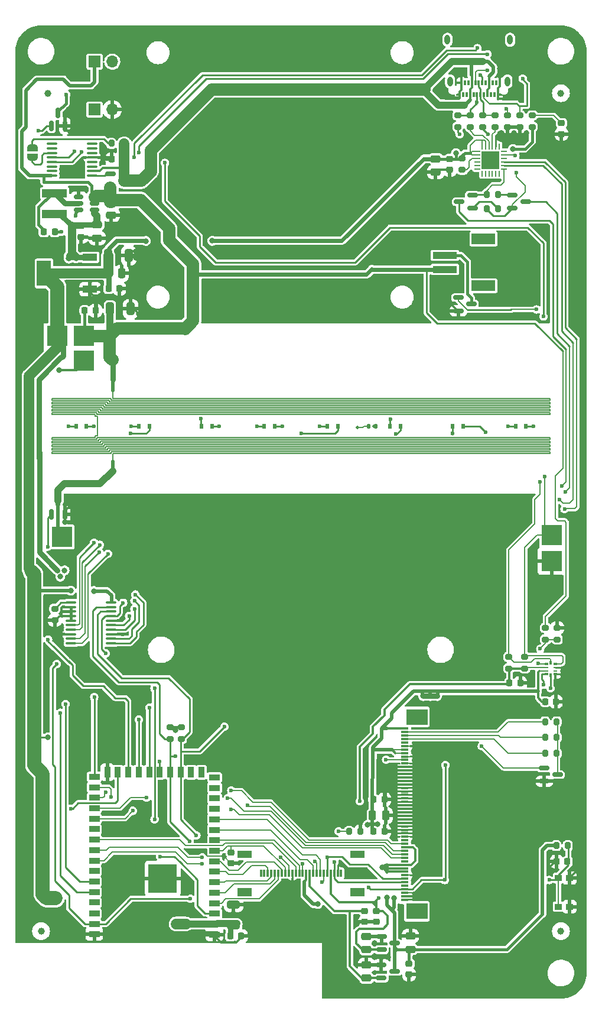
<source format=gbr>
G04 #@! TF.GenerationSoftware,KiCad,Pcbnew,6.0.9-8da3e8f707~117~ubuntu22.04.1*
G04 #@! TF.CreationDate,2023-01-10T09:45:35+01:00*
G04 #@! TF.ProjectId,qCamPCR,7143616d-5043-4522-9e6b-696361645f70,rev?*
G04 #@! TF.SameCoordinates,Original*
G04 #@! TF.FileFunction,Copper,L1,Top*
G04 #@! TF.FilePolarity,Positive*
%FSLAX46Y46*%
G04 Gerber Fmt 4.6, Leading zero omitted, Abs format (unit mm)*
G04 Created by KiCad (PCBNEW 6.0.9-8da3e8f707~117~ubuntu22.04.1) date 2023-01-10 09:45:35*
%MOMM*%
%LPD*%
G01*
G04 APERTURE LIST*
G04 Aperture macros list*
%AMRoundRect*
0 Rectangle with rounded corners*
0 $1 Rounding radius*
0 $2 $3 $4 $5 $6 $7 $8 $9 X,Y pos of 4 corners*
0 Add a 4 corners polygon primitive as box body*
4,1,4,$2,$3,$4,$5,$6,$7,$8,$9,$2,$3,0*
0 Add four circle primitives for the rounded corners*
1,1,$1+$1,$2,$3*
1,1,$1+$1,$4,$5*
1,1,$1+$1,$6,$7*
1,1,$1+$1,$8,$9*
0 Add four rect primitives between the rounded corners*
20,1,$1+$1,$2,$3,$4,$5,0*
20,1,$1+$1,$4,$5,$6,$7,0*
20,1,$1+$1,$6,$7,$8,$9,0*
20,1,$1+$1,$8,$9,$2,$3,0*%
%AMFreePoly0*
4,1,22,0.500000,-0.750000,0.000000,-0.750000,0.000000,-0.745033,-0.079941,-0.743568,-0.215256,-0.701293,-0.333266,-0.622738,-0.424486,-0.514219,-0.481581,-0.384460,-0.499164,-0.250000,-0.500000,-0.250000,-0.500000,0.250000,-0.499164,0.250000,-0.499963,0.256109,-0.478152,0.396186,-0.417904,0.524511,-0.324060,0.630769,-0.204165,0.706417,-0.067858,0.745374,0.000000,0.744959,0.000000,0.750000,
0.500000,0.750000,0.500000,-0.750000,0.500000,-0.750000,$1*%
%AMFreePoly1*
4,1,20,0.000000,0.744959,0.073905,0.744508,0.209726,0.703889,0.328688,0.626782,0.421226,0.519385,0.479903,0.390333,0.500000,0.250000,0.500000,-0.250000,0.499851,-0.262216,0.476331,-0.402017,0.414519,-0.529596,0.319384,-0.634700,0.198574,-0.708877,0.061801,-0.746166,0.000000,-0.745033,0.000000,-0.750000,-0.500000,-0.750000,-0.500000,0.750000,0.000000,0.750000,0.000000,0.744959,
0.000000,0.744959,$1*%
G04 Aperture macros list end*
G04 #@! TA.AperFunction,SMDPad,CuDef*
%ADD10R,2.000000X1.300000*%
G04 #@! TD*
G04 #@! TA.AperFunction,SMDPad,CuDef*
%ADD11R,0.300000X1.000000*%
G04 #@! TD*
G04 #@! TA.AperFunction,SMDPad,CuDef*
%ADD12R,0.300000X0.700000*%
G04 #@! TD*
G04 #@! TA.AperFunction,ComponentPad*
%ADD13O,0.800000X1.400000*%
G04 #@! TD*
G04 #@! TA.AperFunction,SMDPad,CuDef*
%ADD14R,1.100000X0.300000*%
G04 #@! TD*
G04 #@! TA.AperFunction,SMDPad,CuDef*
%ADD15R,3.100000X2.300000*%
G04 #@! TD*
G04 #@! TA.AperFunction,SMDPad,CuDef*
%ADD16RoundRect,0.150000X-0.587500X-0.150000X0.587500X-0.150000X0.587500X0.150000X-0.587500X0.150000X0*%
G04 #@! TD*
G04 #@! TA.AperFunction,SMDPad,CuDef*
%ADD17R,0.500000X0.800000*%
G04 #@! TD*
G04 #@! TA.AperFunction,SMDPad,CuDef*
%ADD18RoundRect,0.200000X-0.200000X-0.275000X0.200000X-0.275000X0.200000X0.275000X-0.200000X0.275000X0*%
G04 #@! TD*
G04 #@! TA.AperFunction,SMDPad,CuDef*
%ADD19RoundRect,0.200000X0.275000X-0.200000X0.275000X0.200000X-0.275000X0.200000X-0.275000X-0.200000X0*%
G04 #@! TD*
G04 #@! TA.AperFunction,SMDPad,CuDef*
%ADD20RoundRect,0.200000X0.200000X0.275000X-0.200000X0.275000X-0.200000X-0.275000X0.200000X-0.275000X0*%
G04 #@! TD*
G04 #@! TA.AperFunction,SMDPad,CuDef*
%ADD21RoundRect,0.200000X-0.275000X0.200000X-0.275000X-0.200000X0.275000X-0.200000X0.275000X0.200000X0*%
G04 #@! TD*
G04 #@! TA.AperFunction,SMDPad,CuDef*
%ADD22C,1.000000*%
G04 #@! TD*
G04 #@! TA.AperFunction,SMDPad,CuDef*
%ADD23RoundRect,0.250000X-0.325000X-0.650000X0.325000X-0.650000X0.325000X0.650000X-0.325000X0.650000X0*%
G04 #@! TD*
G04 #@! TA.AperFunction,SMDPad,CuDef*
%ADD24RoundRect,0.225000X-0.225000X-0.250000X0.225000X-0.250000X0.225000X0.250000X-0.225000X0.250000X0*%
G04 #@! TD*
G04 #@! TA.AperFunction,SMDPad,CuDef*
%ADD25RoundRect,0.225000X-0.250000X0.225000X-0.250000X-0.225000X0.250000X-0.225000X0.250000X0.225000X0*%
G04 #@! TD*
G04 #@! TA.AperFunction,SMDPad,CuDef*
%ADD26RoundRect,0.250000X-0.250000X-0.475000X0.250000X-0.475000X0.250000X0.475000X-0.250000X0.475000X0*%
G04 #@! TD*
G04 #@! TA.AperFunction,SMDPad,CuDef*
%ADD27RoundRect,0.250000X0.475000X-0.250000X0.475000X0.250000X-0.475000X0.250000X-0.475000X-0.250000X0*%
G04 #@! TD*
G04 #@! TA.AperFunction,SMDPad,CuDef*
%ADD28RoundRect,0.225000X0.225000X0.250000X-0.225000X0.250000X-0.225000X-0.250000X0.225000X-0.250000X0*%
G04 #@! TD*
G04 #@! TA.AperFunction,SMDPad,CuDef*
%ADD29RoundRect,0.250000X-0.475000X0.250000X-0.475000X-0.250000X0.475000X-0.250000X0.475000X0.250000X0*%
G04 #@! TD*
G04 #@! TA.AperFunction,ComponentPad*
%ADD30R,1.700000X1.700000*%
G04 #@! TD*
G04 #@! TA.AperFunction,ComponentPad*
%ADD31O,1.700000X1.700000*%
G04 #@! TD*
G04 #@! TA.AperFunction,SMDPad,CuDef*
%ADD32RoundRect,0.150000X0.150000X-0.587500X0.150000X0.587500X-0.150000X0.587500X-0.150000X-0.587500X0*%
G04 #@! TD*
G04 #@! TA.AperFunction,SMDPad,CuDef*
%ADD33R,3.400000X1.500000*%
G04 #@! TD*
G04 #@! TA.AperFunction,SMDPad,CuDef*
%ADD34R,3.500000X1.000000*%
G04 #@! TD*
G04 #@! TA.AperFunction,SMDPad,CuDef*
%ADD35RoundRect,0.218750X0.256250X-0.218750X0.256250X0.218750X-0.256250X0.218750X-0.256250X-0.218750X0*%
G04 #@! TD*
G04 #@! TA.AperFunction,SMDPad,CuDef*
%ADD36RoundRect,0.150000X0.587500X0.150000X-0.587500X0.150000X-0.587500X-0.150000X0.587500X-0.150000X0*%
G04 #@! TD*
G04 #@! TA.AperFunction,SMDPad,CuDef*
%ADD37FreePoly0,90.000000*%
G04 #@! TD*
G04 #@! TA.AperFunction,SMDPad,CuDef*
%ADD38FreePoly1,90.000000*%
G04 #@! TD*
G04 #@! TA.AperFunction,SMDPad,CuDef*
%ADD39R,1.000000X0.900000*%
G04 #@! TD*
G04 #@! TA.AperFunction,SMDPad,CuDef*
%ADD40R,3.000000X3.000000*%
G04 #@! TD*
G04 #@! TA.AperFunction,SMDPad,CuDef*
%ADD41RoundRect,0.140000X0.140000X0.170000X-0.140000X0.170000X-0.140000X-0.170000X0.140000X-0.170000X0*%
G04 #@! TD*
G04 #@! TA.AperFunction,SMDPad,CuDef*
%ADD42R,2.000000X1.000000*%
G04 #@! TD*
G04 #@! TA.AperFunction,SMDPad,CuDef*
%ADD43RoundRect,0.250000X0.650000X-0.325000X0.650000X0.325000X-0.650000X0.325000X-0.650000X-0.325000X0*%
G04 #@! TD*
G04 #@! TA.AperFunction,SMDPad,CuDef*
%ADD44RoundRect,0.100000X0.637500X0.100000X-0.637500X0.100000X-0.637500X-0.100000X0.637500X-0.100000X0*%
G04 #@! TD*
G04 #@! TA.AperFunction,SMDPad,CuDef*
%ADD45R,1.500000X0.900000*%
G04 #@! TD*
G04 #@! TA.AperFunction,SMDPad,CuDef*
%ADD46R,0.900000X1.500000*%
G04 #@! TD*
G04 #@! TA.AperFunction,SMDPad,CuDef*
%ADD47R,4.100000X4.100000*%
G04 #@! TD*
G04 #@! TA.AperFunction,SMDPad,CuDef*
%ADD48R,2.032000X1.016000*%
G04 #@! TD*
G04 #@! TA.AperFunction,SMDPad,CuDef*
%ADD49R,2.032000X3.657600*%
G04 #@! TD*
G04 #@! TA.AperFunction,SMDPad,CuDef*
%ADD50RoundRect,0.150000X0.512500X0.150000X-0.512500X0.150000X-0.512500X-0.150000X0.512500X-0.150000X0*%
G04 #@! TD*
G04 #@! TA.AperFunction,SMDPad,CuDef*
%ADD51RoundRect,0.062500X-0.062500X0.350000X-0.062500X-0.350000X0.062500X-0.350000X0.062500X0.350000X0*%
G04 #@! TD*
G04 #@! TA.AperFunction,SMDPad,CuDef*
%ADD52RoundRect,0.062500X-0.350000X0.062500X-0.350000X-0.062500X0.350000X-0.062500X0.350000X0.062500X0*%
G04 #@! TD*
G04 #@! TA.AperFunction,SMDPad,CuDef*
%ADD53R,2.600000X2.600000*%
G04 #@! TD*
G04 #@! TA.AperFunction,SMDPad,CuDef*
%ADD54R,0.575000X0.300000*%
G04 #@! TD*
G04 #@! TA.AperFunction,SMDPad,CuDef*
%ADD55R,0.575000X0.250000*%
G04 #@! TD*
G04 #@! TA.AperFunction,SMDPad,CuDef*
%ADD56R,0.350000X0.630000*%
G04 #@! TD*
G04 #@! TA.AperFunction,SMDPad,CuDef*
%ADD57R,3.600000X1.150000*%
G04 #@! TD*
G04 #@! TA.AperFunction,SMDPad,CuDef*
%ADD58RoundRect,0.100000X-0.637500X-0.100000X0.637500X-0.100000X0.637500X0.100000X-0.637500X0.100000X0*%
G04 #@! TD*
G04 #@! TA.AperFunction,ViaPad*
%ADD59C,0.800000*%
G04 #@! TD*
G04 #@! TA.AperFunction,ViaPad*
%ADD60C,0.600000*%
G04 #@! TD*
G04 #@! TA.AperFunction,ViaPad*
%ADD61C,0.500000*%
G04 #@! TD*
G04 #@! TA.AperFunction,Conductor*
%ADD62C,0.250000*%
G04 #@! TD*
G04 #@! TA.AperFunction,Conductor*
%ADD63C,0.300000*%
G04 #@! TD*
G04 #@! TA.AperFunction,Conductor*
%ADD64C,0.152400*%
G04 #@! TD*
G04 #@! TA.AperFunction,Conductor*
%ADD65C,0.150000*%
G04 #@! TD*
G04 #@! TA.AperFunction,Conductor*
%ADD66C,0.170000*%
G04 #@! TD*
G04 #@! TA.AperFunction,Conductor*
%ADD67C,0.500000*%
G04 #@! TD*
G04 #@! TA.AperFunction,Conductor*
%ADD68C,0.200000*%
G04 #@! TD*
G04 #@! TA.AperFunction,Conductor*
%ADD69C,1.500000*%
G04 #@! TD*
G04 #@! TA.AperFunction,Conductor*
%ADD70C,1.000000*%
G04 #@! TD*
G04 #@! TA.AperFunction,Conductor*
%ADD71C,1.400000*%
G04 #@! TD*
G04 #@! TA.AperFunction,Conductor*
%ADD72C,2.000000*%
G04 #@! TD*
G04 #@! TA.AperFunction,Conductor*
%ADD73C,0.400000*%
G04 #@! TD*
G04 #@! TA.AperFunction,Conductor*
%ADD74C,0.800000*%
G04 #@! TD*
G04 #@! TA.AperFunction,Conductor*
%ADD75C,0.600000*%
G04 #@! TD*
G04 #@! TA.AperFunction,Conductor*
%ADD76C,0.320000*%
G04 #@! TD*
G04 #@! TA.AperFunction,Conductor*
%ADD77C,1.800000*%
G04 #@! TD*
G04 #@! TA.AperFunction,Conductor*
%ADD78C,1.200000*%
G04 #@! TD*
G04 #@! TA.AperFunction,Conductor*
%ADD79C,0.127000*%
G04 #@! TD*
G04 #@! TA.AperFunction,Conductor*
%ADD80C,0.160000*%
G04 #@! TD*
G04 #@! TA.AperFunction,Conductor*
%ADD81C,0.240000*%
G04 #@! TD*
G04 APERTURE END LIST*
D10*
X108050000Y-154389000D03*
X91950000Y-154389000D03*
D11*
X105750000Y-151689000D03*
X105250000Y-151689000D03*
X104750000Y-151689000D03*
X104250000Y-151689000D03*
X103750000Y-151689000D03*
X103250000Y-151689000D03*
X102750000Y-151689000D03*
X102250000Y-151689000D03*
X101750000Y-151689000D03*
X101250000Y-151689000D03*
X100750000Y-151689000D03*
X100250000Y-151689000D03*
X99750000Y-151689000D03*
X99250000Y-151689000D03*
X98750000Y-151689000D03*
X98250000Y-151689000D03*
X97750000Y-151689000D03*
X97250000Y-151689000D03*
X96750000Y-151689000D03*
X96250000Y-151689000D03*
X95750000Y-151689000D03*
X95250000Y-151689000D03*
X94750000Y-151689000D03*
X94250000Y-151689000D03*
D12*
X128230000Y-40210000D03*
X127730000Y-40210000D03*
X127230000Y-40210000D03*
X126730000Y-40210000D03*
X126230000Y-40210000D03*
X125730000Y-40210000D03*
X125230000Y-40210000D03*
X124730000Y-40210000D03*
X124230000Y-40210000D03*
X123730000Y-40210000D03*
X123230000Y-40210000D03*
X122730000Y-40210000D03*
X122980000Y-38510000D03*
X123480000Y-38510000D03*
X123980000Y-38510000D03*
X124480000Y-38510000D03*
X124980000Y-38510000D03*
X125480000Y-38510000D03*
X125980000Y-38510000D03*
X126480000Y-38510000D03*
X126980000Y-38510000D03*
X127480000Y-38510000D03*
X127980000Y-38510000D03*
X128480000Y-38510000D03*
D13*
X120990000Y-32350000D03*
X121350000Y-38300000D03*
X129610000Y-38300000D03*
X129970000Y-32350000D03*
D14*
X114900000Y-130990000D03*
X114900000Y-131490000D03*
X114900000Y-131990000D03*
X114900000Y-132490000D03*
X114900000Y-132990000D03*
X114900000Y-133490000D03*
X114900000Y-133990000D03*
X114900000Y-134490000D03*
X114900000Y-134990000D03*
X114900000Y-135490000D03*
X114900000Y-135990000D03*
X114900000Y-136490000D03*
X114900000Y-136990000D03*
X114900000Y-137490000D03*
X114900000Y-137990000D03*
X114900000Y-138490000D03*
X114900000Y-138990000D03*
X114900000Y-139490000D03*
X114900000Y-139990000D03*
X114900000Y-140490000D03*
X114900000Y-140990000D03*
X114900000Y-141490000D03*
X114900000Y-141990000D03*
X114900000Y-142490000D03*
X114900000Y-142990000D03*
X114900000Y-143490000D03*
X114900000Y-143990000D03*
X114900000Y-144490000D03*
X114900000Y-144990000D03*
X114900000Y-145490000D03*
X114900000Y-145990000D03*
X114900000Y-146490000D03*
X114900000Y-146990000D03*
X114900000Y-147490000D03*
X114900000Y-147990000D03*
X114900000Y-148490000D03*
X114900000Y-148990000D03*
X114900000Y-149490000D03*
X114900000Y-149990000D03*
X114900000Y-150490000D03*
X114900000Y-150990000D03*
X114900000Y-151490000D03*
X114900000Y-151990000D03*
X114900000Y-152490000D03*
X114900000Y-152990000D03*
X114900000Y-153490000D03*
X114900000Y-153990000D03*
X114900000Y-154490000D03*
X114900000Y-154990000D03*
X114900000Y-155490000D03*
D15*
X116600000Y-157160000D03*
X116600000Y-129320000D03*
D16*
X111508500Y-164833500D03*
X111508500Y-166733500D03*
X113383500Y-165783500D03*
D17*
X69250000Y-87698074D03*
X67750000Y-87698074D03*
X78250000Y-87698074D03*
X76750000Y-87698074D03*
X87250000Y-87698074D03*
X85750000Y-87698074D03*
X96250000Y-87698074D03*
X94750000Y-87698074D03*
X105250000Y-87698074D03*
X103750000Y-87698074D03*
X123250000Y-87698074D03*
X121750000Y-87698074D03*
X114250000Y-87698074D03*
X112750000Y-87698074D03*
D18*
X106896600Y-145720000D03*
X108546600Y-145720000D03*
D19*
X82880400Y-132461200D03*
X82880400Y-130811200D03*
X133147000Y-44818000D03*
X133147000Y-43168000D03*
D20*
X136639000Y-130025001D03*
X134989000Y-130025001D03*
X136639000Y-132258000D03*
X134989000Y-132258000D03*
X136639000Y-134544000D03*
X134989000Y-134544000D03*
D21*
X124257000Y-43168000D03*
X124257000Y-44818000D03*
D19*
X131369000Y-44818000D03*
X131369000Y-43168000D03*
D18*
X72825250Y-47183000D03*
X74475250Y-47183000D03*
D21*
X129591000Y-43168000D03*
X129591000Y-44818000D03*
D16*
X111524500Y-160769500D03*
X111524500Y-162669500D03*
X113399500Y-161719500D03*
D21*
X129768800Y-120726400D03*
X129768800Y-122376400D03*
X132054800Y-120726400D03*
X132054800Y-122376400D03*
D22*
X63760000Y-40000000D03*
X137250000Y-40000000D03*
X137250000Y-160000000D03*
X62750000Y-160000000D03*
D23*
X72363000Y-63265250D03*
X75313000Y-63265250D03*
D24*
X89877800Y-160706000D03*
X91427800Y-160706000D03*
D25*
X115494000Y-164676000D03*
X115494000Y-166226000D03*
D26*
X72380000Y-65805250D03*
X74280000Y-65805250D03*
D24*
X63157000Y-59868000D03*
X64707000Y-59868000D03*
D25*
X89992400Y-148704200D03*
X89992400Y-150254200D03*
D27*
X115684500Y-162606000D03*
X115684500Y-160706000D03*
X109398000Y-162672000D03*
X109398000Y-160772000D03*
X109398000Y-166733500D03*
X109398000Y-164833500D03*
D28*
X138180984Y-150038000D03*
X136630984Y-150038000D03*
D25*
X110795000Y-157137000D03*
X110795000Y-158687000D03*
D24*
X129882800Y-124472400D03*
X131432800Y-124472400D03*
X68999000Y-71139250D03*
X70549000Y-71139250D03*
D25*
X121336000Y-49441000D03*
X121336000Y-50991000D03*
D24*
X110401000Y-141148000D03*
X111951000Y-141148000D03*
D26*
X110226000Y-143434000D03*
X112126000Y-143434000D03*
D24*
X110401000Y-145720000D03*
X111951000Y-145720000D03*
X72428000Y-67996000D03*
X73978000Y-67996000D03*
D29*
X72822000Y-55537500D03*
X72822000Y-57437500D03*
D30*
X70409000Y-42342000D03*
D31*
X72949000Y-42342000D03*
D32*
X64252000Y-44676500D03*
X66152000Y-44676500D03*
X65202000Y-42801500D03*
D16*
X122562500Y-69266000D03*
X122562500Y-71166000D03*
X124437500Y-70216000D03*
D32*
X64252000Y-100302500D03*
X66152000Y-100302500D03*
X65202000Y-98427500D03*
D16*
X134876500Y-136642000D03*
X134876500Y-138542000D03*
X136751500Y-137592000D03*
D30*
X70409000Y-35484000D03*
D31*
X72949000Y-35484000D03*
D33*
X126162000Y-60884000D03*
X126162000Y-67584000D03*
D34*
X120612000Y-65234000D03*
X120612000Y-63234000D03*
D35*
X137338000Y-45860500D03*
X137338000Y-44285500D03*
D21*
X127813000Y-43168000D03*
X127813000Y-44818000D03*
D18*
X126607000Y-56566000D03*
X128257000Y-56566000D03*
D36*
X124559500Y-56500000D03*
X124559500Y-54600000D03*
X122684500Y-55550000D03*
D16*
X130304500Y-54600000D03*
X130304500Y-56500000D03*
X132179500Y-55550000D03*
D37*
X61493600Y-49138800D03*
D38*
X61493600Y-47838800D03*
D39*
X138497984Y-152400000D03*
X138497984Y-156500000D03*
X136897984Y-156500000D03*
X136897984Y-152400000D03*
D40*
X135941000Y-103302000D03*
X135941000Y-106985000D03*
X68885000Y-74727000D03*
X65075000Y-74727000D03*
D41*
X110680000Y-87698074D03*
X109720000Y-87698074D03*
D18*
X126607000Y-54534000D03*
X128257000Y-54534000D03*
D21*
X81229400Y-130811200D03*
X81229400Y-132461200D03*
D25*
X109144000Y-157137000D03*
X109144000Y-158687000D03*
D18*
X136580984Y-147752000D03*
X138230984Y-147752000D03*
D16*
X72712750Y-51567000D03*
X72712750Y-53467000D03*
X74587750Y-52517000D03*
D28*
X74425250Y-49469000D03*
X72875250Y-49469000D03*
D40*
X68885000Y-78283000D03*
X65721984Y-103540233D03*
D29*
X119304000Y-49393000D03*
X119304000Y-51293000D03*
D42*
X91942000Y-149022000D03*
X108052000Y-149022000D03*
D43*
X90348000Y-159133000D03*
X90348000Y-156183000D03*
D23*
X72617000Y-70885250D03*
X75567000Y-70885250D03*
D44*
X70064750Y-51800000D03*
X70064750Y-51150000D03*
X70064750Y-50500000D03*
X70064750Y-49850000D03*
X70064750Y-49200000D03*
X70064750Y-48550000D03*
X70064750Y-47900000D03*
X70064750Y-47250000D03*
X64339750Y-47250000D03*
X64339750Y-47900000D03*
X64339750Y-48550000D03*
X64339750Y-49200000D03*
X64339750Y-49850000D03*
X64339750Y-50500000D03*
X64339750Y-51150000D03*
X64339750Y-51800000D03*
D24*
X134988200Y-127139400D03*
X136538200Y-127139400D03*
D17*
X132250000Y-87698074D03*
X130750000Y-87698074D03*
D45*
X87617000Y-160490000D03*
X87617000Y-158990000D03*
X87617000Y-157490000D03*
X87617000Y-155990000D03*
X87617000Y-154490000D03*
X87617000Y-152990000D03*
X87617000Y-151490000D03*
X87617000Y-149990000D03*
X87617000Y-148490000D03*
X87617000Y-146990000D03*
X87617000Y-145490000D03*
X87617000Y-143990000D03*
X87617000Y-142490000D03*
X87617000Y-140990000D03*
X87617000Y-139490000D03*
X87617000Y-137990000D03*
D46*
X85742000Y-137240000D03*
X84242000Y-137240000D03*
X82742000Y-137240000D03*
X81242000Y-137240000D03*
X79742000Y-137240000D03*
X78242000Y-137240000D03*
X76742000Y-137240000D03*
X75242000Y-137240000D03*
X73742000Y-137240000D03*
X72242000Y-137240000D03*
D45*
X70367000Y-137890000D03*
X70367000Y-139390000D03*
X70367000Y-140890000D03*
X70367000Y-142390000D03*
X70367000Y-143890000D03*
X70367000Y-145390000D03*
X70367000Y-146890000D03*
X70367000Y-148390000D03*
X70367000Y-149890000D03*
X70367000Y-151390000D03*
X70367000Y-152890000D03*
X70367000Y-154390000D03*
X70367000Y-155890000D03*
X70367000Y-157490000D03*
X70367000Y-158990000D03*
X70367000Y-160390000D03*
D47*
X80182000Y-152450000D03*
D48*
X69774000Y-68091250D03*
D49*
X63170000Y-65805250D03*
D48*
X69774000Y-65805250D03*
X69774000Y-63519250D03*
D50*
X70403500Y-56754000D03*
X70403500Y-55804000D03*
X70403500Y-54854000D03*
X68128500Y-54854000D03*
X68128500Y-55804000D03*
X68128500Y-56754000D03*
D51*
X128428000Y-47643500D03*
X127928000Y-47643500D03*
X127428000Y-47643500D03*
X126928000Y-47643500D03*
X126428000Y-47643500D03*
X125928000Y-47643500D03*
D52*
X125240500Y-48331000D03*
X125240500Y-48831000D03*
X125240500Y-49331000D03*
X125240500Y-49831000D03*
X125240500Y-50331000D03*
X125240500Y-50831000D03*
D51*
X125928000Y-51518500D03*
X126428000Y-51518500D03*
X126928000Y-51518500D03*
X127428000Y-51518500D03*
X127928000Y-51518500D03*
X128428000Y-51518500D03*
D52*
X129115500Y-50831000D03*
X129115500Y-50331000D03*
X129115500Y-49831000D03*
X129115500Y-49331000D03*
X129115500Y-48831000D03*
X129115500Y-48331000D03*
D53*
X127178000Y-49581000D03*
D54*
X136451500Y-123215800D03*
D55*
X136451500Y-122715800D03*
X136451500Y-122215800D03*
D54*
X136451500Y-121715800D03*
D56*
X135814000Y-121605800D03*
D54*
X135176500Y-121715800D03*
D55*
X135176500Y-122215800D03*
X135176500Y-122715800D03*
D54*
X135176500Y-123215800D03*
D56*
X135814000Y-123325800D03*
D57*
X64694000Y-54329000D03*
X64694000Y-57279000D03*
D29*
X70790000Y-58852000D03*
X70790000Y-60752000D03*
D25*
X68504000Y-59027000D03*
X68504000Y-60577000D03*
D21*
X135052000Y-116573000D03*
X135052000Y-118223000D03*
D19*
X123114000Y-50978000D03*
X123114000Y-49328000D03*
X64705984Y-115477233D03*
X64705984Y-113827233D03*
D58*
X67050484Y-112934233D03*
X67050484Y-113584233D03*
X67050484Y-114234233D03*
X67050484Y-114884233D03*
X67050484Y-115534233D03*
X67050484Y-116184233D03*
X67050484Y-116834233D03*
X67050484Y-117484233D03*
X67050484Y-118134233D03*
X67050484Y-118784233D03*
X72775484Y-118784233D03*
X72775484Y-118134233D03*
X72775484Y-117484233D03*
X72775484Y-116834233D03*
X72775484Y-116184233D03*
X72775484Y-115534233D03*
X72775484Y-114884233D03*
X72775484Y-114234233D03*
X72775484Y-113584233D03*
X72775484Y-112934233D03*
D19*
X136728400Y-118223000D03*
X136728400Y-116573000D03*
D21*
X126035000Y-43168000D03*
X126035000Y-44818000D03*
X122479000Y-43168000D03*
X122479000Y-44818000D03*
D59*
X105588000Y-70917000D03*
X125527000Y-110668000D03*
X135627984Y-151181000D03*
X122876000Y-37389000D03*
X119828000Y-39802000D03*
X127178000Y-49581000D03*
X112511984Y-163728233D03*
X117761984Y-161228233D03*
X72511984Y-156228233D03*
D60*
X74511984Y-117478233D03*
D59*
X121336000Y-70028000D03*
X76261984Y-156978233D03*
X73011984Y-108478233D03*
X67622800Y-160825200D03*
X128464000Y-36500000D03*
X61011984Y-157478233D03*
X76011984Y-150228233D03*
X120256500Y-71806000D03*
X131385000Y-39929000D03*
X84382400Y-160375800D03*
X71618250Y-48707000D03*
X130511984Y-45728233D03*
X132261984Y-45728233D03*
X71298000Y-67964250D03*
X66471984Y-125178233D03*
X122241000Y-36754000D03*
X71298000Y-68980250D03*
X76011984Y-153728233D03*
X131385000Y-40818000D03*
X128761984Y-45728233D03*
X120082000Y-38786000D03*
X65511984Y-157978233D03*
X108011984Y-158978233D03*
X135814000Y-110668000D03*
X66919250Y-45532000D03*
X98761984Y-154228233D03*
X70511984Y-123478233D03*
X61011984Y-54478233D03*
X71761984Y-135228233D03*
X76378000Y-62662000D03*
X76061984Y-144388233D03*
X67742000Y-99365000D03*
X92684800Y-160655200D03*
X66726000Y-42342000D03*
X67261984Y-53728233D03*
X69511984Y-61978233D03*
X75261984Y-58978233D03*
X116510000Y-141402000D03*
X68261984Y-53728233D03*
X76378000Y-63551000D03*
D61*
X108086292Y-87828233D03*
D59*
X116357600Y-152120800D03*
X84963200Y-148564800D03*
X67742000Y-100381000D03*
X67742000Y-101397000D03*
X110511984Y-161728233D03*
X116510000Y-135052000D03*
X131369000Y-167818000D03*
X92227600Y-159232800D03*
X83761984Y-153228233D03*
X90348000Y-157454800D03*
X84701984Y-143918233D03*
X61011984Y-68728233D03*
X132943800Y-124345400D03*
X72451984Y-60698233D03*
X67241800Y-159301200D03*
X70409000Y-69742250D03*
X139691984Y-148895000D03*
X108011984Y-157978233D03*
X104761984Y-167978233D03*
X85525400Y-160375800D03*
X108011984Y-163728233D03*
X65329000Y-79680000D03*
X80511984Y-156978233D03*
X105261984Y-159228233D03*
X110511984Y-163728233D03*
X71618250Y-49850000D03*
X73261984Y-135228233D03*
X62281000Y-77267000D03*
X76759000Y-71647250D03*
X66218000Y-101397000D03*
X73801984Y-152038233D03*
X109271000Y-151562000D03*
X112065000Y-139243000D03*
X116510000Y-137465000D03*
X61011984Y-61978233D03*
X116511984Y-154868233D03*
X69011984Y-121978233D03*
X139761984Y-71728233D03*
X76759000Y-65297250D03*
X128464000Y-37516000D03*
X121082000Y-71171000D03*
X138619984Y-122209233D03*
X75997000Y-66059250D03*
X63761984Y-132228233D03*
X122199600Y-48590400D03*
X110972800Y-144704000D03*
X65511984Y-109228233D03*
X111684000Y-150901600D03*
X102421984Y-156128233D03*
X130378400Y-47980800D03*
X83493400Y-158978800D03*
X65111984Y-108328233D03*
X109550400Y-144754800D03*
X117511984Y-126328233D03*
X66111984Y-108328233D03*
X87300000Y-61138000D03*
X112293600Y-155219600D03*
X67011984Y-111228233D03*
X77761984Y-61158233D03*
X82011984Y-131228233D03*
X118511984Y-126328233D03*
X119511984Y-126328233D03*
X70293984Y-111287233D03*
X64824400Y-155295800D03*
X113309600Y-155270400D03*
X63554400Y-155295800D03*
X82096400Y-158978800D03*
D60*
X111125200Y-155270400D03*
X108432800Y-141402000D03*
X100254000Y-150393600D03*
X85826800Y-150393600D03*
X85826800Y-149428400D03*
X97104400Y-149428400D03*
X125162000Y-41326000D03*
X125670000Y-37389000D03*
X72001984Y-140108233D03*
X90001984Y-139878233D03*
X75891984Y-142768233D03*
X92301984Y-141968233D03*
X77861984Y-140868233D03*
X89491984Y-140938233D03*
X89951984Y-142538233D03*
X72771984Y-140818233D03*
X70357484Y-104365733D03*
X70300000Y-87698074D03*
X112192000Y-135433000D03*
X72011984Y-120228233D03*
X137411984Y-96228233D03*
X120624800Y-152679600D03*
X65011984Y-121728233D03*
X74511984Y-112978233D03*
X135577184Y-152679600D03*
X120675600Y-136220400D03*
X109701984Y-153728233D03*
X103048000Y-152984400D03*
X84150400Y-155372000D03*
X102032000Y-149987200D03*
X105384800Y-145720000D03*
X126686000Y-36690500D03*
X129464000Y-42215000D03*
X67554250Y-48326000D03*
X76761984Y-48478233D03*
X126720800Y-34417200D03*
X76124000Y-49200000D03*
X68570250Y-48453000D03*
X131766000Y-37897000D03*
X125298400Y-33553600D03*
X121686292Y-88728233D03*
D59*
X66726000Y-63678000D03*
D60*
X129700000Y-87698074D03*
X85636292Y-86628233D03*
X75700000Y-87698074D03*
D59*
X67791984Y-63638233D03*
D60*
X66700000Y-87698074D03*
X93700000Y-87698074D03*
X112791984Y-86698233D03*
X102700000Y-87698074D03*
X130861000Y-51359000D03*
X130734000Y-48946000D03*
X137761984Y-99577733D03*
X65511984Y-128728233D03*
X137011984Y-98228233D03*
X66261984Y-127478233D03*
D59*
X72949000Y-78156000D03*
D60*
X88300000Y-87665233D03*
X71055984Y-105699233D03*
X76262984Y-111795233D03*
X100011984Y-88681233D03*
X76135984Y-113827233D03*
X126427984Y-88554233D03*
X65710000Y-59868000D03*
X67742000Y-57582000D03*
X80511984Y-49978233D03*
X134761984Y-71978233D03*
X134290000Y-95682000D03*
X134925000Y-94920000D03*
D61*
X110421984Y-87698233D03*
D60*
X134290000Y-119570200D03*
X134036000Y-121653000D03*
X75538292Y-88681233D03*
X71182984Y-104683233D03*
X97298400Y-87697792D03*
X72325984Y-105953233D03*
X76135984Y-112684233D03*
X113581984Y-88828233D03*
X133300000Y-87698074D03*
X75373984Y-114843233D03*
X66345000Y-40183000D03*
X62347250Y-45405000D03*
X67011984Y-142478233D03*
X70367000Y-126478233D03*
X133761984Y-70978233D03*
X63689984Y-104937233D03*
X63761984Y-118228233D03*
X79742000Y-135708249D03*
X125908000Y-133528000D03*
X137911984Y-97128233D03*
X79832400Y-149326800D03*
X79011984Y-143978233D03*
X79011984Y-125228233D03*
X82011984Y-134978233D03*
X104775200Y-150088800D03*
X84048800Y-147142400D03*
X134761984Y-124728233D03*
X135761984Y-125228233D03*
X89011984Y-130728233D03*
X103759200Y-149428400D03*
X85014000Y-146278800D03*
X76761984Y-129728233D03*
X126808984Y-45882233D03*
X78261984Y-127978233D03*
X122744984Y-45882233D03*
D62*
X116383000Y-140640000D02*
X116383000Y-140513000D01*
X116383000Y-141402000D02*
X116383000Y-141021000D01*
D63*
X67869000Y-79680000D02*
X65329000Y-79680000D01*
D64*
X116129000Y-155481000D02*
X116129000Y-155118000D01*
D63*
X70282000Y-68980250D02*
X71298000Y-68980250D01*
X86076400Y-160205800D02*
X85695400Y-160205800D01*
X66152000Y-101331000D02*
X66218000Y-101397000D01*
X70231800Y-160401200D02*
X68046800Y-160401200D01*
D62*
X116383000Y-140005000D02*
X116383000Y-139497000D01*
D64*
X114900000Y-137490000D02*
X116358000Y-137490000D01*
D62*
X67050484Y-117484233D02*
X65441984Y-117484233D01*
D63*
X122876000Y-37389000D02*
X122241000Y-36754000D01*
D64*
X116002000Y-154483000D02*
X116129000Y-154483000D01*
X114900000Y-138990000D02*
X116382000Y-138990000D01*
D63*
X66152000Y-100365000D02*
X67726000Y-100365000D01*
D64*
X116350000Y-136990000D02*
X116383000Y-136957000D01*
X116360000Y-140490000D02*
X116383000Y-140513000D01*
D63*
X70711500Y-69566750D02*
X71298000Y-68980250D01*
D65*
X108086292Y-87828233D02*
X108881666Y-87828233D01*
D64*
X114900000Y-141990000D02*
X116336000Y-141990000D01*
D63*
X138497984Y-152400000D02*
X138497984Y-156500000D01*
D62*
X137439600Y-127139400D02*
X136538200Y-127139400D01*
X106511984Y-150978233D02*
X106511984Y-151228233D01*
X116383000Y-137465000D02*
X116383000Y-136957000D01*
D63*
X66152000Y-101331000D02*
X67676000Y-101331000D01*
X66152000Y-100365000D02*
X66152000Y-99812000D01*
X128230000Y-40210000D02*
X128230000Y-40838000D01*
X75492000Y-70885250D02*
X75997000Y-70885250D01*
D62*
X137511984Y-123478233D02*
X137448608Y-123541609D01*
D63*
X139691984Y-151181000D02*
X139691984Y-148895000D01*
X84552400Y-160205800D02*
X84382400Y-160375800D01*
D62*
X116383000Y-144069000D02*
X116383000Y-143434000D01*
D64*
X114900000Y-139490000D02*
X116376000Y-139490000D01*
D63*
X68046800Y-160401200D02*
X67622800Y-160825200D01*
X71234500Y-68027750D02*
X71298000Y-67964250D01*
X67726000Y-100365000D02*
X67980000Y-100365000D01*
D62*
X105250000Y-150740217D02*
X105511984Y-150478233D01*
D63*
X135941000Y-110541000D02*
X135814000Y-110668000D01*
X128480000Y-37532000D02*
X128464000Y-37516000D01*
D64*
X114900000Y-143490000D02*
X116327000Y-143490000D01*
D63*
X128250000Y-40818000D02*
X131385000Y-40818000D01*
D64*
X116280000Y-145490000D02*
X116383000Y-145593000D01*
D63*
X67726000Y-100365000D02*
X67742000Y-100381000D01*
D62*
X127928000Y-47643500D02*
X127928000Y-46562217D01*
D64*
X114900000Y-136990000D02*
X116350000Y-136990000D01*
D63*
X112113500Y-139291500D02*
X112065000Y-139243000D01*
X75997000Y-65297250D02*
X76759000Y-65297250D01*
D62*
X98750000Y-151689000D02*
X98750000Y-154216249D01*
X116629000Y-146490000D02*
X116637000Y-146482000D01*
D66*
X89903800Y-150254200D02*
X88925600Y-149276000D01*
D63*
X74854000Y-65805250D02*
X75743000Y-65805250D01*
X131385000Y-40818000D02*
X131385000Y-39929000D01*
X128480000Y-39024000D02*
X128480000Y-38510000D01*
D67*
X122622000Y-40691000D02*
X120717000Y-40691000D01*
D63*
X70711500Y-69820750D02*
X70487500Y-69820750D01*
X75916250Y-62662000D02*
X75313000Y-63265250D01*
D62*
X116383000Y-139497000D02*
X116383000Y-138989000D01*
X74505984Y-117484233D02*
X74511984Y-117478233D01*
D63*
X119606000Y-50991000D02*
X119304000Y-51293000D01*
D62*
X106761984Y-151478233D02*
X109187233Y-151478233D01*
D63*
X74854000Y-65805250D02*
X75489000Y-65805250D01*
D62*
X116383000Y-144577000D02*
X116383000Y-144069000D01*
D63*
X122730000Y-40210000D02*
X122730000Y-40583000D01*
D64*
X116320000Y-142990000D02*
X116383000Y-143053000D01*
X114900000Y-154490000D02*
X115995000Y-154490000D01*
X116129000Y-154483000D02*
X116129000Y-154610000D01*
D62*
X127928000Y-46562217D02*
X128761984Y-45728233D01*
X116383000Y-143053000D02*
X116383000Y-142418000D01*
D63*
X72712750Y-49469000D02*
X71999250Y-49469000D01*
D64*
X115995000Y-154490000D02*
X116002000Y-154483000D01*
D63*
X128464000Y-37516000D02*
X128464000Y-36500000D01*
X132816800Y-124472400D02*
X132943800Y-124345400D01*
D62*
X88511984Y-161613000D02*
X87617000Y-160718016D01*
D63*
X67980000Y-100365000D02*
X67996000Y-100381000D01*
X116448000Y-134990000D02*
X116510000Y-135052000D01*
X138497984Y-152400000D02*
X138497984Y-152375000D01*
X66665250Y-42402750D02*
X66726000Y-42342000D01*
X70711500Y-71139250D02*
X70711500Y-69820750D01*
D67*
X120717000Y-40691000D02*
X119828000Y-39802000D01*
D64*
X116352000Y-140990000D02*
X116383000Y-141021000D01*
D63*
X138497984Y-152375000D02*
X139691984Y-151181000D01*
X122730000Y-40210000D02*
X122730000Y-39776249D01*
X112113500Y-141148000D02*
X112113500Y-139291500D01*
D66*
X85979200Y-148615600D02*
X85928400Y-148564800D01*
D63*
X70231800Y-160401200D02*
X69824800Y-160401200D01*
D62*
X136451500Y-123215800D02*
X137122800Y-123215800D01*
D63*
X75313000Y-63265250D02*
X76092250Y-63265250D01*
D62*
X116383000Y-138481000D02*
X116383000Y-138100000D01*
D64*
X116334000Y-135990000D02*
X116383000Y-135941000D01*
D63*
X122981984Y-39318984D02*
X122981984Y-39524265D01*
D64*
X114900000Y-145990000D02*
X116367000Y-145990000D01*
X116376000Y-139490000D02*
X116383000Y-139497000D01*
D62*
X116383000Y-138100000D02*
X116383000Y-137465000D01*
D63*
X69520000Y-68218250D02*
X70282000Y-68980250D01*
X72380250Y-49469000D02*
X71618250Y-48707000D01*
D64*
X114900000Y-142490000D02*
X116311000Y-142490000D01*
D62*
X65441984Y-117484233D02*
X64705984Y-116748233D01*
D64*
X116129000Y-154610000D02*
X116129000Y-155118000D01*
D62*
X91427800Y-160812417D02*
X90627217Y-161613000D01*
X116383000Y-145974000D02*
X116383000Y-145593000D01*
D63*
X68885000Y-78283000D02*
X68885000Y-78664000D01*
X131595300Y-124472400D02*
X132816800Y-124472400D01*
X75997000Y-70885250D02*
X76759000Y-71647250D01*
X67676000Y-101331000D02*
X67742000Y-101397000D01*
X66599000Y-99365000D02*
X67742000Y-99365000D01*
D62*
X116375000Y-146490000D02*
X116383000Y-145974000D01*
D63*
X76378000Y-62662000D02*
X75916250Y-62662000D01*
D62*
X116383000Y-138989000D02*
X116383000Y-138481000D01*
D64*
X114900000Y-138490000D02*
X116374000Y-138490000D01*
D63*
X128480000Y-38510000D02*
X128480000Y-37532000D01*
X122980000Y-38510000D02*
X122980000Y-37493000D01*
D62*
X89992400Y-150254200D02*
X89903800Y-150254200D01*
D64*
X116351000Y-144990000D02*
X116383000Y-144958000D01*
D63*
X128230000Y-39274000D02*
X128480000Y-39024000D01*
X70231800Y-160401200D02*
X68341800Y-160401200D01*
D62*
X105511984Y-150478233D02*
X106011984Y-150478233D01*
D63*
X135627984Y-150878500D02*
X136468484Y-150038000D01*
D64*
X116336000Y-141990000D02*
X116383000Y-142037000D01*
D63*
X122980000Y-39317000D02*
X122981984Y-39318984D01*
D64*
X114900000Y-137990000D02*
X116273000Y-137990000D01*
X116358000Y-137490000D02*
X116383000Y-137465000D01*
D62*
X116383000Y-141021000D02*
X116383000Y-140640000D01*
X109187233Y-151478233D02*
X109271000Y-151562000D01*
D63*
X72712750Y-49469000D02*
X72380250Y-49469000D01*
X135941000Y-106985000D02*
X135941000Y-110541000D01*
D64*
X116120000Y-155490000D02*
X116129000Y-155481000D01*
D63*
X66091250Y-45389000D02*
X66091250Y-43566000D01*
D64*
X116129000Y-154991000D02*
X114901000Y-154991000D01*
D63*
X66776250Y-45389000D02*
X66919250Y-45532000D01*
X66152000Y-99812000D02*
X66599000Y-99365000D01*
X122981984Y-39524265D02*
X122730000Y-39776249D01*
D64*
X114900000Y-134990000D02*
X116318000Y-134990000D01*
D63*
X121336000Y-50991000D02*
X119606000Y-50991000D01*
D64*
X116368000Y-139990000D02*
X116383000Y-140005000D01*
D62*
X67050484Y-114884233D02*
X65298984Y-114884233D01*
X106511984Y-151228233D02*
X106761984Y-151478233D01*
D64*
X114900000Y-151990000D02*
X116049000Y-151990000D01*
D63*
X135627984Y-151181000D02*
X135627984Y-150878500D01*
X70711500Y-69820750D02*
X70711500Y-69566750D01*
D64*
X114900000Y-140490000D02*
X116360000Y-140490000D01*
X116367000Y-145990000D02*
X116383000Y-145974000D01*
D63*
X122980000Y-39317000D02*
X122980000Y-38510000D01*
D62*
X136451500Y-122215800D02*
X137249551Y-122215800D01*
D64*
X116382000Y-138990000D02*
X116383000Y-138989000D01*
D62*
X116218000Y-133490000D02*
X116383000Y-133655000D01*
D64*
X114900000Y-142990000D02*
X116320000Y-142990000D01*
X114901000Y-154991000D02*
X114900000Y-154990000D01*
D63*
X128230000Y-40210000D02*
X128230000Y-39274000D01*
X71999250Y-49469000D02*
X71618250Y-49850000D01*
D62*
X137249551Y-122215800D02*
X137511984Y-122478233D01*
D63*
X75743000Y-65805250D02*
X75997000Y-66059250D01*
X122500000Y-71166000D02*
X121087000Y-71166000D01*
D64*
X114900000Y-133490000D02*
X116218000Y-133490000D01*
D63*
X121087000Y-71166000D02*
X121082000Y-71171000D01*
D62*
X116383000Y-140513000D02*
X116383000Y-140005000D01*
D63*
X122730000Y-40583000D02*
X122622000Y-40691000D01*
D62*
X116375000Y-146490000D02*
X116629000Y-146490000D01*
D64*
X116129000Y-155118000D02*
X116129000Y-154991000D01*
D62*
X64705984Y-116748233D02*
X64705984Y-115477233D01*
D63*
X85695400Y-160205800D02*
X85525400Y-160375800D01*
X66665250Y-42992000D02*
X66665250Y-42402750D01*
D64*
X114900000Y-139990000D02*
X116368000Y-139990000D01*
D63*
X70152250Y-49200000D02*
X72443750Y-49200000D01*
X116129000Y-154483000D02*
X116383000Y-154483000D01*
D62*
X65298984Y-114884233D02*
X64705984Y-115477233D01*
X116383000Y-145593000D02*
X116383000Y-144958000D01*
X116383000Y-136957000D02*
X116383000Y-136576000D01*
D67*
X119828000Y-39040000D02*
X119828000Y-39802000D01*
D64*
X116295000Y-141490000D02*
X116383000Y-141402000D01*
X114900000Y-155490000D02*
X116120000Y-155490000D01*
D62*
X137846000Y-126733000D02*
X137439600Y-127139400D01*
X137122800Y-123215800D02*
X137448608Y-123541609D01*
X116383000Y-142037000D02*
X116383000Y-141402000D01*
D63*
X75489000Y-65805250D02*
X75997000Y-65297250D01*
X122980000Y-37493000D02*
X122876000Y-37389000D01*
D62*
X106011984Y-150478233D02*
X106511984Y-150978233D01*
X137511984Y-122478233D02*
X137511984Y-123478233D01*
D64*
X114900000Y-144990000D02*
X116351000Y-144990000D01*
X116297000Y-136490000D02*
X116383000Y-136576000D01*
X114900000Y-146490000D02*
X116375000Y-146490000D01*
X116049000Y-151990000D02*
X116129000Y-152070000D01*
D63*
X72443750Y-49200000D02*
X72712750Y-49469000D01*
D62*
X72775484Y-117484233D02*
X74505984Y-117484233D01*
D64*
X114900000Y-136490000D02*
X116297000Y-136490000D01*
X116296000Y-144490000D02*
X116383000Y-144577000D01*
D63*
X76092250Y-63265250D02*
X76378000Y-63551000D01*
D65*
X108881666Y-87828233D02*
X109011825Y-87698074D01*
D63*
X68885000Y-78664000D02*
X67869000Y-79680000D01*
D64*
X116311000Y-142490000D02*
X116383000Y-142418000D01*
D63*
X66091250Y-43566000D02*
X66665250Y-42992000D01*
X70487500Y-69820750D02*
X70409000Y-69742250D01*
D62*
X90627217Y-161613000D02*
X88511984Y-161613000D01*
X116383000Y-142418000D02*
X116383000Y-142037000D01*
D63*
X88003400Y-160205800D02*
X86076400Y-160205800D01*
D62*
X116318000Y-134990000D02*
X116383000Y-134925000D01*
X91427800Y-160706000D02*
X91427800Y-160812417D01*
D64*
X116304000Y-143990000D02*
X116383000Y-144069000D01*
D63*
X122500000Y-71166000D02*
X122474000Y-71166000D01*
D62*
X87617000Y-160718016D02*
X87617000Y-160490000D01*
D63*
X68341800Y-160401200D02*
X67241800Y-159301200D01*
D64*
X114900000Y-135990000D02*
X116334000Y-135990000D01*
X116374000Y-138490000D02*
X116383000Y-138481000D01*
X116273000Y-137990000D02*
X116383000Y-138100000D01*
D62*
X137448608Y-123541609D02*
X137846000Y-123939000D01*
X116383000Y-134925000D02*
X116383000Y-133655000D01*
D63*
X86076400Y-160205800D02*
X84552400Y-160205800D01*
D65*
X109011825Y-87698074D02*
X109720000Y-87698074D01*
D64*
X114900000Y-141490000D02*
X116295000Y-141490000D01*
D63*
X120082000Y-38786000D02*
X119828000Y-39040000D01*
D62*
X98750000Y-154216249D02*
X98761984Y-154228233D01*
D63*
X122474000Y-71166000D02*
X121336000Y-70028000D01*
D62*
X116383000Y-135941000D02*
X116383000Y-134925000D01*
D66*
X88874800Y-149225200D02*
X87604800Y-149225200D01*
X87604800Y-149225200D02*
X86588800Y-149225200D01*
D64*
X114900000Y-144490000D02*
X116296000Y-144490000D01*
X116327000Y-143490000D02*
X116383000Y-143434000D01*
D63*
X66091250Y-45389000D02*
X66776250Y-45389000D01*
D62*
X116383000Y-143434000D02*
X116383000Y-143053000D01*
D66*
X86588800Y-149225200D02*
X85979200Y-148615600D01*
X88925600Y-149276000D02*
X88874800Y-149225200D01*
D63*
X69520000Y-68027750D02*
X71234500Y-68027750D01*
D62*
X116383000Y-144958000D02*
X116383000Y-144577000D01*
D63*
X128230000Y-40838000D02*
X128250000Y-40818000D01*
X69520000Y-68027750D02*
X69520000Y-67964250D01*
D62*
X105250000Y-151689000D02*
X105250000Y-150740217D01*
D64*
X114900000Y-140990000D02*
X116352000Y-140990000D01*
D62*
X137846000Y-123939000D02*
X137846000Y-126733000D01*
D63*
X66152000Y-100365000D02*
X66152000Y-101331000D01*
X69520000Y-68027750D02*
X69520000Y-68218250D01*
D66*
X85928400Y-148564800D02*
X84963200Y-148564800D01*
D64*
X114900000Y-143990000D02*
X116304000Y-143990000D01*
D62*
X116383000Y-136576000D02*
X116383000Y-135941000D01*
D64*
X114900000Y-145490000D02*
X116280000Y-145490000D01*
D63*
X112039600Y-150546000D02*
X111684000Y-150901600D01*
D68*
X125928000Y-47643500D02*
X125928000Y-46741600D01*
D63*
X112319000Y-151562000D02*
X112319000Y-151536600D01*
D67*
X64250968Y-111217217D02*
X64261984Y-111228233D01*
X112317000Y-130990000D02*
X111555000Y-130990000D01*
D68*
X126256090Y-46710800D02*
X125958800Y-46710800D01*
D69*
X83493400Y-158978800D02*
X82096400Y-158978800D01*
D62*
X62029233Y-130228233D02*
X61519000Y-129718000D01*
D67*
X101761984Y-156128233D02*
X102421984Y-156128233D01*
D70*
X83493400Y-158978800D02*
X87960400Y-158978800D01*
D71*
X72380000Y-63282250D02*
X72363000Y-63265250D01*
D72*
X65075000Y-67710250D02*
X63170000Y-65805250D01*
D70*
X88003400Y-158935800D02*
X89898600Y-158935800D01*
D67*
X110287000Y-145768500D02*
X110238500Y-145720000D01*
D68*
X124491000Y-48331000D02*
X124257000Y-48565000D01*
D73*
X123495000Y-48565000D02*
X123114000Y-48946000D01*
D67*
X72833984Y-111922233D02*
X72833984Y-112684233D01*
X111684000Y-150901600D02*
X112166600Y-150901600D01*
D63*
X113535000Y-134490000D02*
X113081000Y-134036000D01*
D67*
X117387751Y-125654000D02*
X117387751Y-126204000D01*
X110238500Y-144782500D02*
X110238500Y-143434000D01*
D63*
X116036800Y-147990000D02*
X114900000Y-147990000D01*
D74*
X65611984Y-77828233D02*
X65711984Y-77828233D01*
D67*
X110238500Y-141148000D02*
X110287000Y-135306000D01*
D71*
X69520000Y-65741750D02*
X62916000Y-65741750D01*
X72316500Y-65741750D02*
X72380000Y-65805250D01*
D67*
X109601200Y-144704000D02*
X109550400Y-144754800D01*
D68*
X125958800Y-46710800D02*
X125044400Y-46710800D01*
D75*
X73584000Y-61138000D02*
X75831751Y-61138000D01*
D68*
X125928000Y-46741600D02*
X125958800Y-46710800D01*
D75*
X72363000Y-63265250D02*
X72363000Y-62359000D01*
D67*
X134611984Y-148387000D02*
X135246984Y-147752000D01*
D73*
X72428000Y-65853250D02*
X72380000Y-65805250D01*
X119304000Y-49393000D02*
X121288000Y-49393000D01*
D67*
X135246984Y-147752000D02*
X136468484Y-147752000D01*
D62*
X63761984Y-132228233D02*
X62029233Y-132228233D01*
D73*
X133147000Y-46939400D02*
X133147000Y-44818000D01*
D63*
X134544000Y-127139400D02*
X134988200Y-127139400D01*
D67*
X118461217Y-125654000D02*
X118461217Y-126277466D01*
X118461217Y-126277466D02*
X118511984Y-126328233D01*
D62*
X113446000Y-165783500D02*
X113446000Y-162975500D01*
D63*
X133985200Y-125920200D02*
X133985200Y-125654000D01*
D68*
X124739600Y-47015600D02*
X124257000Y-47498200D01*
D73*
X82880400Y-130811200D02*
X81844951Y-130811200D01*
D75*
X77741751Y-61138000D02*
X77761984Y-61158233D01*
D69*
X65075000Y-74727000D02*
X65075000Y-76465217D01*
D68*
X126428000Y-47643500D02*
X126428000Y-46882710D01*
D75*
X105842000Y-61138000D02*
X117587000Y-49393000D01*
D63*
X112319000Y-151536600D02*
X111684000Y-150901600D01*
X115804000Y-150490000D02*
X116357600Y-149936400D01*
D62*
X113828000Y-162593500D02*
X113462000Y-162227500D01*
D67*
X117387751Y-125654000D02*
X118461217Y-125654000D01*
D63*
X133985200Y-122923000D02*
X134192400Y-122715800D01*
D73*
X89877800Y-159603200D02*
X90348000Y-159133000D01*
D72*
X61773000Y-108889249D02*
X61411984Y-108528233D01*
D67*
X71182984Y-111287233D02*
X72198984Y-111287233D01*
D73*
X122237400Y-49441000D02*
X122237400Y-48628200D01*
D63*
X112383000Y-150990000D02*
X112319000Y-151054000D01*
X133985200Y-125920200D02*
X133985200Y-126580600D01*
X114900000Y-150490000D02*
X113456800Y-150490000D01*
D67*
X113399500Y-165767500D02*
X113383500Y-165783500D01*
D75*
X72363000Y-62359000D02*
X73584000Y-61138000D01*
D69*
X61011984Y-108128233D02*
X61411984Y-108528233D01*
D74*
X65711984Y-77828233D02*
X65911984Y-77628233D01*
D63*
X114900000Y-150990000D02*
X112383000Y-150990000D01*
D67*
X112319000Y-151054000D02*
X112319000Y-150546000D01*
X112319000Y-155245000D02*
X112293600Y-155219600D01*
X110287000Y-135306000D02*
X110287000Y-134036000D01*
D75*
X117587000Y-49393000D02*
X119304000Y-49393000D01*
D67*
X61773000Y-111217217D02*
X64250968Y-111217217D01*
X70293984Y-111287233D02*
X71182984Y-111287233D01*
D63*
X116357600Y-149936400D02*
X116357600Y-148310800D01*
D71*
X69520000Y-65741750D02*
X71520250Y-65741750D01*
D74*
X62411984Y-82028233D02*
X62411984Y-91328233D01*
D68*
X134192400Y-122715800D02*
X135176500Y-122715800D01*
D67*
X71182984Y-111287233D02*
X71570984Y-111287233D01*
D68*
X124739600Y-47015600D02*
X124491000Y-47264200D01*
D67*
X110238500Y-143434000D02*
X110238500Y-141148000D01*
X113030200Y-129489400D02*
X113030200Y-128727400D01*
D63*
X112317000Y-130990000D02*
X114900000Y-130990000D01*
D75*
X87300000Y-61138000D02*
X105842000Y-61138000D01*
D74*
X62411984Y-81028233D02*
X65611984Y-77828233D01*
D67*
X111555000Y-130964600D02*
X113030200Y-129489400D01*
D72*
X62999408Y-154740809D02*
X63554399Y-155295800D01*
D74*
X62411984Y-91328233D02*
X62541400Y-91457649D01*
D68*
X125240500Y-48831000D02*
X124523000Y-48831000D01*
D73*
X132105600Y-47980800D02*
X133147000Y-46939400D01*
D67*
X100491984Y-154858233D02*
X101761984Y-156128233D01*
D73*
X121288000Y-49393000D02*
X121336000Y-49441000D01*
D67*
X119562751Y-125654000D02*
X119562751Y-126277466D01*
D72*
X65075000Y-74727000D02*
X65075000Y-67710250D01*
D67*
X112166600Y-150901600D02*
X112319000Y-151054000D01*
D74*
X62411984Y-82028233D02*
X62411984Y-81028233D01*
D67*
X64261984Y-111228233D02*
X67011984Y-111228233D01*
D74*
X65911984Y-75563984D02*
X65075000Y-74727000D01*
D68*
X125958800Y-47612700D02*
X125928000Y-47643500D01*
D67*
X112319000Y-156261000D02*
X112979400Y-156921400D01*
D72*
X62999408Y-154740809D02*
X62999408Y-137465657D01*
D74*
X89877800Y-160706000D02*
X89877800Y-159603200D01*
X65911984Y-77628233D02*
X65911984Y-75563984D01*
D63*
X112319000Y-150546000D02*
X112039600Y-150546000D01*
D69*
X64824400Y-155295800D02*
X63554400Y-155295800D01*
D67*
X113081000Y-134036000D02*
X110287000Y-134036000D01*
D63*
X113456800Y-150490000D02*
X115804000Y-150490000D01*
X112375000Y-150490000D02*
X112319000Y-150546000D01*
D72*
X61773000Y-111217217D02*
X61773000Y-108889249D01*
D73*
X121336000Y-49441000D02*
X122237400Y-49441000D01*
X81844951Y-130811200D02*
X81229400Y-130811200D01*
D63*
X133985200Y-126580600D02*
X134544000Y-127139400D01*
X114900000Y-151490000D02*
X112391000Y-151490000D01*
D71*
X72380000Y-65805250D02*
X72380000Y-63282250D01*
D74*
X62541400Y-91457649D02*
X62541400Y-105228233D01*
D67*
X72198984Y-111287233D02*
X72833984Y-111922233D01*
D63*
X100517276Y-152873525D02*
X100762000Y-152628800D01*
D67*
X112319000Y-156261000D02*
X112319000Y-155245000D01*
D62*
X113446000Y-162975500D02*
X113828000Y-162593500D01*
D63*
X100762000Y-151659500D02*
X100762000Y-152628800D01*
D72*
X61773000Y-111217217D02*
X61773000Y-136239249D01*
D68*
X125240500Y-48331000D02*
X124491000Y-48331000D01*
D67*
X113030200Y-128727400D02*
X116103600Y-125654000D01*
D73*
X124257000Y-48565000D02*
X123495000Y-48565000D01*
D71*
X71520250Y-65741750D02*
X72316500Y-65741750D01*
D64*
X115684500Y-162926000D02*
X115684500Y-162593500D01*
D67*
X112979400Y-156921400D02*
X113309600Y-156591200D01*
D63*
X112391000Y-151490000D02*
X112319000Y-151562000D01*
D67*
X111555000Y-132437800D02*
X110287000Y-133705800D01*
D73*
X130378400Y-47980800D02*
X132105600Y-47980800D01*
D64*
X114900000Y-134490000D02*
X113535000Y-134490000D01*
D67*
X117387751Y-126204000D02*
X117511984Y-126328233D01*
D68*
X124523000Y-48831000D02*
X124257000Y-48565000D01*
D67*
X118461217Y-125654000D02*
X119562751Y-125654000D01*
D73*
X115684500Y-162606000D02*
X129536984Y-162606000D01*
X122237400Y-49441000D02*
X123001000Y-49441000D01*
D63*
X100517276Y-152873525D02*
X100491984Y-152898817D01*
D69*
X65075000Y-76465217D02*
X61011984Y-80528233D01*
D67*
X100491984Y-152898817D02*
X100491984Y-154858233D01*
D63*
X133985200Y-125654000D02*
X133985200Y-122923000D01*
D73*
X115684500Y-162606000D02*
X113459000Y-162606000D01*
D74*
X72428000Y-67996000D02*
X72428000Y-65853250D01*
D63*
X111555000Y-130990000D02*
X111555000Y-130964600D01*
D68*
X125044400Y-46710800D02*
X124739600Y-47015600D01*
D73*
X115494000Y-162796500D02*
X115684500Y-162606000D01*
D67*
X110317000Y-144704000D02*
X110238500Y-144782500D01*
D74*
X119511984Y-126278233D02*
X117511984Y-126278233D01*
D75*
X75831751Y-61138000D02*
X77741751Y-61138000D01*
D67*
X113399500Y-157341500D02*
X113399500Y-161719500D01*
X110972800Y-144704000D02*
X110317000Y-144704000D01*
X111555000Y-130964600D02*
X111555000Y-132437800D01*
X110238500Y-145720000D02*
X110238500Y-144782500D01*
X113309600Y-156591200D02*
X113309600Y-155270400D01*
D73*
X129536984Y-162606000D02*
X134611984Y-157531000D01*
D68*
X124257000Y-47498200D02*
X124257000Y-48565000D01*
D62*
X115684500Y-162593500D02*
X113828000Y-162593500D01*
D67*
X113399500Y-161719500D02*
X113399500Y-162546500D01*
D68*
X126428000Y-46882710D02*
X126256090Y-46710800D01*
D73*
X123114000Y-48946000D02*
X123114000Y-49328000D01*
D72*
X62999408Y-137465657D02*
X61773000Y-136239249D01*
D73*
X113459000Y-162606000D02*
X113399500Y-162546500D01*
D67*
X113399500Y-162546500D02*
X113399500Y-165767500D01*
X119562751Y-125654000D02*
X133985200Y-125654000D01*
X119562751Y-126277466D02*
X119511984Y-126328233D01*
D64*
X114900000Y-133990000D02*
X113127000Y-133990000D01*
D67*
X112979400Y-156921400D02*
X113399500Y-157341500D01*
D73*
X115494000Y-164676000D02*
X115494000Y-162796500D01*
D67*
X134611984Y-157531000D02*
X134611984Y-148387000D01*
D73*
X122237400Y-48628200D02*
X122199600Y-48590400D01*
D74*
X62541400Y-105757649D02*
X65111984Y-108328233D01*
D72*
X63554399Y-155295800D02*
X64824400Y-155295800D01*
D62*
X113462000Y-162227500D02*
X113462000Y-161719500D01*
D63*
X116357600Y-148310800D02*
X116036800Y-147990000D01*
D74*
X62411984Y-91328233D02*
X62411984Y-92278233D01*
D67*
X110287000Y-133705800D02*
X110287000Y-135306000D01*
X61646000Y-129845000D02*
X61519000Y-129718000D01*
D74*
X62541400Y-105228233D02*
X62541400Y-105757649D01*
D67*
X110317000Y-144704000D02*
X109601200Y-144704000D01*
D69*
X61011984Y-80528233D02*
X61011984Y-108128233D01*
D70*
X90818200Y-158941000D02*
X89890800Y-158941000D01*
D67*
X112319000Y-151562000D02*
X112319000Y-151054000D01*
D73*
X123001000Y-49441000D02*
X123114000Y-49328000D01*
D63*
X113456800Y-150490000D02*
X112375000Y-150490000D01*
D67*
X116103600Y-125654000D02*
X117387751Y-125654000D01*
D63*
X104250000Y-154643600D02*
X105486400Y-155880000D01*
D64*
X135176500Y-122215800D02*
X132215400Y-122215800D01*
D63*
X110795000Y-155702200D02*
X110795000Y-155600600D01*
X129882800Y-124472400D02*
X129882800Y-122490400D01*
X112395200Y-159029600D02*
X111785600Y-159639200D01*
D76*
X132054800Y-122376400D02*
X129768800Y-122376400D01*
D63*
X108432800Y-133629600D02*
X108432800Y-141402000D01*
X110795000Y-155600600D02*
X111125200Y-155270400D01*
X108432800Y-133629600D02*
X110312400Y-131750000D01*
X110515600Y-155880000D02*
X110210800Y-155880000D01*
X110617200Y-155880000D02*
X110795000Y-155702200D01*
X105486400Y-155880000D02*
X110210800Y-155880000D01*
X111963400Y-129083000D02*
X111963400Y-128270200D01*
X115595600Y-124638000D02*
X129717200Y-124638000D01*
X129717200Y-124638000D02*
X129882800Y-124472400D01*
X111963400Y-128270200D02*
X115595600Y-124638000D01*
X110312400Y-130734000D02*
X111963400Y-129083000D01*
X107950200Y-160071000D02*
X107950200Y-161798200D01*
X111524500Y-162669500D02*
X109400500Y-162669500D01*
X110210800Y-155880000D02*
X110617200Y-155880000D01*
X111785600Y-159639200D02*
X108382000Y-159639200D01*
X111721800Y-157137000D02*
X112395200Y-157810400D01*
X110210800Y-155880000D02*
X110795000Y-156464200D01*
X107950200Y-161798200D02*
X108824000Y-162672000D01*
X111125200Y-155270400D02*
X110515600Y-155880000D01*
D64*
X132215400Y-122215800D02*
X132054800Y-122376400D01*
D63*
X129882800Y-122490400D02*
X129768800Y-122376400D01*
X104250000Y-151689000D02*
X104250000Y-154643600D01*
X110795000Y-156464200D02*
X110795000Y-157137000D01*
X108382000Y-159639200D02*
X107950200Y-160071000D01*
X110795000Y-157137000D02*
X111721800Y-157137000D01*
X112395200Y-157810400D02*
X112395200Y-159029600D01*
X110312400Y-131750000D02*
X110312400Y-130734000D01*
X110795000Y-157137000D02*
X110795000Y-155702200D01*
D64*
X102750000Y-151689000D02*
X102750000Y-149740000D01*
X95120400Y-143990000D02*
X87617000Y-143990000D01*
X102133600Y-149123600D02*
X100254000Y-149123600D01*
X102750000Y-149740000D02*
X102133600Y-149123600D01*
X100254000Y-149123600D02*
X95120400Y-143990000D01*
X101750000Y-151689000D02*
X101750000Y-150568800D01*
X100914400Y-149733200D02*
X99898400Y-149733200D01*
X99898400Y-149733200D02*
X95655200Y-145490000D01*
X101750000Y-150568800D02*
X100914400Y-149733200D01*
X95655200Y-145490000D02*
X87617000Y-145490000D01*
D63*
X111508500Y-166733500D02*
X109398000Y-166733500D01*
X107010400Y-165024000D02*
X107010400Y-157225600D01*
X108719900Y-166733500D02*
X107010400Y-165024000D01*
X104813000Y-157137000D02*
X107099000Y-157137000D01*
D64*
X107010400Y-157225600D02*
X107099000Y-157137000D01*
D63*
X101250000Y-153574000D02*
X104813000Y-157137000D01*
X101250000Y-151689000D02*
X101250000Y-153574000D01*
X107099000Y-157137000D02*
X109144000Y-157137000D01*
D64*
X72969909Y-148670308D02*
X71750217Y-149890000D01*
X85268000Y-150393600D02*
X84556800Y-150393600D01*
X85826800Y-150393600D02*
X85268000Y-150393600D01*
X71750217Y-149890000D02*
X70367000Y-149890000D01*
X100250000Y-150397600D02*
X100254000Y-150393600D01*
X83693200Y-150393600D02*
X81969909Y-148670308D01*
X81969909Y-148670308D02*
X72969909Y-148670308D01*
X100250000Y-151689000D02*
X100250000Y-150397600D01*
X85268000Y-150393600D02*
X83693200Y-150393600D01*
X99750000Y-151689000D02*
X99750000Y-150600800D01*
X99750000Y-150600800D02*
X96139200Y-146990000D01*
X96139200Y-146990000D02*
X87617000Y-146990000D01*
X82624109Y-146886108D02*
X82620217Y-146890000D01*
X99250000Y-150761200D02*
X95885200Y-147396400D01*
X83490000Y-147752000D02*
X82624109Y-146886108D01*
X86385600Y-147752000D02*
X83490000Y-147752000D01*
X89128800Y-147396400D02*
X88773200Y-147752000D01*
X88773200Y-147752000D02*
X86385600Y-147752000D01*
X99250000Y-151689000D02*
X99250000Y-150761200D01*
X82620217Y-146890000D02*
X70367000Y-146890000D01*
X95885200Y-147396400D02*
X89128800Y-147396400D01*
X72513309Y-147996908D02*
X72120217Y-148390000D01*
X98250000Y-150574000D02*
X97104400Y-149428400D01*
X83794800Y-149428400D02*
X82363309Y-147996908D01*
X72120217Y-148390000D02*
X70367000Y-148390000D01*
X82363309Y-147996908D02*
X72513309Y-147996908D01*
X98250000Y-151689000D02*
X98250000Y-150574000D01*
X85826800Y-149428400D02*
X83794800Y-149428400D01*
X89992400Y-147853600D02*
X90043200Y-147802800D01*
X97750000Y-150886800D02*
X94666000Y-147802800D01*
X94666000Y-147802800D02*
X90043200Y-147802800D01*
X97750000Y-151689000D02*
X97750000Y-150886800D01*
X89992400Y-148704200D02*
X89992400Y-147853600D01*
X89484400Y-147802800D02*
X88797200Y-148490000D01*
X88797200Y-148490000D02*
X87617000Y-148490000D01*
X90043200Y-147802800D02*
X89484400Y-147802800D01*
X92176800Y-150139600D02*
X91008400Y-151308000D01*
X96190000Y-150139600D02*
X92176800Y-150139600D01*
X97250000Y-151199600D02*
X96190000Y-150139600D01*
X91008400Y-151308000D02*
X89738400Y-151308000D01*
X88420400Y-149990000D02*
X87617000Y-149990000D01*
X97250000Y-151689000D02*
X97250000Y-151199600D01*
X89738400Y-151308000D02*
X88420400Y-149990000D01*
X96750000Y-152678400D02*
X96750000Y-151689000D01*
X87617000Y-155990000D02*
X88612400Y-155990000D01*
X89223000Y-155379400D02*
X94049000Y-155379400D01*
X94049000Y-155379400D02*
X96750000Y-152678400D01*
X88612400Y-155990000D02*
X89223000Y-155379400D01*
X95555000Y-153263800D02*
X90373400Y-153263800D01*
X96250000Y-152568800D02*
X95555000Y-153263800D01*
X89147200Y-154490000D02*
X87617000Y-154490000D01*
X96250000Y-151689000D02*
X96250000Y-152568800D01*
X90373400Y-153263800D02*
X89147200Y-154490000D01*
X95750000Y-151689000D02*
X95750000Y-152256000D01*
X95174000Y-152832000D02*
X89179600Y-152832000D01*
X89021600Y-152990000D02*
X87617000Y-152990000D01*
X95750000Y-152256000D02*
X95174000Y-152832000D01*
X89179600Y-152832000D02*
X89021600Y-152990000D01*
X92938800Y-150647600D02*
X92888000Y-150698400D01*
X92888000Y-150698400D02*
X91668800Y-151917600D01*
X89209200Y-151490000D02*
X89636800Y-151917600D01*
X91668800Y-151917600D02*
X91516400Y-151917600D01*
X87617000Y-151490000D02*
X89209200Y-151490000D01*
X94920000Y-150647600D02*
X92938800Y-150647600D01*
X95250000Y-150977600D02*
X94920000Y-150647600D01*
X91516400Y-151917600D02*
X89636800Y-151917600D01*
X95250000Y-151689000D02*
X95250000Y-150977600D01*
D63*
X71618250Y-50739000D02*
X74666250Y-50739000D01*
D77*
X77079250Y-52517000D02*
X74650250Y-52517000D01*
D63*
X126730000Y-40210000D02*
X126730000Y-39504000D01*
D77*
X87173000Y-39421000D02*
X78412750Y-48181250D01*
D63*
X124230000Y-40210000D02*
X124230000Y-39464000D01*
D77*
X78412750Y-48181250D02*
X78412750Y-51183500D01*
D67*
X126813000Y-35484000D02*
X126051000Y-35484000D01*
D63*
X124230000Y-39464000D02*
X124480000Y-39214000D01*
X126730000Y-39504000D02*
X126980000Y-39254000D01*
D67*
X124400000Y-35611000D02*
X124400000Y-37389000D01*
X124230000Y-40988000D02*
X123511000Y-41707000D01*
X127575000Y-36246000D02*
X126813000Y-35484000D01*
D70*
X117669000Y-39675000D02*
X119701000Y-41707000D01*
D63*
X124480000Y-38510000D02*
X124480000Y-35564000D01*
X124480000Y-39214000D02*
X124480000Y-38510000D01*
D70*
X124400000Y-35484000D02*
X126051000Y-35484000D01*
D63*
X124230000Y-40210000D02*
X124230000Y-40988000D01*
X71207250Y-51150000D02*
X71618250Y-50739000D01*
D70*
X119701000Y-41707000D02*
X123384000Y-41707000D01*
X117669000Y-39421000D02*
X121606000Y-35484000D01*
D77*
X78412750Y-51183500D02*
X77079250Y-52517000D01*
X117669000Y-39421000D02*
X87173000Y-39421000D01*
D69*
X74650250Y-52517000D02*
X74650250Y-47245500D01*
D67*
X126980000Y-37603000D02*
X127575000Y-37008000D01*
D63*
X74650250Y-47245500D02*
X74587750Y-47183000D01*
D67*
X127575000Y-37008000D02*
X127575000Y-36246000D01*
D70*
X121606000Y-35484000D02*
X124400000Y-35484000D01*
D63*
X70152250Y-51150000D02*
X71207250Y-51150000D01*
X126980000Y-38510000D02*
X126980000Y-37603000D01*
X126980000Y-39254000D02*
X126980000Y-38510000D01*
X124480000Y-35564000D02*
X124400000Y-35484000D01*
X123511000Y-41707000D02*
X123384000Y-41707000D01*
D62*
X124257000Y-42342000D02*
X124257000Y-43168000D01*
X125980000Y-37699000D02*
X125670000Y-37389000D01*
X125980000Y-38510000D02*
X125980000Y-37699000D01*
X125230000Y-41267000D02*
X125289000Y-41326000D01*
X124257000Y-43168000D02*
X122479000Y-43168000D01*
X125230000Y-40210000D02*
X125230000Y-41267000D01*
D68*
X125162000Y-41326000D02*
X125162000Y-41437000D01*
D62*
X125162000Y-41437000D02*
X124257000Y-42342000D01*
X125730000Y-39354000D02*
X125730000Y-40210000D01*
X125730000Y-40210000D02*
X125730000Y-40894000D01*
X126162000Y-41326000D02*
X126162000Y-43041000D01*
X125480000Y-38510000D02*
X125480000Y-39104000D01*
D68*
X126035000Y-43168000D02*
X127813000Y-43168000D01*
D62*
X125730000Y-40894000D02*
X126162000Y-41326000D01*
X125480000Y-39104000D02*
X125730000Y-39354000D01*
D73*
X62408000Y-56312000D02*
X64391000Y-54329000D01*
D64*
X63157000Y-59868000D02*
X63157000Y-59601000D01*
D73*
X63157000Y-59601000D02*
X62408000Y-58852000D01*
D64*
X64391000Y-54329000D02*
X64694000Y-54329000D01*
D74*
X66218000Y-55804000D02*
X64743000Y-54329000D01*
D64*
X64743000Y-54329000D02*
X64694000Y-54329000D01*
D74*
X68128500Y-55804000D02*
X66218000Y-55804000D01*
D73*
X62408000Y-58852000D02*
X62408000Y-56312000D01*
D64*
X101117600Y-146939200D02*
X95707400Y-141529000D01*
X71811984Y-140668233D02*
X71590217Y-140890000D01*
X112395200Y-146939200D02*
X101117600Y-146939200D01*
X71590217Y-140890000D02*
X70367000Y-140890000D01*
X93116600Y-141529000D02*
X91458909Y-139871308D01*
X112946000Y-147490000D02*
X112395200Y-146939200D01*
X114900000Y-147490000D02*
X112946000Y-147490000D01*
X72001984Y-140108233D02*
X71811984Y-140298233D01*
X95707400Y-141529000D02*
X93116600Y-141529000D01*
X91458909Y-139871308D02*
X90008909Y-139871308D01*
X90008909Y-139871308D02*
X90001984Y-139878233D01*
X71811984Y-140298233D02*
X71811984Y-140668233D01*
X74770217Y-143890000D02*
X73453751Y-143890000D01*
X75891984Y-142768233D02*
X74770217Y-143890000D01*
X92497751Y-142164000D02*
X92301984Y-141968233D01*
X95580400Y-142164000D02*
X92497751Y-142164000D01*
X73453751Y-143890000D02*
X70367000Y-143890000D01*
X100685800Y-147269400D02*
X95580400Y-142164000D01*
X114900000Y-148490000D02*
X113285600Y-148490000D01*
X73820217Y-143890000D02*
X73453751Y-143890000D01*
X112065000Y-147269400D02*
X100685800Y-147269400D01*
X113285600Y-148490000D02*
X112065000Y-147269400D01*
X100609600Y-147701200D02*
X95707400Y-142799000D01*
X89998000Y-140990000D02*
X89543751Y-140990000D01*
X95707400Y-142799000D02*
X91807000Y-142799000D01*
X114900000Y-148990000D02*
X113074400Y-148990000D01*
X111785600Y-147701200D02*
X100609600Y-147701200D01*
X113074400Y-148990000D02*
X111785600Y-147701200D01*
X75581984Y-140868233D02*
X77861984Y-140868233D01*
X89543751Y-140990000D02*
X89491984Y-140938233D01*
X91807000Y-142799000D02*
X89998000Y-140990000D01*
X70367000Y-142390000D02*
X74060217Y-142390000D01*
X74060217Y-142390000D02*
X75581984Y-140868233D01*
X90366632Y-142538233D02*
X91135400Y-143307000D01*
X72501984Y-139438233D02*
X72453751Y-139390000D01*
X72771984Y-140818233D02*
X72771984Y-139708233D01*
X100203200Y-148056800D02*
X111480800Y-148056800D01*
X72453751Y-139390000D02*
X70367000Y-139390000D01*
X89951984Y-142538233D02*
X90366632Y-142538233D01*
X72771984Y-139708233D02*
X72501984Y-139438233D01*
X95453400Y-143307000D02*
X100203200Y-148056800D01*
X111480800Y-148056800D02*
X112914000Y-149490000D01*
X91135400Y-143307000D02*
X95453400Y-143307000D01*
X112914000Y-149490000D02*
X114900000Y-149490000D01*
D62*
X70357484Y-104365733D02*
X69214484Y-105508733D01*
X69250000Y-87698074D02*
X70300000Y-87698074D01*
D68*
X68063984Y-116184233D02*
X68261984Y-115986233D01*
X68261984Y-115986233D02*
X68261984Y-106461233D01*
X67050484Y-116184233D02*
X68063984Y-116184233D01*
D62*
X68261984Y-106461233D02*
X69214484Y-105508733D01*
D68*
X138011984Y-95628233D02*
X137411984Y-96228233D01*
D64*
X112249000Y-135490000D02*
X112192000Y-135433000D01*
D62*
X71903984Y-114884233D02*
X71436984Y-115351233D01*
X64440000Y-136156249D02*
X64761984Y-136478233D01*
D64*
X120675600Y-152628800D02*
X120624800Y-152679600D01*
X138343484Y-150497500D02*
X138343484Y-150038000D01*
X103250000Y-152782400D02*
X103250000Y-151689000D01*
D62*
X64951508Y-153038709D02*
X66776800Y-154864000D01*
D64*
X136618384Y-152679600D02*
X136897984Y-152400000D01*
D62*
X135577184Y-152679600D02*
X136618384Y-152679600D01*
X74511984Y-112978233D02*
X74011984Y-113478233D01*
D64*
X136897984Y-152400000D02*
X136897984Y-156500000D01*
D62*
X122684500Y-56997749D02*
X123887984Y-58201233D01*
X71436984Y-119653233D02*
X72011984Y-120228233D01*
X64761984Y-136478233D02*
X64761984Y-152849185D01*
X66776800Y-154864000D02*
X66776800Y-156743600D01*
X69023200Y-158990000D02*
X70367000Y-158990000D01*
X114900000Y-153990000D02*
X115961600Y-153990000D01*
X71998000Y-158990000D02*
X70367000Y-158990000D01*
X138343484Y-147752000D02*
X138343484Y-150038000D01*
X64761984Y-152849185D02*
X64951508Y-153038709D01*
X136079984Y-74796233D02*
X138011984Y-76728233D01*
X136079984Y-58709233D02*
X136079984Y-74796233D01*
X74011984Y-114478233D02*
X73605984Y-114884233D01*
X135571984Y-58201233D02*
X136079984Y-58709233D01*
X73605984Y-114884233D02*
X72775484Y-114884233D01*
X74011984Y-113478233D02*
X74011984Y-114478233D01*
X115961600Y-153990000D02*
X117272000Y-152679600D01*
X71436984Y-115351233D02*
X71436984Y-119653233D01*
X65011984Y-121728233D02*
X64440000Y-122300217D01*
X117272000Y-152679600D02*
X120624800Y-152679600D01*
D64*
X114900000Y-135490000D02*
X112249000Y-135490000D01*
D62*
X109963751Y-153990000D02*
X109701984Y-153728233D01*
X66776800Y-156743600D02*
X69023200Y-158990000D01*
X84150400Y-155372000D02*
X75616000Y-155372000D01*
X75616000Y-155372000D02*
X71998000Y-158990000D01*
X64440000Y-122300217D02*
X64440000Y-136156249D01*
X136897984Y-152400000D02*
X136897984Y-151943000D01*
X122684500Y-55550000D02*
X122684500Y-56997749D01*
X111064000Y-153990000D02*
X114900000Y-153990000D01*
D68*
X138011984Y-76728233D02*
X138011984Y-95628233D01*
D62*
X72775484Y-114884233D02*
X71903984Y-114884233D01*
D64*
X103048000Y-152984400D02*
X103250000Y-152782400D01*
D62*
X111064000Y-153990000D02*
X109963751Y-153990000D01*
X136897984Y-151943000D02*
X138343484Y-150497500D01*
X123887984Y-58201233D02*
X135571984Y-58201233D01*
X120675600Y-136220400D02*
X120675600Y-152628800D01*
D64*
X102250000Y-151689000D02*
X102250000Y-150205200D01*
X102250000Y-150205200D02*
X102032000Y-149987200D01*
X106896600Y-145720000D02*
X105384800Y-145720000D01*
X124980000Y-38510000D02*
X124980000Y-36999500D01*
D62*
X124587200Y-34366400D02*
X126670000Y-34366400D01*
X121082000Y-34366400D02*
X117526000Y-37922400D01*
D64*
X129591000Y-43168000D02*
X129591000Y-42342000D01*
D62*
X124587200Y-34366400D02*
X121082000Y-34366400D01*
D64*
X129591000Y-42342000D02*
X129464000Y-42215000D01*
D62*
X64252250Y-49200000D02*
X66680250Y-49200000D01*
X117526000Y-37922400D02*
X86385600Y-37922400D01*
X126670000Y-34366400D02*
X126720800Y-34417200D01*
X76761984Y-47546015D02*
X76761984Y-48478233D01*
X76920875Y-47387124D02*
X76761984Y-47546015D01*
D64*
X125289000Y-36690500D02*
X126686000Y-36690500D01*
X124980000Y-36999500D02*
X125289000Y-36690500D01*
D62*
X66680250Y-49200000D02*
X67554250Y-48326000D01*
X86385600Y-37922400D02*
X76920875Y-47387124D01*
X120878800Y-33858400D02*
X124993600Y-33858400D01*
X131766000Y-38024000D02*
X132401000Y-38659000D01*
X67173250Y-49850000D02*
X68570250Y-48453000D01*
D64*
X131369000Y-43168000D02*
X131369000Y-41945000D01*
D62*
X76124000Y-49200000D02*
X76124000Y-47167999D01*
X76124000Y-47167999D02*
X85877600Y-37414400D01*
X130115000Y-41453000D02*
X130877000Y-41453000D01*
X131766000Y-37897000D02*
X131766000Y-38024000D01*
X127003500Y-41453000D02*
X130115000Y-41453000D01*
X132401000Y-38659000D02*
X132401000Y-41834000D01*
D64*
X131369000Y-41945000D02*
X131258000Y-41834000D01*
X126230000Y-40210000D02*
X126230000Y-40679500D01*
D62*
X130877000Y-41453000D02*
X131258000Y-41834000D01*
X64252250Y-49850000D02*
X67173250Y-49850000D01*
X131258000Y-41834000D02*
X132401000Y-41834000D01*
D64*
X126230000Y-40679500D02*
X127003500Y-41453000D01*
D62*
X117322800Y-37414400D02*
X120878800Y-33858400D01*
X124993600Y-33858400D02*
X125298400Y-33553600D01*
X85877600Y-37414400D02*
X117322800Y-37414400D01*
D64*
X129718000Y-134544000D02*
X127664000Y-132490000D01*
X127664000Y-132490000D02*
X114900000Y-132490000D01*
X134876500Y-134544000D02*
X129718000Y-134544000D01*
X128307000Y-131990000D02*
X114900000Y-131990000D01*
X128575000Y-132258000D02*
X128307000Y-131990000D01*
X134876500Y-132258000D02*
X128575000Y-132258000D01*
X129664999Y-130025001D02*
X134876500Y-130025001D01*
X114900000Y-131490000D02*
X128200000Y-131490000D01*
X128200000Y-131490000D02*
X129664999Y-130025001D01*
D62*
X121686292Y-88878233D02*
X121686292Y-87761782D01*
D74*
X67837250Y-63519250D02*
X69774000Y-63519250D01*
D62*
X130650000Y-87698074D02*
X129683682Y-87698074D01*
X112750000Y-87698074D02*
X112750000Y-86740217D01*
X103650000Y-87698074D02*
X102708882Y-87698074D01*
D63*
X68679000Y-58852000D02*
X68504000Y-59027000D01*
D74*
X70790000Y-58852000D02*
X67330000Y-58852000D01*
X67837250Y-63519250D02*
X66884750Y-63519250D01*
D78*
X67155000Y-59027000D02*
X67155000Y-62837000D01*
D62*
X85650000Y-86773192D02*
X85716000Y-86707192D01*
X94750000Y-87698074D02*
X93700000Y-87698074D01*
X112750000Y-86740217D02*
X112791984Y-86698233D01*
D70*
X70790000Y-57582000D02*
X70790000Y-58852000D01*
D74*
X66884750Y-63519250D02*
X66726000Y-63678000D01*
D62*
X129683682Y-87698074D02*
X129683400Y-87697792D01*
D70*
X70403500Y-57195500D02*
X70790000Y-57582000D01*
D74*
X66980000Y-62662000D02*
X67155000Y-62837000D01*
D63*
X64694000Y-57279000D02*
X65407000Y-57279000D01*
D62*
X76750000Y-87698074D02*
X75700000Y-87698074D01*
X66666282Y-87698074D02*
X66666000Y-87697792D01*
X102708882Y-87698074D02*
X102708600Y-87697792D01*
D74*
X70403500Y-56754000D02*
X70403500Y-57195500D01*
X67155000Y-59027000D02*
X68504000Y-59027000D01*
D62*
X121686292Y-87761782D02*
X121750000Y-87698074D01*
D74*
X66726000Y-63266000D02*
X67155000Y-62837000D01*
X66726000Y-63678000D02*
X66726000Y-63266000D01*
D62*
X85650000Y-87698074D02*
X85650000Y-86773192D01*
X67650000Y-87698074D02*
X66666282Y-87698074D01*
D70*
X67155000Y-62837000D02*
X67837250Y-63519250D01*
D74*
X67330000Y-58852000D02*
X67155000Y-59027000D01*
X65407000Y-57279000D02*
X67155000Y-59027000D01*
X70790000Y-58852000D02*
X68679000Y-58852000D01*
D62*
X126607000Y-54534000D02*
X124625500Y-54534000D01*
D64*
X127432000Y-53137000D02*
X126607000Y-53962000D01*
X126607000Y-53962000D02*
X126607000Y-54534000D01*
X128702000Y-53137000D02*
X127432000Y-53137000D01*
X129115500Y-50831000D02*
X129115500Y-52723500D01*
D62*
X124625500Y-54534000D02*
X124559500Y-54600000D01*
D64*
X129115500Y-52723500D02*
X128702000Y-53137000D01*
D62*
X130292000Y-56500000D02*
X129210000Y-57582000D01*
D64*
X132131000Y-53264000D02*
X132131000Y-54153000D01*
X130861000Y-51994000D02*
X132131000Y-53264000D01*
D62*
X129210000Y-57582000D02*
X127559000Y-57582000D01*
D64*
X130619000Y-48831000D02*
X130734000Y-48946000D01*
X129115500Y-48831000D02*
X130619000Y-48831000D01*
D62*
X130304500Y-56500000D02*
X130292000Y-56500000D01*
D64*
X130861000Y-51359000D02*
X130861000Y-51994000D01*
X132131000Y-54153000D02*
X130304500Y-55979500D01*
D62*
X127559000Y-57582000D02*
X126607000Y-56630000D01*
X126607000Y-56630000D02*
X126607000Y-56566000D01*
D64*
X130304500Y-55979500D02*
X130304500Y-56500000D01*
D62*
X67877600Y-154390000D02*
X65506800Y-152019200D01*
X137857984Y-73568233D02*
X139511984Y-75222233D01*
D68*
X139511984Y-92589733D02*
X139511984Y-99228233D01*
X137861484Y-99478233D02*
X137761984Y-99577733D01*
D62*
X65506800Y-131233417D02*
X65511984Y-131228233D01*
X70367000Y-154390000D02*
X67877600Y-154390000D01*
D68*
X139511984Y-99228233D02*
X139261984Y-99478233D01*
X139511984Y-92589733D02*
X139511984Y-75222233D01*
D62*
X65511984Y-131228233D02*
X65511984Y-128728233D01*
X137857984Y-52740233D02*
X137857984Y-73568233D01*
X129115500Y-49831000D02*
X134948751Y-49831000D01*
X134948751Y-49831000D02*
X137857984Y-52740233D01*
X65506800Y-152019200D02*
X65506800Y-131233417D01*
D68*
X139261984Y-99478233D02*
X137861484Y-99478233D01*
D62*
X70367000Y-152890000D02*
X68257200Y-152890000D01*
D68*
X138511984Y-98728233D02*
X137511984Y-98728233D01*
D62*
X66268800Y-150901600D02*
X66268800Y-129235049D01*
X66268800Y-129235049D02*
X66261984Y-129228233D01*
X137349984Y-74066233D02*
X139011984Y-75728233D01*
D68*
X137511984Y-98728233D02*
X137011984Y-98228233D01*
D62*
X134686751Y-50331000D02*
X137349984Y-52994233D01*
X137349984Y-52994233D02*
X137349984Y-73816233D01*
D68*
X139011984Y-75728233D02*
X139011984Y-93728233D01*
D62*
X129115500Y-50331000D02*
X134686751Y-50331000D01*
X68257200Y-152890000D02*
X66268800Y-150901600D01*
D68*
X139011984Y-98228233D02*
X138511984Y-98728233D01*
X139011984Y-93728233D02*
X139011984Y-98228233D01*
D62*
X137349984Y-73816233D02*
X137349984Y-74066233D01*
X66261984Y-129228233D02*
X66261984Y-127478233D01*
D64*
X136751500Y-130025001D02*
X136751500Y-137529500D01*
X136751500Y-137529500D02*
X136814000Y-137592000D01*
D68*
X135052000Y-114938217D02*
X135052000Y-116573000D01*
D79*
X135684776Y-84523074D02*
X135684776Y-84269074D01*
X135684776Y-84269074D02*
X72490292Y-84269074D01*
X71474292Y-90111074D02*
X135684776Y-90111074D01*
D67*
X65964000Y-38024000D02*
X62154000Y-38024000D01*
D79*
X70966292Y-85539074D02*
X64286809Y-85539074D01*
X135684776Y-89603074D02*
X135684776Y-89349074D01*
X135684776Y-85793074D02*
X70966292Y-85793074D01*
D68*
X138011984Y-111978233D02*
X135052000Y-114938217D01*
D79*
X135684776Y-91127074D02*
X135684776Y-90873074D01*
D75*
X110192000Y-65234000D02*
X118017751Y-65234000D01*
D79*
X70458292Y-89095074D02*
X70872133Y-89095074D01*
D77*
X83363000Y-73711000D02*
X83302000Y-73650000D01*
D62*
X73000000Y-82125792D02*
X73066800Y-82058992D01*
D79*
X64286809Y-86047074D02*
X64286809Y-85793074D01*
X64286809Y-84777074D02*
X71728292Y-84777074D01*
X64286809Y-90619074D02*
X64286809Y-90365074D01*
D67*
X73000000Y-92685000D02*
X73000000Y-92964000D01*
D79*
X64286809Y-90873074D02*
X71982292Y-90873074D01*
X135684776Y-90365074D02*
X71728292Y-90365074D01*
D62*
X118017751Y-71484000D02*
X119511984Y-72978233D01*
D79*
X70872133Y-86301074D02*
X70872133Y-89095074D01*
X72490292Y-84269074D02*
X72490292Y-84015074D01*
D77*
X72650250Y-54705750D02*
X72650250Y-55551000D01*
X84506000Y-65964000D02*
X84506000Y-72568000D01*
D75*
X84506000Y-65964000D02*
X109398000Y-65964000D01*
D80*
X73000000Y-82144592D02*
X73000000Y-81984010D01*
D79*
X73000000Y-92685000D02*
X73000000Y-91635074D01*
X71220292Y-90111074D02*
X64286809Y-90111074D01*
X72236292Y-84523074D02*
X135684776Y-84523074D01*
D77*
X72550458Y-74709458D02*
X72550458Y-77757458D01*
D79*
X71220292Y-89857074D02*
X71220292Y-90111074D01*
D72*
X68902542Y-74709458D02*
X68885000Y-74727000D01*
D73*
X63110000Y-52696000D02*
X63110000Y-51800000D01*
D79*
X70458292Y-89349074D02*
X70458292Y-89095074D01*
X71982292Y-90873074D02*
X71982292Y-90619074D01*
D68*
X138011984Y-101478233D02*
X138011984Y-111978233D01*
D67*
X73000000Y-92964000D02*
X73000000Y-93447000D01*
D79*
X64286809Y-91127074D02*
X64286809Y-90873074D01*
D68*
X137511984Y-93728233D02*
X136459584Y-94780633D01*
D73*
X69520000Y-52756000D02*
X63170000Y-52756000D01*
D77*
X84506000Y-64440000D02*
X84506000Y-65964000D01*
D79*
X71982292Y-84523074D02*
X64286809Y-84523074D01*
X73000000Y-83728233D02*
X73000000Y-82652000D01*
D67*
X70409000Y-35484000D02*
X70409000Y-38405000D01*
D62*
X133511984Y-72978233D02*
X137511984Y-76978233D01*
D73*
X70028000Y-53264000D02*
X69520000Y-52756000D01*
D79*
X71474292Y-85285074D02*
X71474292Y-85031074D01*
D77*
X84506000Y-72568000D02*
X83363000Y-73711000D01*
D67*
X64252250Y-51800000D02*
X63110000Y-51800000D01*
D73*
X63170000Y-52756000D02*
X63110000Y-52696000D01*
D79*
X71474292Y-90365074D02*
X71474292Y-90111074D01*
D70*
X72617000Y-70885250D02*
X72617000Y-74642916D01*
D79*
X64286809Y-84269074D02*
X72236292Y-84269074D01*
X70966292Y-85793074D02*
X70966292Y-85539074D01*
D77*
X72822000Y-55537500D02*
X73063500Y-55296000D01*
D79*
X72236292Y-84269074D02*
X72236292Y-84523074D01*
X64286809Y-84523074D02*
X64286809Y-84269074D01*
X64286809Y-89857074D02*
X70966292Y-89857074D01*
X72490292Y-84015074D02*
X64286809Y-84015074D01*
X135684776Y-91381074D02*
X72744292Y-91381074D01*
D77*
X72550458Y-74709458D02*
X68902542Y-74709458D01*
D79*
X64286809Y-91381074D02*
X72490292Y-91381074D01*
X135684776Y-85539074D02*
X135684776Y-85285074D01*
D67*
X61076500Y-51800000D02*
X63110000Y-51800000D01*
X73000000Y-82652000D02*
X73000000Y-81001000D01*
D79*
X64286809Y-90365074D02*
X71474292Y-90365074D01*
D68*
X136459584Y-100925833D02*
X136761984Y-101228233D01*
D67*
X73000000Y-78207000D02*
X72949000Y-78156000D01*
D79*
X72744292Y-83761074D02*
X72744292Y-84015074D01*
D74*
X73000000Y-81001000D02*
X73000000Y-78207000D01*
D79*
X70872133Y-86301074D02*
X70458292Y-86301074D01*
D62*
X119511984Y-72978233D02*
X133511984Y-72978233D01*
D79*
X71728292Y-85031074D02*
X135684776Y-85031074D01*
D68*
X137511984Y-76978233D02*
X137511984Y-93728233D01*
D79*
X70966292Y-89857074D02*
X70966292Y-89603074D01*
D77*
X81077000Y-59360000D02*
X81077000Y-61011000D01*
X73609916Y-73650000D02*
X72550458Y-74709458D01*
D73*
X70403500Y-54854000D02*
X70028000Y-54478500D01*
D79*
X135684776Y-83761074D02*
X73000000Y-83761074D01*
X72236292Y-90873074D02*
X72236292Y-91127074D01*
X135684776Y-90873074D02*
X72236292Y-90873074D01*
D77*
X72550458Y-77757458D02*
X72949000Y-78156000D01*
D70*
X66091000Y-95936000D02*
X65202000Y-96825000D01*
D75*
X110160000Y-65202000D02*
X110192000Y-65234000D01*
D67*
X66853000Y-38913000D02*
X65964000Y-38024000D01*
D79*
X135684776Y-84777074D02*
X71982292Y-84777074D01*
D77*
X77013000Y-55296000D02*
X81077000Y-59360000D01*
D79*
X71728292Y-84777074D02*
X71728292Y-85031074D01*
X71220292Y-85285074D02*
X71220292Y-85539074D01*
D73*
X68999000Y-74613000D02*
X68902542Y-74709458D01*
D67*
X65202000Y-98365000D02*
X65202000Y-103302000D01*
D70*
X73000000Y-94107000D02*
X71171000Y-95936000D01*
D77*
X83302000Y-73650000D02*
X73609916Y-73650000D01*
D67*
X65202000Y-103302000D02*
X64948000Y-103556000D01*
D73*
X70028000Y-54478500D02*
X70028000Y-53264000D01*
D67*
X60008358Y-50731859D02*
X61076500Y-51800000D01*
D79*
X135684776Y-85031074D02*
X135684776Y-84777074D01*
D73*
X68999000Y-71139250D02*
X68999000Y-74613000D01*
D67*
X73000000Y-93447000D02*
X73000000Y-94107000D01*
D77*
X72650250Y-54705750D02*
X70551750Y-54705750D01*
D79*
X64286809Y-91635074D02*
X64286809Y-91381074D01*
X64286809Y-90111074D02*
X64286809Y-89857074D01*
X70712292Y-85793074D02*
X70712292Y-86047074D01*
X71220292Y-85539074D02*
X135684776Y-85539074D01*
X72744292Y-84015074D02*
X135684776Y-84015074D01*
X73000000Y-91635074D02*
X135684776Y-91635074D01*
X70458292Y-86047074D02*
X64286809Y-86047074D01*
X71982292Y-84777074D02*
X71982292Y-84523074D01*
D70*
X71407458Y-74709458D02*
X68902542Y-74709458D01*
D67*
X60008358Y-45457893D02*
X60008358Y-50731859D01*
D79*
X135684776Y-84015074D02*
X135684776Y-83761074D01*
X71728292Y-90365074D02*
X71728292Y-90619074D01*
X64286809Y-89603074D02*
X64286809Y-89349074D01*
X71982292Y-90619074D02*
X135684776Y-90619074D01*
X64286809Y-85539074D02*
X64286809Y-85285074D01*
X72490292Y-91381074D02*
X72490292Y-91127074D01*
X70712292Y-89603074D02*
X64286809Y-89603074D01*
D73*
X70403500Y-55804000D02*
X70403500Y-54854000D01*
D62*
X118017751Y-65234000D02*
X118017751Y-71484000D01*
D79*
X70966292Y-89603074D02*
X135684776Y-89603074D01*
D68*
X137761984Y-101228233D02*
X138011984Y-101478233D01*
D79*
X70712292Y-86047074D02*
X135684776Y-86047074D01*
D67*
X68836500Y-71393250D02*
X68836500Y-70963750D01*
X60607125Y-39570875D02*
X60607125Y-44859125D01*
D79*
X71728292Y-90619074D02*
X64286809Y-90619074D01*
X64286809Y-89349074D02*
X70458292Y-89349074D01*
D77*
X72650250Y-53467000D02*
X72650250Y-54705750D01*
D79*
X72744292Y-91381074D02*
X72744292Y-91635074D01*
D75*
X118017751Y-65234000D02*
X120612000Y-65234000D01*
D77*
X70551750Y-54705750D02*
X70403500Y-54854000D01*
D79*
X135684776Y-91635074D02*
X135684776Y-91381074D01*
D67*
X73000000Y-82652000D02*
X73000000Y-82144592D01*
D70*
X72617000Y-74642916D02*
X72550458Y-74709458D01*
D79*
X70458292Y-86301074D02*
X70458292Y-86047074D01*
X135684776Y-89857074D02*
X71220292Y-89857074D01*
X72744292Y-91635074D02*
X64286809Y-91635074D01*
D67*
X69901000Y-38913000D02*
X66853000Y-38913000D01*
D79*
X72490292Y-91127074D02*
X135684776Y-91127074D01*
X64286809Y-85031074D02*
X64286809Y-84777074D01*
D67*
X70409000Y-38405000D02*
X69901000Y-38913000D01*
D79*
X135684776Y-85285074D02*
X71474292Y-85285074D01*
X70712292Y-89349074D02*
X70712292Y-89603074D01*
D80*
X73000000Y-93447000D02*
X73000000Y-93703428D01*
D77*
X81077000Y-61011000D02*
X84506000Y-64440000D01*
D70*
X65202000Y-96825000D02*
X65202000Y-98365000D01*
D62*
X73000000Y-82144592D02*
X73000000Y-82125792D01*
D79*
X72236292Y-91127074D02*
X64286809Y-91127074D01*
D77*
X73063500Y-55296000D02*
X77013000Y-55296000D01*
D79*
X135684776Y-86047074D02*
X135684776Y-85793074D01*
X135684776Y-89349074D02*
X70712292Y-89349074D01*
X64286809Y-83761074D02*
X72744292Y-83761074D01*
X64286809Y-85793074D02*
X70712292Y-85793074D01*
X71474292Y-85031074D02*
X64286809Y-85031074D01*
X64286809Y-84015074D02*
X64286809Y-83761074D01*
D75*
X109398000Y-65964000D02*
X110160000Y-65202000D01*
D68*
X136459584Y-94780633D02*
X136459584Y-100925833D01*
D79*
X135684776Y-90111074D02*
X135684776Y-89857074D01*
X135684776Y-90619074D02*
X135684776Y-90365074D01*
D67*
X62154000Y-38024000D02*
X60607125Y-39570875D01*
D70*
X71171000Y-95936000D02*
X66091000Y-95936000D01*
D67*
X60607125Y-44859125D02*
X60008358Y-45457893D01*
D79*
X64286809Y-85285074D02*
X71220292Y-85285074D01*
D68*
X136761984Y-101228233D02*
X137761984Y-101228233D01*
D62*
X88078451Y-87698074D02*
X88111292Y-87665233D01*
D68*
X69061984Y-107693233D02*
X69061984Y-117345233D01*
X68272984Y-118134233D02*
X67050484Y-118134233D01*
X69061984Y-117345233D02*
X68272984Y-118134233D01*
D62*
X71055984Y-105699233D02*
X69061984Y-107693233D01*
X87250000Y-87698074D02*
X88078451Y-87698074D01*
X105250000Y-87698074D02*
X105250000Y-88269217D01*
X75455984Y-118784233D02*
X76401484Y-117838733D01*
X105250000Y-88269217D02*
X104837984Y-88681233D01*
X104837984Y-88681233D02*
X100138984Y-88681233D01*
X76401484Y-117117733D02*
X77405984Y-116113233D01*
X77405984Y-116113233D02*
X77405984Y-112938233D01*
X77405984Y-112938233D02*
X76262984Y-111795233D01*
X76401484Y-117838733D02*
X76401484Y-117117733D01*
X72775484Y-118784233D02*
X75455984Y-118784233D01*
X125571825Y-87698074D02*
X126427984Y-88554233D01*
X76135984Y-113827233D02*
X76135984Y-115478233D01*
X74779984Y-116834233D02*
X74017984Y-116834233D01*
X76135984Y-115478233D02*
X74779984Y-116834233D01*
X123250000Y-87698074D02*
X125571825Y-87698074D01*
X74017984Y-116834233D02*
X74271984Y-116834233D01*
X72775484Y-116834233D02*
X74017984Y-116834233D01*
D73*
X67742000Y-57582000D02*
X67742000Y-57140500D01*
X67742000Y-57140500D02*
X68128500Y-56754000D01*
X64707000Y-59868000D02*
X65710000Y-59868000D01*
D64*
X133528000Y-101651000D02*
X131864300Y-103314700D01*
D62*
X85511984Y-61978233D02*
X87761984Y-64228233D01*
D64*
X133528000Y-99619000D02*
X133528000Y-99936500D01*
D62*
X132511984Y-59228233D02*
X134761984Y-61478233D01*
D64*
X133020000Y-121500600D02*
X130543000Y-121500600D01*
X129768800Y-105410200D02*
X131864300Y-103314700D01*
D62*
X125761984Y-59228233D02*
X132511984Y-59228233D01*
D64*
X133528000Y-120992600D02*
X133020000Y-121500600D01*
D62*
X87761984Y-64228233D02*
X88261984Y-64228233D01*
X134761984Y-61478233D02*
X134761984Y-71978233D01*
D64*
X135814000Y-121145000D02*
X135661600Y-120992600D01*
X130543000Y-121500600D02*
X129768800Y-120726400D01*
D62*
X80511984Y-55478233D02*
X84761984Y-59728233D01*
D64*
X134290000Y-97396500D02*
X133528000Y-98158500D01*
X135814000Y-121605800D02*
X135814000Y-121145000D01*
D62*
X80511984Y-49978233D02*
X80511984Y-55478233D01*
X110261984Y-61728233D02*
X112761984Y-59228233D01*
D64*
X133528000Y-98158500D02*
X133528000Y-99619000D01*
X133528000Y-99619000D02*
X133528000Y-100254000D01*
D62*
X88261984Y-64228233D02*
X107761984Y-64228233D01*
X112761984Y-59228233D02*
X125761984Y-59228233D01*
X84761984Y-59728233D02*
X85511984Y-60478233D01*
D64*
X133528000Y-100254000D02*
X133528000Y-101651000D01*
X135661600Y-120992600D02*
X133528000Y-120992600D01*
X134290000Y-95809000D02*
X134290000Y-97396500D01*
D62*
X107761984Y-64228233D02*
X110261984Y-61728233D01*
X85511984Y-60478233D02*
X85511984Y-61978233D01*
D64*
X129768800Y-120613900D02*
X129768800Y-105410200D01*
X137490400Y-120637000D02*
X137388800Y-120535400D01*
X137541200Y-120687800D02*
X137490400Y-120637000D01*
X134925000Y-97079000D02*
X134925000Y-102286000D01*
X134925000Y-95174000D02*
X134925000Y-97079000D01*
X132054800Y-105085417D02*
X133838217Y-103302000D01*
X137541200Y-121500600D02*
X137541200Y-120687800D01*
X137326000Y-121715800D02*
X137541200Y-121500600D01*
X134925000Y-102286000D02*
X135941000Y-103302000D01*
X134925000Y-97079000D02*
X134925000Y-97523500D01*
X134696400Y-120535400D02*
X134340800Y-120535400D01*
X132245800Y-120535400D02*
X132054800Y-120726400D01*
X137388800Y-120535400D02*
X134899600Y-120535400D01*
X133838217Y-103302000D02*
X135941000Y-103302000D01*
D65*
X110880000Y-87698074D02*
X110671741Y-87698074D01*
D64*
X132054800Y-116217400D02*
X132054800Y-105085417D01*
D65*
X110671741Y-87698074D02*
X110651900Y-87678233D01*
D64*
X134899600Y-120535400D02*
X132245800Y-120535400D01*
X132054800Y-115963400D02*
X132054800Y-116217400D01*
X136451500Y-121715800D02*
X137326000Y-121715800D01*
X132054800Y-116217400D02*
X132054800Y-120613900D01*
X134899600Y-120535400D02*
X134696400Y-120535400D01*
X134290000Y-119570200D02*
X135052000Y-118808200D01*
X135052000Y-118808200D02*
X135052000Y-118223000D01*
X135176500Y-121715800D02*
X134098800Y-121715800D01*
X134098800Y-121715800D02*
X134036000Y-121653000D01*
X135052000Y-118223000D02*
X136728400Y-118223000D01*
D62*
X65598984Y-112934233D02*
X64705984Y-113827233D01*
X67050484Y-112934233D02*
X65598984Y-112934233D01*
D68*
X68661984Y-107204233D02*
X68661984Y-116475233D01*
D62*
X78250000Y-87698074D02*
X78250000Y-88255525D01*
D68*
X68661984Y-116475233D02*
X68302984Y-116834233D01*
D62*
X77951292Y-88554233D02*
X77824292Y-88681233D01*
X78250000Y-88255525D02*
X77951292Y-88554233D01*
X77824292Y-88681233D02*
X75538292Y-88681233D01*
D68*
X68302984Y-116834233D02*
X67050484Y-116834233D01*
D62*
X71182984Y-104683233D02*
X68661984Y-107204233D01*
D68*
X69461984Y-117961233D02*
X68638984Y-118784233D01*
X68638984Y-118784233D02*
X67050484Y-118784233D01*
X69461984Y-108817233D02*
X69461984Y-117961233D01*
D62*
X96350000Y-87698074D02*
X97298118Y-87698074D01*
X72325984Y-105953233D02*
X69461984Y-108817233D01*
X97298118Y-87698074D02*
X97298400Y-87697792D01*
X76770984Y-113319233D02*
X76135984Y-112684233D01*
X76770984Y-115732233D02*
X76770984Y-113319233D01*
X114250000Y-87698074D02*
X114250000Y-88286217D01*
X75768484Y-116734733D02*
X76770984Y-115732233D01*
X113707984Y-88828233D02*
X113581984Y-88828233D01*
X75768484Y-117721733D02*
X75768484Y-116734733D01*
X75355984Y-118134233D02*
X75768484Y-117721733D01*
X72775484Y-118134233D02*
X75355984Y-118134233D01*
X114250000Y-88286217D02*
X113707984Y-88828233D01*
X132350000Y-87698074D02*
X133340718Y-87698074D01*
X72775484Y-116184233D02*
X74540984Y-116184233D01*
X133340718Y-87698074D02*
X133341000Y-87697792D01*
X75373984Y-115351233D02*
X75373984Y-114843233D01*
X74540984Y-116184233D02*
X75373984Y-115351233D01*
D64*
X133147000Y-43168000D02*
X136220500Y-43168000D01*
X136220500Y-43168000D02*
X137338000Y-44285500D01*
X137338000Y-44135500D02*
X137364500Y-44135500D01*
D73*
X124437500Y-69319500D02*
X124437500Y-70216000D01*
X120612000Y-63234000D02*
X122924000Y-63234000D01*
X123876000Y-64186000D02*
X123876000Y-68758000D01*
X122924000Y-63234000D02*
X123876000Y-64186000D01*
X123876000Y-68758000D02*
X124437500Y-69319500D01*
D62*
X65141250Y-43389000D02*
X65141250Y-43246000D01*
D73*
X66345000Y-41453000D02*
X66345000Y-40183000D01*
X65202000Y-42596000D02*
X66345000Y-41453000D01*
D62*
X67261984Y-142478233D02*
X68077617Y-141662600D01*
X62672751Y-45389000D02*
X62851217Y-45389000D01*
X62363250Y-45389000D02*
X62347250Y-45405000D01*
X64252000Y-44676500D02*
X63563717Y-44676500D01*
X62851217Y-45389000D02*
X63511984Y-44728233D01*
X73377617Y-141662600D02*
X73742000Y-141298217D01*
X73742000Y-141298217D02*
X73742000Y-137240000D01*
X62672751Y-45389000D02*
X62363250Y-45389000D01*
X67011984Y-142478233D02*
X67261984Y-142478233D01*
X63563717Y-44676500D02*
X63511984Y-44728233D01*
X68077617Y-141662600D02*
X73377617Y-141662600D01*
D68*
X130011984Y-70978233D02*
X129946217Y-71044000D01*
D81*
X129946217Y-71044000D02*
X130126751Y-71044000D01*
D62*
X70367000Y-137890000D02*
X70367000Y-126728233D01*
D81*
X123876000Y-71044000D02*
X129946217Y-71044000D01*
D64*
X122562500Y-69266000D02*
X122562500Y-69730500D01*
X122562500Y-69730500D02*
X123876000Y-71044000D01*
D68*
X133761984Y-70978233D02*
X130011984Y-70978233D01*
D64*
X122669500Y-69266000D02*
X122500000Y-69266000D01*
D62*
X64187717Y-100302500D02*
X64252000Y-100302500D01*
X71681984Y-124888233D02*
X73401984Y-126608233D01*
X63761984Y-118478233D02*
X63761984Y-118228233D01*
X67284800Y-123371049D02*
X68801984Y-124888233D01*
X64761984Y-119478233D02*
X64511984Y-119228233D01*
X74791984Y-126608233D02*
X75242000Y-127058249D01*
X64761984Y-119478233D02*
X63761984Y-118478233D01*
X66914708Y-121575509D02*
X67284800Y-121945600D01*
D64*
X64252000Y-100365000D02*
X64252000Y-100442000D01*
D62*
X73401984Y-126608233D02*
X74791984Y-126608233D01*
X63689984Y-100864516D02*
X64252000Y-100302500D01*
X66859260Y-121575509D02*
X64761984Y-119478233D01*
X66914708Y-121575509D02*
X66859260Y-121575509D01*
X67284800Y-121945600D02*
X67284800Y-123371049D01*
X75242000Y-127058249D02*
X75242000Y-137240000D01*
X63689984Y-104937233D02*
X63689984Y-100864516D01*
X66914708Y-121575509D02*
X66675200Y-121336000D01*
X68801984Y-124888233D02*
X71681984Y-124888233D01*
X79742000Y-135708249D02*
X79742000Y-137240000D01*
D64*
X129022000Y-136642000D02*
X125908000Y-133528000D01*
X134814000Y-136642000D02*
X129022000Y-136642000D01*
D62*
X72650250Y-51567000D02*
X72060250Y-51567000D01*
X72060250Y-51567000D02*
X71827250Y-51800000D01*
X71827250Y-51800000D02*
X70152250Y-51800000D01*
X130238500Y-54534000D02*
X130304500Y-54600000D01*
X128257000Y-54534000D02*
X130238500Y-54534000D01*
X127241000Y-55550000D02*
X128257000Y-56566000D01*
X124577000Y-56500000D02*
X125527000Y-55550000D01*
X125527000Y-55550000D02*
X127241000Y-55550000D01*
X124559500Y-56500000D02*
X124577000Y-56500000D01*
X61839250Y-50231000D02*
X62601250Y-50231000D01*
X61458250Y-48961000D02*
X61458250Y-49850000D01*
X62855250Y-49977000D02*
X62855250Y-48961000D01*
X61458250Y-49850000D02*
X61839250Y-50231000D01*
X63139250Y-48550000D02*
X62855250Y-48961000D01*
X64252250Y-48550000D02*
X63139250Y-48550000D01*
X62601250Y-50231000D02*
X62855250Y-49977000D01*
X72380250Y-47183000D02*
X71745250Y-46548000D01*
X71745250Y-46548000D02*
X61712250Y-46548000D01*
X72712750Y-47183000D02*
X72380250Y-47183000D01*
X61458250Y-46802000D02*
X61458250Y-47661000D01*
X61712250Y-46548000D02*
X61458250Y-46802000D01*
X81864400Y-149326800D02*
X79832400Y-149326800D01*
X79011984Y-143978233D02*
X79011984Y-125228233D01*
X136714984Y-74431233D02*
X138511984Y-76228233D01*
X85166400Y-154813200D02*
X85166400Y-152628800D01*
X86268400Y-157490000D02*
X85572800Y-156794400D01*
X136714984Y-73775233D02*
X136714984Y-74431233D01*
D68*
X138511984Y-76228233D02*
X138511984Y-92228233D01*
D62*
X85572800Y-156794400D02*
X85166400Y-156388000D01*
X136714984Y-57185233D02*
X136714984Y-73775233D01*
X87617000Y-157490000D02*
X86268400Y-157490000D01*
X85166400Y-152628800D02*
X82677200Y-150139600D01*
X82677200Y-150139600D02*
X81864400Y-149326800D01*
D68*
X138511984Y-96528233D02*
X137911984Y-97128233D01*
D62*
X85166400Y-156388000D02*
X85166400Y-154813200D01*
D68*
X138511984Y-92228233D02*
X138511984Y-96528233D01*
D62*
X135079751Y-55550000D02*
X136714984Y-57185233D01*
X132179500Y-55550000D02*
X135079751Y-55550000D01*
D64*
X124130000Y-49708000D02*
X124320500Y-49517500D01*
X125240500Y-49331000D02*
X124507000Y-49331000D01*
X124507000Y-49331000D02*
X124320500Y-49517500D01*
X124320500Y-49517500D02*
X124384000Y-49454000D01*
X123749000Y-50978000D02*
X124130000Y-50597000D01*
X124130000Y-50597000D02*
X124130000Y-49708000D01*
X123114000Y-50978000D02*
X123749000Y-50978000D01*
X124892000Y-46025000D02*
X126035000Y-46025000D01*
X124257000Y-44818000D02*
X124257000Y-45390000D01*
X124257000Y-45390000D02*
X124892000Y-46025000D01*
X126928000Y-47643500D02*
X126928000Y-46918000D01*
X126928000Y-46918000D02*
X126035000Y-46025000D01*
X127813000Y-44818000D02*
X127813000Y-45517000D01*
X127813000Y-45517000D02*
X127428000Y-45902000D01*
X127428000Y-45902000D02*
X127428000Y-47643500D01*
D62*
X134761984Y-124228233D02*
X134511984Y-123978233D01*
X81242000Y-133708249D02*
X81242000Y-132473800D01*
X81242000Y-137240000D02*
X81242000Y-144335600D01*
X104750000Y-151689000D02*
X104750000Y-150114000D01*
X81212367Y-132478233D02*
X81229400Y-132461200D01*
X81242000Y-132473800D02*
X81229400Y-132461200D01*
X73886984Y-124353233D02*
X79386984Y-124353233D01*
X79386984Y-124353233D02*
X79761984Y-124728233D01*
X79761984Y-124728233D02*
X79761984Y-131728233D01*
X82011984Y-134978233D02*
X81261984Y-134978233D01*
X80511984Y-132478233D02*
X81212367Y-132478233D01*
X81242000Y-134998217D02*
X81242000Y-133708249D01*
X81242000Y-144335600D02*
X84048800Y-147142400D01*
X70663984Y-113584233D02*
X70166984Y-114081233D01*
X79761984Y-131728233D02*
X80511984Y-132478233D01*
X81261984Y-134978233D02*
X81242000Y-134998217D01*
X72775484Y-113584233D02*
X70663984Y-113584233D01*
X134761984Y-124728233D02*
X134761984Y-124228233D01*
X134524417Y-123215800D02*
X135176500Y-123215800D01*
X70166984Y-114081233D02*
X70166984Y-120633233D01*
X104750000Y-152451200D02*
X105288800Y-152990000D01*
X70166984Y-120633233D02*
X73886984Y-124353233D01*
X134511984Y-123228233D02*
X134524417Y-123215800D01*
X81242000Y-137240000D02*
X81242000Y-134998217D01*
X134511984Y-123978233D02*
X134511984Y-123228233D01*
X104750000Y-151689000D02*
X104750000Y-152451200D01*
X105288800Y-152990000D02*
X114900000Y-152990000D01*
X104750000Y-150114000D02*
X104775200Y-150088800D01*
X135761984Y-125228233D02*
X135761984Y-123377816D01*
X71283984Y-114234233D02*
X70801984Y-114716233D01*
X70801984Y-115478233D02*
X70801984Y-120268233D01*
X111697600Y-152490000D02*
X114900000Y-152490000D01*
X82742000Y-137240000D02*
X82742000Y-134248217D01*
X81011984Y-123728233D02*
X84011984Y-126728233D01*
X70801984Y-120268233D02*
X74261984Y-123728233D01*
X72775484Y-114234233D02*
X71791984Y-114234233D01*
X135761984Y-123377816D02*
X135814000Y-123325800D01*
X106959600Y-150444400D02*
X105892800Y-149377600D01*
X82742000Y-144006800D02*
X85014000Y-146278800D01*
X82742000Y-137240000D02*
X82742000Y-144006800D01*
X109652000Y-150444400D02*
X111697600Y-152490000D01*
X109296400Y-150444400D02*
X106959600Y-150444400D01*
X72775484Y-114234233D02*
X71283984Y-114234233D01*
X84011984Y-126728233D02*
X84011984Y-131478233D01*
X103810000Y-149377600D02*
X103759200Y-149428400D01*
X70801984Y-115224233D02*
X70801984Y-115478233D01*
X109296400Y-150444400D02*
X109652000Y-150444400D01*
X103750000Y-151689000D02*
X103750000Y-150707600D01*
X83029017Y-132461200D02*
X82880400Y-132461200D01*
X82742000Y-134248217D02*
X82742000Y-132599600D01*
X82742000Y-134248217D02*
X85492000Y-134248217D01*
X85492000Y-134248217D02*
X89011984Y-130728233D01*
X70801984Y-114716233D02*
X70801984Y-115478233D01*
X84011984Y-131478233D02*
X83029017Y-132461200D01*
X103750000Y-149437600D02*
X103759200Y-149428400D01*
X82742000Y-132599600D02*
X82880400Y-132461200D01*
X105892800Y-149377600D02*
X103810000Y-149377600D01*
X103750000Y-150707600D02*
X103750000Y-149437600D01*
X74261984Y-123728233D02*
X81011984Y-123728233D01*
D64*
X126162000Y-44691000D02*
X126162000Y-45136000D01*
D62*
X76761984Y-132438265D02*
X76742000Y-132458249D01*
X126035000Y-45108249D02*
X126808984Y-45882233D01*
X76742000Y-137240000D02*
X76742000Y-132458249D01*
X126035000Y-44818000D02*
X126035000Y-45108249D01*
X76761984Y-129728233D02*
X76761984Y-132438265D01*
X78242000Y-127998217D02*
X78261984Y-127978233D01*
X78242000Y-137240000D02*
X78242000Y-127998217D01*
X122479000Y-44818000D02*
X122479000Y-45616249D01*
X122479000Y-45616249D02*
X122744984Y-45882233D01*
G04 #@! TA.AperFunction,Conductor*
G36*
X137240738Y-30278928D02*
G01*
X137254170Y-30281296D01*
X137265024Y-30279382D01*
X137272661Y-30279382D01*
X137288865Y-30278364D01*
X137609359Y-30294107D01*
X137621646Y-30295317D01*
X137967293Y-30346587D01*
X137979411Y-30348997D01*
X137980799Y-30349345D01*
X138318359Y-30433898D01*
X138330192Y-30437487D01*
X138659188Y-30555204D01*
X138670612Y-30559936D01*
X138986482Y-30709331D01*
X138997387Y-30715160D01*
X139297088Y-30894795D01*
X139307370Y-30901665D01*
X139588030Y-31109820D01*
X139597588Y-31117665D01*
X139834295Y-31332206D01*
X139854816Y-31350805D01*
X139856476Y-31352310D01*
X139865220Y-31361053D01*
X140099882Y-31619967D01*
X140107726Y-31629526D01*
X140315863Y-31910174D01*
X140322733Y-31920455D01*
X140502374Y-32220176D01*
X140508202Y-32231082D01*
X140564571Y-32350269D01*
X140657591Y-32546950D01*
X140662315Y-32558356D01*
X140719979Y-32719523D01*
X140780026Y-32887354D01*
X140783616Y-32899187D01*
X140868513Y-33238143D01*
X140870925Y-33250270D01*
X140885854Y-33350929D01*
X140915914Y-33553600D01*
X140922189Y-33595911D01*
X140923400Y-33608217D01*
X140928013Y-33702174D01*
X140939150Y-33928984D01*
X140938183Y-33944383D01*
X140938183Y-33952536D01*
X140936269Y-33963390D01*
X140938183Y-33974246D01*
X140938183Y-33974247D01*
X140938991Y-33978830D01*
X140940905Y-34000706D01*
X140940905Y-165956466D01*
X140938991Y-165978346D01*
X140936092Y-165994787D01*
X140938006Y-166005641D01*
X140938006Y-166013284D01*
X140939024Y-166029480D01*
X140923806Y-166339253D01*
X140923281Y-166349950D01*
X140922069Y-166362251D01*
X140917833Y-166390814D01*
X140870802Y-166707874D01*
X140868390Y-166720001D01*
X140783494Y-167058929D01*
X140779905Y-167070762D01*
X140662194Y-167399743D01*
X140657462Y-167411167D01*
X140508073Y-167727023D01*
X140502244Y-167737928D01*
X140322614Y-168037622D01*
X140315744Y-168047903D01*
X140107613Y-168328535D01*
X140099769Y-168338094D01*
X139865115Y-168596994D01*
X139856371Y-168605737D01*
X139597486Y-168840375D01*
X139587928Y-168848219D01*
X139307285Y-169056357D01*
X139297009Y-169063224D01*
X138997302Y-169242859D01*
X138986422Y-169248675D01*
X138670539Y-169398074D01*
X138659132Y-169402799D01*
X138330145Y-169520510D01*
X138318313Y-169524099D01*
X138232472Y-169545600D01*
X137979377Y-169608995D01*
X137967263Y-169611405D01*
X137621633Y-169662672D01*
X137609341Y-169663882D01*
X137288782Y-169679628D01*
X137272807Y-169678625D01*
X137265028Y-169678625D01*
X137254170Y-169676710D01*
X137243314Y-169678624D01*
X137242345Y-169678795D01*
X137238730Y-169679432D01*
X137216854Y-169681346D01*
X103118000Y-169681346D01*
X103049879Y-169661344D01*
X103003386Y-169607688D01*
X102992000Y-169555346D01*
X102992000Y-161738000D01*
X92211730Y-161738000D01*
X92143609Y-161717998D01*
X92097116Y-161664342D01*
X92087012Y-161594068D01*
X92116506Y-161529488D01*
X92122557Y-161522982D01*
X92226786Y-161418571D01*
X92235798Y-161407160D01*
X92317804Y-161274120D01*
X92323951Y-161260939D01*
X92373291Y-161112186D01*
X92376158Y-161098810D01*
X92385472Y-161007903D01*
X92385800Y-161001487D01*
X92385800Y-160978115D01*
X92381325Y-160962876D01*
X92379935Y-160961671D01*
X92372252Y-160960000D01*
X91299800Y-160960000D01*
X91231679Y-160939998D01*
X91185186Y-160886342D01*
X91173800Y-160834000D01*
X91173800Y-160578000D01*
X91193802Y-160509879D01*
X91247458Y-160463386D01*
X91299800Y-160452000D01*
X92367685Y-160452000D01*
X92382924Y-160447525D01*
X92384129Y-160446135D01*
X92385800Y-160438452D01*
X92385800Y-160410562D01*
X92385463Y-160404047D01*
X92375906Y-160311943D01*
X92373012Y-160298544D01*
X92323419Y-160149893D01*
X92317245Y-160136714D01*
X92235012Y-160003827D01*
X92225976Y-159992426D01*
X92115371Y-159882014D01*
X92103960Y-159873002D01*
X91970920Y-159790996D01*
X91957739Y-159784849D01*
X91808986Y-159735509D01*
X91795610Y-159732642D01*
X91704703Y-159723328D01*
X91698286Y-159723000D01*
X91663774Y-159723000D01*
X91595653Y-159702998D01*
X91549160Y-159649342D01*
X91538687Y-159581863D01*
X91547281Y-159510846D01*
X91548500Y-159500772D01*
X91548500Y-159298310D01*
X91555801Y-159256043D01*
X91600119Y-159131585D01*
X91600120Y-159131583D01*
X91602481Y-159124951D01*
X91603314Y-159117965D01*
X91603315Y-159117961D01*
X91621679Y-158963953D01*
X91623745Y-158946624D01*
X91617071Y-158883121D01*
X91605710Y-158775025D01*
X91605709Y-158775021D01*
X91604973Y-158768017D01*
X91551350Y-158610500D01*
X91549368Y-158604677D01*
X91549367Y-158604674D01*
X91547097Y-158598007D01*
X91527988Y-158566945D01*
X91481232Y-158490945D01*
X91452994Y-158445045D01*
X91448068Y-158440014D01*
X91448065Y-158440011D01*
X91376417Y-158366847D01*
X91327341Y-158316732D01*
X91282853Y-158288061D01*
X91182309Y-158223265D01*
X91176383Y-158219446D01*
X91169763Y-158217037D01*
X91169760Y-158217035D01*
X91014239Y-158160430D01*
X91014236Y-158160429D01*
X91007622Y-158158022D01*
X90935776Y-158148946D01*
X90872845Y-158140996D01*
X90872842Y-158140996D01*
X90868917Y-158140500D01*
X89998404Y-158140500D01*
X89982626Y-158139508D01*
X89949317Y-158135300D01*
X88791479Y-158135300D01*
X88723358Y-158115298D01*
X88676865Y-158061642D01*
X88666326Y-157994712D01*
X88667500Y-157984646D01*
X88667500Y-156995354D01*
X88664382Y-156969154D01*
X88657588Y-156953857D01*
X88623663Y-156877482D01*
X88618939Y-156866847D01*
X88610705Y-156858627D01*
X88610703Y-156858624D01*
X88581197Y-156829170D01*
X88547117Y-156766888D01*
X88552120Y-156696068D01*
X88581041Y-156650980D01*
X88619241Y-156612713D01*
X88626498Y-156596300D01*
X88659107Y-156522539D01*
X88664506Y-156510327D01*
X88667500Y-156484646D01*
X88667500Y-156463042D01*
X88687502Y-156394921D01*
X88736653Y-156352331D01*
X88736107Y-156351319D01*
X88740652Y-156348867D01*
X88740653Y-156348866D01*
X88742328Y-156347962D01*
X88742331Y-156347961D01*
X88754167Y-156341574D01*
X88823616Y-156326828D01*
X88890012Y-156351970D01*
X88932275Y-156409017D01*
X88940001Y-156452461D01*
X88940001Y-156555095D01*
X88940338Y-156561614D01*
X88950257Y-156657206D01*
X88953149Y-156670600D01*
X89004588Y-156824784D01*
X89010761Y-156837962D01*
X89096063Y-156975807D01*
X89105099Y-156987208D01*
X89219829Y-157101739D01*
X89231240Y-157110751D01*
X89369243Y-157195816D01*
X89382424Y-157201963D01*
X89536710Y-157253138D01*
X89550086Y-157256005D01*
X89644438Y-157265672D01*
X89650854Y-157266000D01*
X90075885Y-157266000D01*
X90091124Y-157261525D01*
X90092329Y-157260135D01*
X90094000Y-157252452D01*
X90094000Y-157247884D01*
X90602000Y-157247884D01*
X90606475Y-157263123D01*
X90607865Y-157264328D01*
X90615548Y-157265999D01*
X91045095Y-157265999D01*
X91051614Y-157265662D01*
X91147206Y-157255743D01*
X91160600Y-157252851D01*
X91314784Y-157201412D01*
X91327962Y-157195239D01*
X91465807Y-157109937D01*
X91477208Y-157100901D01*
X91591739Y-156986171D01*
X91600751Y-156974760D01*
X91685816Y-156836757D01*
X91691963Y-156823576D01*
X91743138Y-156669290D01*
X91746005Y-156655914D01*
X91755672Y-156561562D01*
X91756000Y-156555146D01*
X91756000Y-156455115D01*
X91751525Y-156439876D01*
X91750135Y-156438671D01*
X91742452Y-156437000D01*
X90620115Y-156437000D01*
X90604876Y-156441475D01*
X90603671Y-156442865D01*
X90602000Y-156450548D01*
X90602000Y-157247884D01*
X90094000Y-157247884D01*
X90094000Y-156055000D01*
X90114002Y-155986879D01*
X90167658Y-155940386D01*
X90220000Y-155929000D01*
X91737884Y-155929000D01*
X91753123Y-155924525D01*
X91754328Y-155923135D01*
X91755999Y-155915452D01*
X91755999Y-155882100D01*
X91776001Y-155813979D01*
X91829657Y-155767486D01*
X91881999Y-155756100D01*
X93995372Y-155756100D01*
X94018872Y-155758601D01*
X94020825Y-155758693D01*
X94031010Y-155760886D01*
X94064060Y-155756974D01*
X94069924Y-155756628D01*
X94069916Y-155756528D01*
X94075093Y-155756100D01*
X94080296Y-155756100D01*
X94099186Y-155752956D01*
X94105050Y-155752122D01*
X94145209Y-155747368D01*
X94155549Y-155746144D01*
X94163738Y-155742212D01*
X94172707Y-155740719D01*
X94217479Y-155716561D01*
X94222770Y-155713865D01*
X94261456Y-155695289D01*
X94261460Y-155695287D01*
X94268600Y-155691858D01*
X94272840Y-155688294D01*
X94274771Y-155686363D01*
X94276665Y-155684625D01*
X94276789Y-155684558D01*
X94276893Y-155684672D01*
X94277388Y-155684235D01*
X94283075Y-155681167D01*
X94319410Y-155641860D01*
X94322839Y-155638295D01*
X96978442Y-152982692D01*
X96996835Y-152967836D01*
X96998278Y-152966523D01*
X97007030Y-152960872D01*
X97027643Y-152934724D01*
X97031539Y-152930340D01*
X97031463Y-152930276D01*
X97034821Y-152926313D01*
X97038497Y-152922637D01*
X97049624Y-152907067D01*
X97053173Y-152902340D01*
X97084669Y-152862386D01*
X97087680Y-152853813D01*
X97092965Y-152846417D01*
X97107542Y-152797675D01*
X97109374Y-152792038D01*
X97123595Y-152751544D01*
X97123596Y-152751538D01*
X97126222Y-152744061D01*
X97126700Y-152738542D01*
X97126700Y-152735827D01*
X97126812Y-152733241D01*
X97126854Y-152733102D01*
X97127005Y-152733108D01*
X97127046Y-152732459D01*
X97128898Y-152726265D01*
X97126797Y-152672796D01*
X97126700Y-152667850D01*
X97126700Y-152615500D01*
X97146702Y-152547379D01*
X97200358Y-152500886D01*
X97252700Y-152489500D01*
X97444646Y-152489500D01*
X97448350Y-152489059D01*
X97448353Y-152489059D01*
X97451640Y-152488668D01*
X97470846Y-152486382D01*
X97471564Y-152486063D01*
X97528537Y-152486004D01*
X97529673Y-152486506D01*
X97539087Y-152487604D01*
X97539089Y-152487604D01*
X97543124Y-152488074D01*
X97555354Y-152489500D01*
X97944646Y-152489500D01*
X97948350Y-152489059D01*
X97948353Y-152489059D01*
X97951640Y-152488668D01*
X97970846Y-152486382D01*
X97971564Y-152486063D01*
X98028537Y-152486004D01*
X98029673Y-152486506D01*
X98039087Y-152487604D01*
X98039089Y-152487604D01*
X98043124Y-152488074D01*
X98055354Y-152489500D01*
X98127300Y-152489500D01*
X98195421Y-152509502D01*
X98228127Y-152539936D01*
X98231716Y-152544725D01*
X98244276Y-152557285D01*
X98346351Y-152633786D01*
X98361946Y-152642324D01*
X98482394Y-152687478D01*
X98497649Y-152691105D01*
X98548514Y-152696631D01*
X98555328Y-152697000D01*
X98581885Y-152697000D01*
X98597124Y-152692525D01*
X98598329Y-152691135D01*
X98600000Y-152683452D01*
X98600000Y-152466172D01*
X98620002Y-152398051D01*
X98636827Y-152377155D01*
X98644019Y-152369950D01*
X98644020Y-152369948D01*
X98651056Y-152362900D01*
X98651061Y-152362896D01*
X98652241Y-152361714D01*
X98652361Y-152361834D01*
X98701035Y-152322087D01*
X98771574Y-152314039D01*
X98835266Y-152345405D01*
X98846235Y-152358042D01*
X98848061Y-152362153D01*
X98856292Y-152370370D01*
X98856293Y-152370371D01*
X98863018Y-152377084D01*
X98897097Y-152439367D01*
X98900000Y-152466257D01*
X98900000Y-152678884D01*
X98904475Y-152694123D01*
X98905865Y-152695328D01*
X98913548Y-152696999D01*
X98944669Y-152696999D01*
X98951490Y-152696629D01*
X99002352Y-152691105D01*
X99017604Y-152687479D01*
X99138054Y-152642324D01*
X99153649Y-152633786D01*
X99255724Y-152557285D01*
X99268284Y-152544725D01*
X99271873Y-152539936D01*
X99328731Y-152497421D01*
X99372700Y-152489500D01*
X99444646Y-152489500D01*
X99448350Y-152489059D01*
X99448353Y-152489059D01*
X99451640Y-152488668D01*
X99470846Y-152486382D01*
X99471564Y-152486063D01*
X99528537Y-152486004D01*
X99529673Y-152486506D01*
X99539087Y-152487604D01*
X99539089Y-152487604D01*
X99543124Y-152488074D01*
X99555354Y-152489500D01*
X99873214Y-152489500D01*
X99941335Y-152509502D01*
X99987828Y-152563158D01*
X99997932Y-152633432D01*
X99988510Y-152666092D01*
X99984349Y-152672803D01*
X99942269Y-152817642D01*
X99941484Y-152828332D01*
X99941484Y-154843240D01*
X99941373Y-154848516D01*
X99938774Y-154910527D01*
X99940736Y-154918892D01*
X99948711Y-154952895D01*
X99950874Y-154964566D01*
X99951178Y-154966782D01*
X99956778Y-155007665D01*
X99960190Y-155015549D01*
X99960190Y-155015550D01*
X99962749Y-155021463D01*
X99969783Y-155042732D01*
X99973216Y-155057369D01*
X99977353Y-155064894D01*
X99977354Y-155064897D01*
X99994179Y-155095501D01*
X99999395Y-155106146D01*
X100016679Y-155146088D01*
X100026142Y-155157774D01*
X100038629Y-155176358D01*
X100045877Y-155189541D01*
X100052881Y-155197655D01*
X100077417Y-155222191D01*
X100086242Y-155231992D01*
X100105017Y-155255176D01*
X100111598Y-155263303D01*
X100118596Y-155268276D01*
X100118601Y-155268281D01*
X100126932Y-155274201D01*
X100143038Y-155287812D01*
X101362102Y-156506875D01*
X101365755Y-156510684D01*
X101407783Y-156556389D01*
X101415083Y-156560915D01*
X101415084Y-156560916D01*
X101444767Y-156579320D01*
X101454537Y-156586034D01*
X101489200Y-156612345D01*
X101503177Y-156617879D01*
X101523186Y-156627942D01*
X101528672Y-156631344D01*
X101528676Y-156631346D01*
X101535970Y-156635868D01*
X101544212Y-156638262D01*
X101544215Y-156638264D01*
X101577768Y-156648012D01*
X101588981Y-156651851D01*
X101629437Y-156667868D01*
X101637980Y-156668766D01*
X101637981Y-156668766D01*
X101644386Y-156669439D01*
X101666364Y-156673751D01*
X101680809Y-156677948D01*
X101687392Y-156678431D01*
X101687395Y-156678432D01*
X101689192Y-156678564D01*
X101689203Y-156678564D01*
X101691499Y-156678733D01*
X101726203Y-156678733D01*
X101739374Y-156679423D01*
X101779438Y-156683634D01*
X101787903Y-156682202D01*
X101787912Y-156682202D01*
X101797984Y-156680498D01*
X101818997Y-156678733D01*
X101939837Y-156678733D01*
X102011063Y-156701464D01*
X102013217Y-156703424D01*
X102075760Y-156737382D01*
X102155542Y-156780700D01*
X102155544Y-156780701D01*
X102162219Y-156784325D01*
X102169568Y-156786253D01*
X102318867Y-156825421D01*
X102318869Y-156825421D01*
X102326217Y-156827349D01*
X102412593Y-156828706D01*
X102488145Y-156829893D01*
X102488148Y-156829893D01*
X102495744Y-156830012D01*
X102503149Y-156828316D01*
X102503150Y-156828316D01*
X102605434Y-156804890D01*
X102661013Y-156792161D01*
X102812482Y-156715980D01*
X102906281Y-156635868D01*
X102935635Y-156610797D01*
X102935636Y-156610796D01*
X102941407Y-156605867D01*
X103040345Y-156468180D01*
X103103035Y-156312236D01*
X103147001Y-156256493D01*
X103214126Y-156233368D01*
X103283097Y-156250205D01*
X103309036Y-156270139D01*
X104470247Y-157431350D01*
X104480101Y-157442439D01*
X104492369Y-157458000D01*
X104501128Y-157469110D01*
X104508876Y-157474465D01*
X104508878Y-157474467D01*
X104549400Y-157502474D01*
X104552619Y-157504774D01*
X104599817Y-157539634D01*
X104606631Y-157542027D01*
X104612569Y-157546131D01*
X104621546Y-157548970D01*
X104621548Y-157548971D01*
X104668517Y-157563825D01*
X104672266Y-157565076D01*
X104727631Y-157584519D01*
X104734818Y-157584801D01*
X104734880Y-157584813D01*
X104741730Y-157586980D01*
X104748337Y-157587500D01*
X104801016Y-157587500D01*
X104805962Y-157587597D01*
X104862994Y-157589838D01*
X104870100Y-157587954D01*
X104878347Y-157587500D01*
X106433900Y-157587500D01*
X106502021Y-157607502D01*
X106548514Y-157661158D01*
X106559900Y-157713500D01*
X106559900Y-164989780D01*
X106559027Y-165004589D01*
X106555036Y-165038310D01*
X106556728Y-165047574D01*
X106556728Y-165047575D01*
X106565572Y-165096001D01*
X106566222Y-165099904D01*
X106571817Y-165137114D01*
X106574951Y-165157962D01*
X106578079Y-165164475D01*
X106579375Y-165171573D01*
X106606425Y-165223647D01*
X106608168Y-165227137D01*
X106633591Y-165280079D01*
X106638477Y-165285365D01*
X106638510Y-165285413D01*
X106641821Y-165291788D01*
X106646125Y-165296828D01*
X106683352Y-165334055D01*
X106686781Y-165337620D01*
X106725546Y-165379556D01*
X106731905Y-165383249D01*
X106738063Y-165388766D01*
X108341312Y-166992015D01*
X108375338Y-167054327D01*
X108377304Y-167065972D01*
X108378921Y-167079335D01*
X108383364Y-167116047D01*
X108386344Y-167123575D01*
X108386345Y-167123577D01*
X108409130Y-167181124D01*
X108438887Y-167256283D01*
X108530078Y-167376422D01*
X108650217Y-167467613D01*
X108713832Y-167492800D01*
X108782923Y-167520155D01*
X108782925Y-167520156D01*
X108790453Y-167523136D01*
X108880228Y-167534000D01*
X109915772Y-167534000D01*
X110005547Y-167523136D01*
X110013075Y-167520156D01*
X110013077Y-167520155D01*
X110082168Y-167492800D01*
X110145783Y-167467613D01*
X110265922Y-167376422D01*
X110357113Y-167256283D01*
X110360274Y-167248300D01*
X110360360Y-167248147D01*
X110411226Y-167198618D01*
X110470133Y-167184000D01*
X110528050Y-167184000D01*
X110596171Y-167204002D01*
X110602909Y-167208649D01*
X110700239Y-167280539D01*
X110700246Y-167280543D01*
X110707816Y-167286134D01*
X110835631Y-167331019D01*
X110843277Y-167331742D01*
X110843278Y-167331742D01*
X110849248Y-167332306D01*
X110867166Y-167334000D01*
X112149834Y-167334000D01*
X112167752Y-167332306D01*
X112173722Y-167331742D01*
X112173723Y-167331742D01*
X112181369Y-167331019D01*
X112309184Y-167286134D01*
X112316754Y-167280542D01*
X112316757Y-167280541D01*
X112410579Y-167211242D01*
X112418150Y-167205650D01*
X112443380Y-167171491D01*
X112493041Y-167104257D01*
X112493042Y-167104254D01*
X112498634Y-167096684D01*
X112543519Y-166968869D01*
X112546500Y-166937334D01*
X112546500Y-166529666D01*
X112544836Y-166512066D01*
X112558338Y-166442367D01*
X112607379Y-166391030D01*
X112676390Y-166374356D01*
X112697279Y-166377135D01*
X112703387Y-166378475D01*
X112710631Y-166381019D01*
X112718273Y-166381741D01*
X112718276Y-166381742D01*
X112728635Y-166382721D01*
X112742166Y-166384000D01*
X114024834Y-166384000D01*
X114042752Y-166382306D01*
X114048722Y-166381742D01*
X114048723Y-166381742D01*
X114056369Y-166381019D01*
X114184184Y-166336134D01*
X114191754Y-166330542D01*
X114191757Y-166330541D01*
X114285579Y-166261242D01*
X114293150Y-166255650D01*
X114297148Y-166250237D01*
X114358217Y-166216890D01*
X114429032Y-166221955D01*
X114485868Y-166264502D01*
X114510679Y-166331022D01*
X114511000Y-166340011D01*
X114511000Y-166496438D01*
X114511337Y-166502953D01*
X114520894Y-166595057D01*
X114523788Y-166608456D01*
X114573381Y-166757107D01*
X114579555Y-166770286D01*
X114661788Y-166903173D01*
X114670824Y-166914574D01*
X114781429Y-167024986D01*
X114792840Y-167033998D01*
X114925880Y-167116004D01*
X114939061Y-167122151D01*
X115087814Y-167171491D01*
X115101190Y-167174358D01*
X115192097Y-167183672D01*
X115198513Y-167184000D01*
X115221885Y-167184000D01*
X115237124Y-167179525D01*
X115238329Y-167178135D01*
X115240000Y-167170452D01*
X115240000Y-167165885D01*
X115748000Y-167165885D01*
X115752475Y-167181124D01*
X115753865Y-167182329D01*
X115761548Y-167184000D01*
X115789438Y-167184000D01*
X115795953Y-167183663D01*
X115888057Y-167174106D01*
X115901456Y-167171212D01*
X116050107Y-167121619D01*
X116063286Y-167115445D01*
X116196173Y-167033212D01*
X116207574Y-167024176D01*
X116317986Y-166913571D01*
X116326998Y-166902160D01*
X116409004Y-166769120D01*
X116415151Y-166755939D01*
X116464491Y-166607186D01*
X116467358Y-166593810D01*
X116476672Y-166502903D01*
X116476929Y-166497874D01*
X116472525Y-166482876D01*
X116471135Y-166481671D01*
X116463452Y-166480000D01*
X115766115Y-166480000D01*
X115750876Y-166484475D01*
X115749671Y-166485865D01*
X115748000Y-166493548D01*
X115748000Y-167165885D01*
X115240000Y-167165885D01*
X115240000Y-166098000D01*
X115256081Y-166043233D01*
X135344906Y-166043233D01*
X135371102Y-166317792D01*
X135372187Y-166322226D01*
X135372188Y-166322232D01*
X135415288Y-166498366D01*
X135436657Y-166585694D01*
X135540199Y-166841326D01*
X135542500Y-166845256D01*
X135542503Y-166845262D01*
X135677255Y-167075403D01*
X135677260Y-167075410D01*
X135679558Y-167079335D01*
X135682405Y-167082895D01*
X135840466Y-167280539D01*
X135851816Y-167294732D01*
X135855157Y-167297853D01*
X136040269Y-167470775D01*
X136053364Y-167483008D01*
X136279979Y-167640216D01*
X136284055Y-167642244D01*
X136284057Y-167642245D01*
X136522827Y-167761032D01*
X136522830Y-167761033D01*
X136526914Y-167763065D01*
X136788998Y-167848980D01*
X136793489Y-167849760D01*
X136793490Y-167849760D01*
X137056957Y-167895506D01*
X137056965Y-167895507D01*
X137060738Y-167896162D01*
X137064575Y-167896353D01*
X137146305Y-167900422D01*
X137146313Y-167900422D01*
X137147876Y-167900500D01*
X137320070Y-167900500D01*
X137322338Y-167900335D01*
X137322350Y-167900335D01*
X137456603Y-167890594D01*
X137525083Y-167885625D01*
X137529538Y-167884641D01*
X137529541Y-167884641D01*
X137789947Y-167827148D01*
X137789950Y-167827147D01*
X137794403Y-167826164D01*
X138052319Y-167728449D01*
X138293428Y-167594525D01*
X138512678Y-167427198D01*
X138515873Y-167423930D01*
X138702283Y-167233242D01*
X138702287Y-167233237D01*
X138705477Y-167229974D01*
X138724382Y-167204002D01*
X138865100Y-167010676D01*
X138865102Y-167010673D01*
X138867787Y-167006984D01*
X138996206Y-166762899D01*
X139088045Y-166502832D01*
X139112820Y-166377135D01*
X139140499Y-166236704D01*
X139140500Y-166236698D01*
X139141380Y-166232232D01*
X139145840Y-166142644D01*
X139154867Y-165961336D01*
X139154867Y-165961330D01*
X139155094Y-165956767D01*
X139128898Y-165682208D01*
X139120005Y-165645862D01*
X139064429Y-165418744D01*
X139063343Y-165414306D01*
X138959801Y-165158674D01*
X138957500Y-165154744D01*
X138957497Y-165154738D01*
X138822745Y-164924597D01*
X138822740Y-164924590D01*
X138820442Y-164920665D01*
X138702927Y-164773720D01*
X138651036Y-164708834D01*
X138651035Y-164708833D01*
X138648184Y-164705268D01*
X138644843Y-164702147D01*
X138449972Y-164520108D01*
X138449969Y-164520106D01*
X138446636Y-164516992D01*
X138220021Y-164359784D01*
X138215943Y-164357755D01*
X137977173Y-164238968D01*
X137977170Y-164238967D01*
X137973086Y-164236935D01*
X137711002Y-164151020D01*
X137706510Y-164150240D01*
X137443043Y-164104494D01*
X137443035Y-164104493D01*
X137439262Y-164103838D01*
X137429029Y-164103329D01*
X137353695Y-164099578D01*
X137353687Y-164099578D01*
X137352124Y-164099500D01*
X137179930Y-164099500D01*
X137177662Y-164099665D01*
X137177650Y-164099665D01*
X137043397Y-164109406D01*
X136974917Y-164114375D01*
X136970462Y-164115359D01*
X136970459Y-164115359D01*
X136710053Y-164172852D01*
X136710050Y-164172853D01*
X136705597Y-164173836D01*
X136447681Y-164271551D01*
X136443694Y-164273765D01*
X136443693Y-164273766D01*
X136365951Y-164316948D01*
X136206572Y-164405475D01*
X136195454Y-164413960D01*
X135996298Y-164565952D01*
X135987322Y-164572802D01*
X135984129Y-164576068D01*
X135984127Y-164576070D01*
X135797717Y-164766758D01*
X135797713Y-164766763D01*
X135794523Y-164770026D01*
X135791836Y-164773718D01*
X135791834Y-164773720D01*
X135666731Y-164945594D01*
X135632213Y-164993016D01*
X135503794Y-165237101D01*
X135411955Y-165497168D01*
X135401534Y-165550038D01*
X135372984Y-165694893D01*
X135358620Y-165767768D01*
X135358393Y-165772322D01*
X135358393Y-165772324D01*
X135345571Y-166029879D01*
X135344906Y-166043233D01*
X115256081Y-166043233D01*
X115260002Y-166029879D01*
X115313658Y-165983386D01*
X115366000Y-165972000D01*
X116458885Y-165972000D01*
X116474124Y-165967525D01*
X116475329Y-165966135D01*
X116477000Y-165958452D01*
X116477000Y-165955562D01*
X116476663Y-165949047D01*
X116467106Y-165856943D01*
X116464212Y-165843544D01*
X116414619Y-165694893D01*
X116408445Y-165681714D01*
X116326212Y-165548827D01*
X116317176Y-165537426D01*
X116206571Y-165427014D01*
X116195160Y-165418002D01*
X116188127Y-165413667D01*
X116140634Y-165360895D01*
X116129210Y-165290824D01*
X116153881Y-165230227D01*
X116206128Y-165161395D01*
X116259129Y-165027528D01*
X116269500Y-164941829D01*
X116269499Y-164410172D01*
X116269044Y-164406406D01*
X116260101Y-164332505D01*
X116259129Y-164324472D01*
X116206128Y-164190605D01*
X116119078Y-164075922D01*
X116044320Y-164019177D01*
X116002153Y-163962059D01*
X115994500Y-163918815D01*
X115994500Y-163532500D01*
X116014502Y-163464379D01*
X116068158Y-163417886D01*
X116120500Y-163406500D01*
X116202272Y-163406500D01*
X116292047Y-163395636D01*
X116299575Y-163392656D01*
X116299577Y-163392655D01*
X116375500Y-163362595D01*
X116432283Y-163340113D01*
X116552422Y-163248922D01*
X116622711Y-163156320D01*
X116679829Y-163114153D01*
X116723074Y-163106500D01*
X129466803Y-163106500D01*
X129478688Y-163107828D01*
X129478729Y-163107318D01*
X129487675Y-163108038D01*
X129496431Y-163110019D01*
X129549247Y-163106742D01*
X129557051Y-163106500D01*
X129572924Y-163106500D01*
X129583036Y-163105052D01*
X129593090Y-163104022D01*
X129621081Y-163102285D01*
X129639522Y-163101141D01*
X129647966Y-163098093D01*
X129651678Y-163097324D01*
X129666383Y-163093657D01*
X129670011Y-163092596D01*
X129678902Y-163091323D01*
X129721266Y-163072061D01*
X129730621Y-163068254D01*
X129765927Y-163055509D01*
X129765931Y-163055507D01*
X129774371Y-163052460D01*
X129781619Y-163047165D01*
X129784959Y-163045389D01*
X129798073Y-163037726D01*
X129801245Y-163035697D01*
X129809412Y-163031984D01*
X129816207Y-163026129D01*
X129816210Y-163026127D01*
X129844659Y-163001613D01*
X129852580Y-162995324D01*
X129859386Y-162990352D01*
X129863320Y-162987478D01*
X129874063Y-162976735D01*
X129880910Y-162970377D01*
X129911221Y-162944259D01*
X129918021Y-162938400D01*
X129922904Y-162930866D01*
X129928803Y-162924104D01*
X129928808Y-162924108D01*
X129937784Y-162913014D01*
X132850797Y-160000000D01*
X135974647Y-160000000D01*
X135994022Y-160221463D01*
X136003706Y-160257603D01*
X136046942Y-160418960D01*
X136051560Y-160436196D01*
X136053882Y-160441177D01*
X136053883Y-160441178D01*
X136143186Y-160632689D01*
X136143189Y-160632694D01*
X136145512Y-160637676D01*
X136148668Y-160642183D01*
X136148669Y-160642185D01*
X136221131Y-160745671D01*
X136273023Y-160819781D01*
X136430219Y-160976977D01*
X136434727Y-160980134D01*
X136434730Y-160980136D01*
X136499047Y-161025171D01*
X136612323Y-161104488D01*
X136617305Y-161106811D01*
X136617310Y-161106814D01*
X136808822Y-161196117D01*
X136813804Y-161198440D01*
X136819112Y-161199862D01*
X136819114Y-161199863D01*
X136850986Y-161208403D01*
X137028537Y-161255978D01*
X137250000Y-161275353D01*
X137471463Y-161255978D01*
X137649014Y-161208403D01*
X137680886Y-161199863D01*
X137680888Y-161199862D01*
X137686196Y-161198440D01*
X137691178Y-161196117D01*
X137882690Y-161106814D01*
X137882695Y-161106811D01*
X137887677Y-161104488D01*
X138000953Y-161025171D01*
X138065270Y-160980136D01*
X138065273Y-160980134D01*
X138069781Y-160976977D01*
X138226977Y-160819781D01*
X138278870Y-160745671D01*
X138351331Y-160642185D01*
X138351332Y-160642183D01*
X138354488Y-160637676D01*
X138356811Y-160632694D01*
X138356814Y-160632689D01*
X138446117Y-160441178D01*
X138446118Y-160441177D01*
X138448440Y-160436196D01*
X138453059Y-160418960D01*
X138496294Y-160257603D01*
X138505978Y-160221463D01*
X138525353Y-160000000D01*
X138505978Y-159778537D01*
X138448440Y-159563804D01*
X138386487Y-159430946D01*
X138356814Y-159367311D01*
X138356811Y-159367306D01*
X138354488Y-159362324D01*
X138351331Y-159357815D01*
X138230136Y-159184730D01*
X138230134Y-159184727D01*
X138226977Y-159180219D01*
X138069781Y-159023023D01*
X138065273Y-159019866D01*
X138065270Y-159019864D01*
X137952640Y-158941000D01*
X137887677Y-158895512D01*
X137882695Y-158893189D01*
X137882690Y-158893186D01*
X137691178Y-158803883D01*
X137691177Y-158803882D01*
X137686196Y-158801560D01*
X137680888Y-158800138D01*
X137680886Y-158800137D01*
X137578385Y-158772672D01*
X137471463Y-158744022D01*
X137250000Y-158724647D01*
X137028537Y-158744022D01*
X136921615Y-158772672D01*
X136819114Y-158800137D01*
X136819112Y-158800138D01*
X136813804Y-158801560D01*
X136808823Y-158803882D01*
X136808822Y-158803883D01*
X136617311Y-158893186D01*
X136617306Y-158893189D01*
X136612324Y-158895512D01*
X136607817Y-158898668D01*
X136607815Y-158898669D01*
X136434730Y-159019864D01*
X136434727Y-159019866D01*
X136430219Y-159023023D01*
X136273023Y-159180219D01*
X136269866Y-159184727D01*
X136269864Y-159184730D01*
X136148669Y-159357815D01*
X136145512Y-159362324D01*
X136143189Y-159367306D01*
X136143186Y-159367311D01*
X136113513Y-159430946D01*
X136051560Y-159563804D01*
X135994022Y-159778537D01*
X135974647Y-160000000D01*
X132850797Y-160000000D01*
X134781233Y-158069564D01*
X134813126Y-158046392D01*
X134929116Y-157987293D01*
X135040140Y-157885201D01*
X135100701Y-157787526D01*
X135115094Y-157764313D01*
X135115095Y-157764310D01*
X135119619Y-157757014D01*
X135161699Y-157612175D01*
X135162484Y-157601485D01*
X135162484Y-153346375D01*
X135182486Y-153278254D01*
X135236142Y-153231761D01*
X135306416Y-153221657D01*
X135336702Y-153229966D01*
X135386667Y-153250662D01*
X135420422Y-153264644D01*
X135577184Y-153285282D01*
X135585372Y-153284204D01*
X135725758Y-153265722D01*
X135733946Y-153264644D01*
X135880025Y-153204136D01*
X135886578Y-153199108D01*
X135886581Y-153199106D01*
X135975159Y-153131138D01*
X136041379Y-153105537D01*
X136051863Y-153105100D01*
X136205128Y-153105100D01*
X136256076Y-153115860D01*
X136318991Y-153143675D01*
X136318993Y-153143675D01*
X136327657Y-153147506D01*
X136353338Y-153150500D01*
X136395284Y-153150500D01*
X136463405Y-153170502D01*
X136509898Y-153224158D01*
X136521284Y-153276500D01*
X136521284Y-155623500D01*
X136501282Y-155691621D01*
X136447626Y-155738114D01*
X136395284Y-155749500D01*
X136353338Y-155749500D01*
X136349634Y-155749941D01*
X136349631Y-155749941D01*
X136342238Y-155750821D01*
X136327138Y-155752618D01*
X136318498Y-155756456D01*
X136318497Y-155756456D01*
X136293665Y-155767486D01*
X136224831Y-155798061D01*
X136216612Y-155806294D01*
X136216611Y-155806295D01*
X136205424Y-155817502D01*
X136145743Y-155877287D01*
X136141040Y-155887924D01*
X136141039Y-155887926D01*
X136118162Y-155939673D01*
X136100478Y-155979673D01*
X136097484Y-156005354D01*
X136097484Y-156994646D01*
X136100602Y-157020846D01*
X136104440Y-157029486D01*
X136104440Y-157029487D01*
X136109983Y-157041966D01*
X136146045Y-157123153D01*
X136154278Y-157131372D01*
X136154279Y-157131373D01*
X136173665Y-157150725D01*
X136225271Y-157202241D01*
X136235908Y-157206944D01*
X136235910Y-157206945D01*
X136295446Y-157233265D01*
X136327657Y-157247506D01*
X136353338Y-157250500D01*
X137442630Y-157250500D01*
X137446334Y-157250059D01*
X137446337Y-157250059D01*
X137459438Y-157248500D01*
X137459440Y-157248500D01*
X137468830Y-157247382D01*
X137477476Y-157243542D01*
X137482302Y-157242215D01*
X137553288Y-157243447D01*
X137616525Y-157288145D01*
X137629700Y-157305725D01*
X137642260Y-157318285D01*
X137744335Y-157394786D01*
X137759930Y-157403324D01*
X137880378Y-157448478D01*
X137895633Y-157452105D01*
X137946498Y-157457631D01*
X137953312Y-157458000D01*
X138225869Y-157458000D01*
X138241108Y-157453525D01*
X138242313Y-157452135D01*
X138243984Y-157444452D01*
X138243984Y-157439884D01*
X138751984Y-157439884D01*
X138756459Y-157455123D01*
X138757849Y-157456328D01*
X138765532Y-157457999D01*
X139042653Y-157457999D01*
X139049474Y-157457629D01*
X139100336Y-157452105D01*
X139115588Y-157448479D01*
X139236038Y-157403324D01*
X139251633Y-157394786D01*
X139353708Y-157318285D01*
X139366269Y-157305724D01*
X139442770Y-157203649D01*
X139451308Y-157188054D01*
X139496462Y-157067606D01*
X139500089Y-157052351D01*
X139505615Y-157001486D01*
X139505984Y-156994672D01*
X139505984Y-156772115D01*
X139501509Y-156756876D01*
X139500119Y-156755671D01*
X139492436Y-156754000D01*
X138770099Y-156754000D01*
X138754860Y-156758475D01*
X138753655Y-156759865D01*
X138751984Y-156767548D01*
X138751984Y-157439884D01*
X138243984Y-157439884D01*
X138243984Y-156227885D01*
X138751984Y-156227885D01*
X138756459Y-156243124D01*
X138757849Y-156244329D01*
X138765532Y-156246000D01*
X139487868Y-156246000D01*
X139503107Y-156241525D01*
X139504312Y-156240135D01*
X139505983Y-156232452D01*
X139505983Y-156005331D01*
X139505613Y-155998510D01*
X139500089Y-155947648D01*
X139496463Y-155932396D01*
X139451308Y-155811946D01*
X139442770Y-155796351D01*
X139366269Y-155694276D01*
X139353708Y-155681715D01*
X139251633Y-155605214D01*
X139236038Y-155596676D01*
X139115590Y-155551522D01*
X139100335Y-155547895D01*
X139049470Y-155542369D01*
X139042656Y-155542000D01*
X138770099Y-155542000D01*
X138754860Y-155546475D01*
X138753655Y-155547865D01*
X138751984Y-155555548D01*
X138751984Y-156227885D01*
X138243984Y-156227885D01*
X138243984Y-155560116D01*
X138239509Y-155544877D01*
X138238119Y-155543672D01*
X138230436Y-155542001D01*
X137953315Y-155542001D01*
X137946494Y-155542371D01*
X137895632Y-155547895D01*
X137880380Y-155551521D01*
X137759930Y-155596676D01*
X137744335Y-155605214D01*
X137642260Y-155681715D01*
X137629696Y-155694279D01*
X137616527Y-155711850D01*
X137559668Y-155754365D01*
X137482561Y-155757847D01*
X137476974Y-155756324D01*
X137468311Y-155752494D01*
X137458902Y-155751397D01*
X137457611Y-155751247D01*
X137442630Y-155749500D01*
X137400684Y-155749500D01*
X137332563Y-155729498D01*
X137286070Y-155675842D01*
X137274684Y-155623500D01*
X137274684Y-153276500D01*
X137294686Y-153208379D01*
X137348342Y-153161886D01*
X137400684Y-153150500D01*
X137442630Y-153150500D01*
X137446334Y-153150059D01*
X137446337Y-153150059D01*
X137459438Y-153148500D01*
X137459440Y-153148500D01*
X137468830Y-153147382D01*
X137477476Y-153143542D01*
X137482302Y-153142215D01*
X137553288Y-153143447D01*
X137616525Y-153188145D01*
X137629700Y-153205725D01*
X137642260Y-153218285D01*
X137744335Y-153294786D01*
X137759930Y-153303324D01*
X137880378Y-153348478D01*
X137895633Y-153352105D01*
X137946498Y-153357631D01*
X137953312Y-153358000D01*
X138225869Y-153358000D01*
X138241108Y-153353525D01*
X138242313Y-153352135D01*
X138243984Y-153344452D01*
X138243984Y-153339884D01*
X138751984Y-153339884D01*
X138756459Y-153355123D01*
X138757849Y-153356328D01*
X138765532Y-153357999D01*
X139042653Y-153357999D01*
X139049474Y-153357629D01*
X139100336Y-153352105D01*
X139115588Y-153348479D01*
X139236038Y-153303324D01*
X139251633Y-153294786D01*
X139353708Y-153218285D01*
X139366269Y-153205724D01*
X139442770Y-153103649D01*
X139451308Y-153088054D01*
X139496462Y-152967606D01*
X139500089Y-152952351D01*
X139505615Y-152901486D01*
X139505984Y-152894672D01*
X139505984Y-152672115D01*
X139501509Y-152656876D01*
X139500119Y-152655671D01*
X139492436Y-152654000D01*
X138770099Y-152654000D01*
X138754860Y-152658475D01*
X138753655Y-152659865D01*
X138751984Y-152667548D01*
X138751984Y-153339884D01*
X138243984Y-153339884D01*
X138243984Y-152127885D01*
X138751984Y-152127885D01*
X138756459Y-152143124D01*
X138757849Y-152144329D01*
X138765532Y-152146000D01*
X139487868Y-152146000D01*
X139503107Y-152141525D01*
X139504312Y-152140135D01*
X139505983Y-152132452D01*
X139505983Y-151905331D01*
X139505613Y-151898510D01*
X139500089Y-151847648D01*
X139496463Y-151832396D01*
X139451308Y-151711946D01*
X139442770Y-151696351D01*
X139366269Y-151594276D01*
X139353708Y-151581715D01*
X139251633Y-151505214D01*
X139236038Y-151496676D01*
X139115590Y-151451522D01*
X139100335Y-151447895D01*
X139049470Y-151442369D01*
X139042656Y-151442000D01*
X138770099Y-151442000D01*
X138754860Y-151446475D01*
X138753655Y-151447865D01*
X138751984Y-151455548D01*
X138751984Y-152127885D01*
X138243984Y-152127885D01*
X138243984Y-151460116D01*
X138239509Y-151444877D01*
X138213814Y-151422612D01*
X138214865Y-151421399D01*
X138204923Y-151415968D01*
X138170909Y-151353650D01*
X138175986Y-151282836D01*
X138204939Y-151237793D01*
X138668038Y-150774694D01*
X138670946Y-150770692D01*
X138698940Y-150732163D01*
X138724694Y-150705864D01*
X138732492Y-150699945D01*
X138781062Y-150663078D01*
X138868112Y-150548395D01*
X138921113Y-150414528D01*
X138931484Y-150328829D01*
X138931483Y-149747172D01*
X138930920Y-149742514D01*
X138922085Y-149669505D01*
X138921113Y-149661472D01*
X138915737Y-149647892D01*
X138882119Y-149562983D01*
X138868112Y-149527605D01*
X138794620Y-149430784D01*
X138769368Y-149364432D01*
X138768984Y-149354606D01*
X138768984Y-148452602D01*
X138788986Y-148384481D01*
X138794158Y-148377037D01*
X138869128Y-148277006D01*
X138869130Y-148277003D01*
X138874510Y-148269824D01*
X138917603Y-148154872D01*
X138922063Y-148142975D01*
X138922063Y-148142973D01*
X138924835Y-148135580D01*
X138927256Y-148113300D01*
X138931115Y-148077774D01*
X138931115Y-148077773D01*
X138931484Y-148074377D01*
X138931483Y-147429624D01*
X138930721Y-147422606D01*
X138925689Y-147376278D01*
X138925688Y-147376274D01*
X138924835Y-147368420D01*
X138874510Y-147234176D01*
X138869130Y-147226997D01*
X138869128Y-147226994D01*
X138793912Y-147126635D01*
X138788530Y-147119454D01*
X138779518Y-147112700D01*
X138680990Y-147038856D01*
X138680987Y-147038854D01*
X138673808Y-147033474D01*
X138584423Y-146999966D01*
X138546959Y-146985921D01*
X138546957Y-146985921D01*
X138539564Y-146983149D01*
X138531714Y-146982296D01*
X138531713Y-146982296D01*
X138481758Y-146976869D01*
X138481757Y-146976869D01*
X138478361Y-146976500D01*
X138231057Y-146976500D01*
X137983608Y-146976501D01*
X137980214Y-146976870D01*
X137980208Y-146976870D01*
X137930262Y-146982295D01*
X137930258Y-146982296D01*
X137922404Y-146983149D01*
X137788160Y-147033474D01*
X137780981Y-147038854D01*
X137780978Y-147038856D01*
X137682450Y-147112700D01*
X137673438Y-147119454D01*
X137668056Y-147126635D01*
X137592840Y-147226994D01*
X137592838Y-147226997D01*
X137587458Y-147234176D01*
X137537133Y-147368420D01*
X137536280Y-147376269D01*
X137536280Y-147376270D01*
X137531246Y-147422606D01*
X137504003Y-147488168D01*
X137445640Y-147528594D01*
X137374685Y-147531048D01*
X137313668Y-147494752D01*
X137281960Y-147431230D01*
X137280720Y-147422602D01*
X137279732Y-147413500D01*
X137276993Y-147388288D01*
X137275689Y-147376279D01*
X137275688Y-147376276D01*
X137274835Y-147368420D01*
X137224510Y-147234176D01*
X137219130Y-147226997D01*
X137219128Y-147226994D01*
X137143912Y-147126635D01*
X137138530Y-147119454D01*
X137129518Y-147112700D01*
X137030990Y-147038856D01*
X137030987Y-147038854D01*
X137023808Y-147033474D01*
X136934423Y-146999966D01*
X136896959Y-146985921D01*
X136896957Y-146985921D01*
X136889564Y-146983149D01*
X136881714Y-146982296D01*
X136881713Y-146982296D01*
X136831758Y-146976869D01*
X136831757Y-146976869D01*
X136828361Y-146976500D01*
X136581057Y-146976500D01*
X136333608Y-146976501D01*
X136330214Y-146976870D01*
X136330208Y-146976870D01*
X136280262Y-146982295D01*
X136280258Y-146982296D01*
X136272404Y-146983149D01*
X136138160Y-147033474D01*
X136130981Y-147038854D01*
X136130978Y-147038856D01*
X136080891Y-147076395D01*
X136023438Y-147119454D01*
X136018053Y-147126639D01*
X135999746Y-147151065D01*
X135942887Y-147193580D01*
X135898920Y-147201500D01*
X135261977Y-147201500D01*
X135256701Y-147201389D01*
X135252294Y-147201204D01*
X135194690Y-147198790D01*
X135186325Y-147200752D01*
X135152322Y-147208727D01*
X135140651Y-147210890D01*
X135125755Y-147212931D01*
X135097552Y-147216794D01*
X135089668Y-147220206D01*
X135089667Y-147220206D01*
X135083754Y-147222765D01*
X135062485Y-147229799D01*
X135047848Y-147233232D01*
X135040323Y-147237369D01*
X135040320Y-147237370D01*
X135009716Y-147254195D01*
X134999071Y-147259411D01*
X134959129Y-147276695D01*
X134947443Y-147286158D01*
X134928859Y-147298645D01*
X134915676Y-147305893D01*
X134907562Y-147312897D01*
X134883026Y-147337433D01*
X134873225Y-147346258D01*
X134848592Y-147366206D01*
X134841914Y-147371614D01*
X134836940Y-147378613D01*
X134836939Y-147378614D01*
X134831018Y-147386946D01*
X134817407Y-147403051D01*
X134233328Y-147987130D01*
X134229520Y-147990782D01*
X134205033Y-148013300D01*
X134183828Y-148032799D01*
X134160885Y-148069802D01*
X134154184Y-148079552D01*
X134127872Y-148114217D01*
X134122522Y-148127730D01*
X134122338Y-148128195D01*
X134112277Y-148148199D01*
X134104349Y-148160986D01*
X134101952Y-148169237D01*
X134101951Y-148169239D01*
X134092209Y-148202772D01*
X134088364Y-148214002D01*
X134072348Y-148254453D01*
X134071450Y-148262994D01*
X134071450Y-148262995D01*
X134070776Y-148269408D01*
X134066464Y-148291383D01*
X134062269Y-148305825D01*
X134061484Y-148316515D01*
X134061484Y-148351217D01*
X134060794Y-148364387D01*
X134056583Y-148404454D01*
X134058015Y-148412919D01*
X134058015Y-148412928D01*
X134059719Y-148423000D01*
X134061484Y-148444013D01*
X134061484Y-157321496D01*
X134041482Y-157389617D01*
X134024579Y-157410591D01*
X129366575Y-162068595D01*
X129304263Y-162102621D01*
X129277480Y-162105500D01*
X116723074Y-162105500D01*
X116654953Y-162085498D01*
X116622711Y-162055680D01*
X116557610Y-161969913D01*
X116552422Y-161963078D01*
X116432283Y-161871887D01*
X116434295Y-161869236D01*
X116395870Y-161828112D01*
X116383139Y-161758267D01*
X116410191Y-161692626D01*
X116468567Y-161651987D01*
X116476280Y-161649414D01*
X116489462Y-161643239D01*
X116627307Y-161557937D01*
X116638708Y-161548901D01*
X116753239Y-161434171D01*
X116762251Y-161422760D01*
X116847316Y-161284757D01*
X116853463Y-161271576D01*
X116904638Y-161117290D01*
X116907505Y-161103914D01*
X116917172Y-161009562D01*
X116917500Y-161003146D01*
X116917500Y-160978115D01*
X116913025Y-160962876D01*
X116911635Y-160961671D01*
X116903952Y-160960000D01*
X114469616Y-160960000D01*
X114454377Y-160964475D01*
X114453172Y-160965865D01*
X114451501Y-160973548D01*
X114451501Y-161003095D01*
X114451838Y-161009614D01*
X114460930Y-161097242D01*
X114448065Y-161167063D01*
X114399494Y-161218845D01*
X114330638Y-161236147D01*
X114260743Y-161211596D01*
X114256261Y-161208285D01*
X114242932Y-161198440D01*
X114207757Y-161172459D01*
X114207754Y-161172458D01*
X114200184Y-161166866D01*
X114072369Y-161121981D01*
X114064719Y-161121258D01*
X114064715Y-161121257D01*
X114064138Y-161121202D01*
X114063737Y-161121042D01*
X114057224Y-161119613D01*
X114057460Y-161118536D01*
X113998202Y-161094876D01*
X113956968Y-161037081D01*
X113950000Y-160995762D01*
X113950000Y-160433885D01*
X114451500Y-160433885D01*
X114455975Y-160449124D01*
X114457365Y-160450329D01*
X114465048Y-160452000D01*
X115412385Y-160452000D01*
X115427624Y-160447525D01*
X115428829Y-160446135D01*
X115430500Y-160438452D01*
X115430500Y-160433885D01*
X115938500Y-160433885D01*
X115942975Y-160449124D01*
X115944365Y-160450329D01*
X115952048Y-160452000D01*
X116899384Y-160452000D01*
X116914623Y-160447525D01*
X116915828Y-160446135D01*
X116917499Y-160438452D01*
X116917499Y-160408905D01*
X116917162Y-160402386D01*
X116907243Y-160306794D01*
X116904351Y-160293400D01*
X116852912Y-160139216D01*
X116846739Y-160126038D01*
X116761437Y-159988193D01*
X116752401Y-159976792D01*
X116637671Y-159862261D01*
X116626260Y-159853249D01*
X116488257Y-159768184D01*
X116475076Y-159762037D01*
X116320790Y-159710862D01*
X116307414Y-159707995D01*
X116213062Y-159698328D01*
X116206645Y-159698000D01*
X115956615Y-159698000D01*
X115941376Y-159702475D01*
X115940171Y-159703865D01*
X115938500Y-159711548D01*
X115938500Y-160433885D01*
X115430500Y-160433885D01*
X115430500Y-159716116D01*
X115426025Y-159700877D01*
X115424635Y-159699672D01*
X115416952Y-159698001D01*
X115162405Y-159698001D01*
X115155886Y-159698338D01*
X115060294Y-159708257D01*
X115046900Y-159711149D01*
X114892716Y-159762588D01*
X114879538Y-159768761D01*
X114741693Y-159854063D01*
X114730292Y-159863099D01*
X114615761Y-159977829D01*
X114606749Y-159989240D01*
X114521684Y-160127243D01*
X114515537Y-160140424D01*
X114464362Y-160294710D01*
X114461495Y-160308086D01*
X114451828Y-160402438D01*
X114451500Y-160408855D01*
X114451500Y-160433885D01*
X113950000Y-160433885D01*
X113950000Y-157356493D01*
X113950111Y-157351217D01*
X113951491Y-157318285D01*
X113952710Y-157289206D01*
X113946592Y-157263123D01*
X113942773Y-157246838D01*
X113940610Y-157235167D01*
X113936292Y-157203649D01*
X113934706Y-157192068D01*
X113928735Y-157178270D01*
X113921701Y-157157001D01*
X113920229Y-157150725D01*
X113918268Y-157142364D01*
X113897295Y-157104214D01*
X113892089Y-157093586D01*
X113874805Y-157053645D01*
X113865342Y-157041959D01*
X113852854Y-157023374D01*
X113848790Y-157015982D01*
X113845607Y-157010192D01*
X113838603Y-157002078D01*
X113825802Y-156989277D01*
X113791776Y-156926965D01*
X113797737Y-156853819D01*
X113798232Y-156852569D01*
X113799239Y-156850026D01*
X113809309Y-156829998D01*
X113812711Y-156824512D01*
X113812713Y-156824508D01*
X113817235Y-156817214D01*
X113819629Y-156808972D01*
X113819631Y-156808969D01*
X113829379Y-156775416D01*
X113833218Y-156764203D01*
X113849235Y-156723747D01*
X113850691Y-156709897D01*
X113850806Y-156708798D01*
X113855119Y-156686815D01*
X113855499Y-156685510D01*
X113859315Y-156672375D01*
X113859799Y-156665789D01*
X113859931Y-156663992D01*
X113859931Y-156663981D01*
X113860100Y-156661685D01*
X113860100Y-156626981D01*
X113860790Y-156613810D01*
X113861977Y-156602518D01*
X113865001Y-156573746D01*
X113863569Y-156565281D01*
X113863569Y-156565272D01*
X113861865Y-156555200D01*
X113860100Y-156534187D01*
X113860100Y-156159616D01*
X113880102Y-156091495D01*
X113933758Y-156045002D01*
X114004032Y-156034898D01*
X114061665Y-156058790D01*
X114096351Y-156084786D01*
X114111946Y-156093324D01*
X114232394Y-156138478D01*
X114247649Y-156142105D01*
X114298514Y-156147631D01*
X114305328Y-156148000D01*
X114623500Y-156148000D01*
X114691621Y-156168002D01*
X114738114Y-156221658D01*
X114749500Y-156274000D01*
X114749500Y-158354646D01*
X114752618Y-158380846D01*
X114756456Y-158389486D01*
X114756456Y-158389487D01*
X114783799Y-158451045D01*
X114798061Y-158483153D01*
X114806294Y-158491372D01*
X114806295Y-158491373D01*
X114821607Y-158506658D01*
X114877287Y-158562241D01*
X114887924Y-158566944D01*
X114887926Y-158566945D01*
X114894260Y-158569745D01*
X114979673Y-158607506D01*
X115005354Y-158610500D01*
X118194646Y-158610500D01*
X118198350Y-158610059D01*
X118198353Y-158610059D01*
X118205746Y-158609179D01*
X118220846Y-158607382D01*
X118241953Y-158598007D01*
X118312518Y-158566663D01*
X118323153Y-158561939D01*
X118402241Y-158482713D01*
X118407025Y-158471894D01*
X118443675Y-158388992D01*
X118447506Y-158380327D01*
X118450500Y-158354646D01*
X118450500Y-155965354D01*
X118447382Y-155939154D01*
X118429856Y-155899696D01*
X118406663Y-155847482D01*
X118401939Y-155836847D01*
X118322713Y-155757759D01*
X118312076Y-155753056D01*
X118312074Y-155753055D01*
X118228992Y-155716325D01*
X118228993Y-155716325D01*
X118220327Y-155712494D01*
X118194646Y-155709500D01*
X116067410Y-155709500D01*
X115999289Y-155689498D01*
X115975059Y-155661535D01*
X115952135Y-155641671D01*
X115944452Y-155640000D01*
X115068115Y-155640000D01*
X115052877Y-155644474D01*
X115052844Y-155644512D01*
X114993118Y-155682896D01*
X114957619Y-155688000D01*
X114876000Y-155688000D01*
X114807879Y-155667998D01*
X114761386Y-155614342D01*
X114750000Y-155562000D01*
X114750000Y-155498000D01*
X114770002Y-155429879D01*
X114823658Y-155383386D01*
X114876000Y-155372000D01*
X115113000Y-155372000D01*
X115113000Y-155366681D01*
X115130388Y-155361575D01*
X115156017Y-155345104D01*
X115191517Y-155340000D01*
X115939884Y-155340000D01*
X115955123Y-155335525D01*
X115956328Y-155334135D01*
X115957999Y-155326452D01*
X115957999Y-155295331D01*
X115957630Y-155288525D01*
X115953838Y-155253605D01*
X115953839Y-155226394D01*
X115957631Y-155191488D01*
X115958000Y-155184671D01*
X115958000Y-155158115D01*
X115953525Y-155142876D01*
X115952135Y-155141671D01*
X115944452Y-155140000D01*
X115239000Y-155140000D01*
X115170879Y-155119998D01*
X115124386Y-155066342D01*
X115113000Y-155014000D01*
X115113000Y-154966000D01*
X115133002Y-154897879D01*
X115186658Y-154851386D01*
X115239000Y-154840000D01*
X115939884Y-154840000D01*
X115955123Y-154835525D01*
X115956328Y-154834135D01*
X115957999Y-154826452D01*
X115957999Y-154795331D01*
X115957630Y-154788525D01*
X115953838Y-154753605D01*
X115953839Y-154726394D01*
X115957631Y-154691488D01*
X115958000Y-154684671D01*
X115958000Y-154658115D01*
X115953525Y-154642876D01*
X115946426Y-154636724D01*
X115908043Y-154576998D01*
X115908043Y-154506001D01*
X115946427Y-154446275D01*
X116009359Y-154417535D01*
X116009282Y-154417051D01*
X116019074Y-154415500D01*
X116028993Y-154415500D01*
X116051810Y-154408086D01*
X116071029Y-154403472D01*
X116094726Y-154399719D01*
X116103564Y-154395216D01*
X116116102Y-154388828D01*
X116134363Y-154381264D01*
X116147747Y-154376915D01*
X116147750Y-154376913D01*
X116157181Y-154373849D01*
X116176591Y-154359747D01*
X116193437Y-154349423D01*
X116214820Y-154338528D01*
X117411343Y-153142005D01*
X117473655Y-153107979D01*
X117500438Y-153105100D01*
X120150121Y-153105100D01*
X120218242Y-153125102D01*
X120226825Y-153131138D01*
X120315403Y-153199106D01*
X120315406Y-153199108D01*
X120321959Y-153204136D01*
X120468038Y-153264644D01*
X120624800Y-153285282D01*
X120632988Y-153284204D01*
X120773374Y-153265722D01*
X120781562Y-153264644D01*
X120927641Y-153204136D01*
X121053082Y-153107882D01*
X121149336Y-152982441D01*
X121209844Y-152836362D01*
X121230482Y-152679600D01*
X121209844Y-152522838D01*
X121149336Y-152376759D01*
X121144309Y-152370208D01*
X121144307Y-152370204D01*
X121127137Y-152347828D01*
X121101537Y-152281607D01*
X121101100Y-152271125D01*
X121101100Y-138807871D01*
X133637456Y-138807871D01*
X133678107Y-138947790D01*
X133684352Y-138962221D01*
X133760911Y-139091678D01*
X133770551Y-139104104D01*
X133876896Y-139210449D01*
X133889322Y-139220089D01*
X134018779Y-139296648D01*
X134033210Y-139302893D01*
X134179065Y-139345269D01*
X134191667Y-139347570D01*
X134220084Y-139349807D01*
X134225014Y-139350000D01*
X134604385Y-139350000D01*
X134619624Y-139345525D01*
X134620829Y-139344135D01*
X134622500Y-139336452D01*
X134622500Y-139331884D01*
X135130500Y-139331884D01*
X135134975Y-139347123D01*
X135136365Y-139348328D01*
X135144048Y-139349999D01*
X135527984Y-139349999D01*
X135532920Y-139349805D01*
X135561336Y-139347570D01*
X135573931Y-139345270D01*
X135719790Y-139302893D01*
X135734221Y-139296648D01*
X135863678Y-139220089D01*
X135876104Y-139210449D01*
X135982449Y-139104104D01*
X135992089Y-139091678D01*
X136068648Y-138962221D01*
X136074893Y-138947790D01*
X136113939Y-138813395D01*
X136113899Y-138799294D01*
X136106630Y-138796000D01*
X135148615Y-138796000D01*
X135133376Y-138800475D01*
X135132171Y-138801865D01*
X135130500Y-138809548D01*
X135130500Y-139331884D01*
X134622500Y-139331884D01*
X134622500Y-138814115D01*
X134618025Y-138798876D01*
X134616635Y-138797671D01*
X134608952Y-138796000D01*
X133652122Y-138796000D01*
X133638591Y-138799973D01*
X133637456Y-138807871D01*
X121101100Y-138807871D01*
X121101100Y-138270605D01*
X133639061Y-138270605D01*
X133639101Y-138284706D01*
X133646370Y-138288000D01*
X134604385Y-138288000D01*
X134619624Y-138283525D01*
X134620829Y-138282135D01*
X134622500Y-138274452D01*
X134622500Y-137752116D01*
X134618025Y-137736877D01*
X134616635Y-137735672D01*
X134608952Y-137734001D01*
X134225017Y-137734001D01*
X134220080Y-137734195D01*
X134191664Y-137736430D01*
X134179069Y-137738730D01*
X134033210Y-137781107D01*
X134018779Y-137787352D01*
X133889322Y-137863911D01*
X133876896Y-137873551D01*
X133770551Y-137979896D01*
X133760911Y-137992322D01*
X133684352Y-138121779D01*
X133678107Y-138136210D01*
X133639061Y-138270605D01*
X121101100Y-138270605D01*
X121101100Y-136695079D01*
X121121102Y-136626958D01*
X121127138Y-136618375D01*
X121195106Y-136529797D01*
X121195108Y-136529794D01*
X121200136Y-136523241D01*
X121260644Y-136377162D01*
X121281282Y-136220400D01*
X121268064Y-136119998D01*
X121261722Y-136071826D01*
X121260644Y-136063638D01*
X121200136Y-135917559D01*
X121103882Y-135792118D01*
X120978441Y-135695864D01*
X120832362Y-135635356D01*
X120675600Y-135614718D01*
X120518838Y-135635356D01*
X120372759Y-135695864D01*
X120247318Y-135792118D01*
X120151064Y-135917559D01*
X120090556Y-136063638D01*
X120089478Y-136071826D01*
X120083136Y-136119998D01*
X120069918Y-136220400D01*
X120090556Y-136377162D01*
X120151064Y-136523241D01*
X120156092Y-136529794D01*
X120156094Y-136529797D01*
X120224062Y-136618375D01*
X120249663Y-136684595D01*
X120250100Y-136695079D01*
X120250100Y-152128100D01*
X120230098Y-152196221D01*
X120176442Y-152242714D01*
X120124100Y-152254100D01*
X117204607Y-152254100D01*
X117181790Y-152261514D01*
X117162571Y-152266128D01*
X117138874Y-152269881D01*
X117130037Y-152274384D01*
X117130036Y-152274384D01*
X117117498Y-152280772D01*
X117099237Y-152288336D01*
X117085853Y-152292685D01*
X117085850Y-152292687D01*
X117076419Y-152295751D01*
X117068396Y-152301580D01*
X117057009Y-152309853D01*
X117040163Y-152320177D01*
X117018780Y-152331072D01*
X115965584Y-153384268D01*
X115903272Y-153418294D01*
X115832457Y-153413229D01*
X115775621Y-153370682D01*
X115750710Y-153302630D01*
X115750500Y-153299087D01*
X115750500Y-153295354D01*
X115747382Y-153269154D01*
X115747063Y-153268436D01*
X115747004Y-153211463D01*
X115747506Y-153210327D01*
X115750500Y-153184646D01*
X115750500Y-152795354D01*
X115747382Y-152769154D01*
X115747063Y-152768436D01*
X115747004Y-152711463D01*
X115747506Y-152710327D01*
X115750500Y-152684646D01*
X115750500Y-152612700D01*
X115770502Y-152544579D01*
X115800936Y-152511873D01*
X115805725Y-152508284D01*
X115818285Y-152495724D01*
X115894786Y-152393649D01*
X115903324Y-152378054D01*
X115948478Y-152257606D01*
X115952105Y-152242351D01*
X115957631Y-152191486D01*
X115958000Y-152184672D01*
X115958000Y-152158115D01*
X115953525Y-152142876D01*
X115952135Y-152141671D01*
X115944452Y-152140000D01*
X115727172Y-152140000D01*
X115659051Y-152119998D01*
X115638155Y-152103173D01*
X115630950Y-152095981D01*
X115630948Y-152095980D01*
X115623900Y-152088944D01*
X115623896Y-152088939D01*
X115622714Y-152087759D01*
X115622834Y-152087639D01*
X115583087Y-152038965D01*
X115575039Y-151968426D01*
X115606405Y-151904734D01*
X115619042Y-151893765D01*
X115623153Y-151891939D01*
X115638084Y-151876982D01*
X115700367Y-151842903D01*
X115727257Y-151840000D01*
X115939884Y-151840000D01*
X115955123Y-151835525D01*
X115956328Y-151834135D01*
X115957999Y-151826452D01*
X115957999Y-151795331D01*
X115957629Y-151788510D01*
X115952105Y-151737648D01*
X115948479Y-151722396D01*
X115903324Y-151601946D01*
X115894786Y-151586351D01*
X115818285Y-151484276D01*
X115805725Y-151471716D01*
X115800936Y-151468127D01*
X115758421Y-151411269D01*
X115750500Y-151367300D01*
X115750500Y-151295354D01*
X115747382Y-151269154D01*
X115747063Y-151268436D01*
X115747004Y-151211463D01*
X115747506Y-151210327D01*
X115750500Y-151184646D01*
X115750500Y-151062821D01*
X115770502Y-150994700D01*
X115824158Y-150948207D01*
X115853863Y-150938871D01*
X115876001Y-150934828D01*
X115879904Y-150934178D01*
X115928645Y-150926850D01*
X115928646Y-150926850D01*
X115937962Y-150925449D01*
X115944475Y-150922321D01*
X115951573Y-150921025D01*
X116003647Y-150893975D01*
X116007137Y-150892232D01*
X116060079Y-150866809D01*
X116065365Y-150861923D01*
X116065413Y-150861890D01*
X116071788Y-150858579D01*
X116076828Y-150854275D01*
X116114055Y-150817048D01*
X116117621Y-150813618D01*
X116137295Y-150795432D01*
X116159556Y-150774854D01*
X116163249Y-150768495D01*
X116168766Y-150762337D01*
X116651951Y-150279152D01*
X116663040Y-150269297D01*
X116666334Y-150266700D01*
X116689710Y-150248272D01*
X116695064Y-150240525D01*
X116695068Y-150240521D01*
X116723077Y-150199996D01*
X116725358Y-150196802D01*
X116760235Y-150149583D01*
X116762629Y-150142766D01*
X116766731Y-150136831D01*
X116773764Y-150114595D01*
X116781302Y-150090759D01*
X116784412Y-150080925D01*
X116785660Y-150077185D01*
X116802000Y-150030655D01*
X116802001Y-150030652D01*
X116805120Y-150021769D01*
X116805403Y-150014584D01*
X116805417Y-150014511D01*
X116807580Y-150007670D01*
X116808100Y-150001063D01*
X116808100Y-149948409D01*
X116808197Y-149943462D01*
X116809439Y-149911844D01*
X116810439Y-149886406D01*
X116808554Y-149879297D01*
X116808100Y-149871048D01*
X116808100Y-148345020D01*
X116808973Y-148330211D01*
X116811857Y-148305843D01*
X116812964Y-148296490D01*
X116811272Y-148287226D01*
X116811272Y-148287222D01*
X116802427Y-148238789D01*
X116801778Y-148234888D01*
X116794451Y-148186155D01*
X116794449Y-148186147D01*
X116793049Y-148176838D01*
X116789923Y-148170328D01*
X116788626Y-148163227D01*
X116771833Y-148130898D01*
X116761582Y-148111163D01*
X116759814Y-148107625D01*
X116738486Y-148063211D01*
X116734409Y-148054721D01*
X116729522Y-148049435D01*
X116729495Y-148049395D01*
X116726180Y-148043012D01*
X116721875Y-148037972D01*
X116684648Y-148000745D01*
X116681218Y-147997179D01*
X116642454Y-147955244D01*
X116636095Y-147951551D01*
X116629937Y-147946034D01*
X116379553Y-147695650D01*
X116369699Y-147684561D01*
X116354507Y-147665291D01*
X116354505Y-147665289D01*
X116348672Y-147657890D01*
X116340925Y-147652535D01*
X116340923Y-147652534D01*
X116300425Y-147624545D01*
X116297203Y-147622243D01*
X116294037Y-147619904D01*
X116279524Y-147609185D01*
X116257558Y-147592960D01*
X116257557Y-147592959D01*
X116249984Y-147587366D01*
X116243168Y-147584973D01*
X116237231Y-147580869D01*
X116228251Y-147578029D01*
X116228249Y-147578028D01*
X116208083Y-147571650D01*
X116181281Y-147563174D01*
X116177550Y-147561929D01*
X116131063Y-147545604D01*
X116131061Y-147545604D01*
X116122169Y-147542481D01*
X116114981Y-147542199D01*
X116114922Y-147542188D01*
X116108070Y-147540020D01*
X116101463Y-147539500D01*
X116048784Y-147539500D01*
X116043837Y-147539403D01*
X115986806Y-147537162D01*
X115979700Y-147539046D01*
X115971453Y-147539500D01*
X115876500Y-147539500D01*
X115808379Y-147519498D01*
X115761886Y-147465842D01*
X115750500Y-147413500D01*
X115750500Y-147295354D01*
X115747382Y-147269154D01*
X115747063Y-147268436D01*
X115747004Y-147211463D01*
X115747506Y-147210327D01*
X115748623Y-147200752D01*
X115749458Y-147193580D01*
X115750500Y-147184646D01*
X115750500Y-147112700D01*
X115770502Y-147044579D01*
X115800936Y-147011873D01*
X115805725Y-147008284D01*
X115818285Y-146995724D01*
X115894786Y-146893649D01*
X115903324Y-146878054D01*
X115948478Y-146757606D01*
X115952105Y-146742351D01*
X115957631Y-146691486D01*
X115958000Y-146684672D01*
X115958000Y-146658115D01*
X115953525Y-146642876D01*
X115952135Y-146641671D01*
X115944452Y-146640000D01*
X115727172Y-146640000D01*
X115659051Y-146619998D01*
X115638155Y-146603173D01*
X115630949Y-146595979D01*
X115630944Y-146595975D01*
X115622713Y-146587759D01*
X115607966Y-146581240D01*
X115553751Y-146535400D01*
X115532925Y-146467527D01*
X115552100Y-146399169D01*
X115605188Y-146352029D01*
X115658916Y-146340000D01*
X115939884Y-146340000D01*
X115955123Y-146335525D01*
X115956328Y-146334135D01*
X115957999Y-146326452D01*
X115957999Y-146295331D01*
X115957630Y-146288525D01*
X115953838Y-146253605D01*
X115953839Y-146226394D01*
X115957631Y-146191488D01*
X115958000Y-146184671D01*
X115958000Y-146158115D01*
X115953525Y-146142876D01*
X115952135Y-146141671D01*
X115944452Y-146140000D01*
X115366000Y-146140000D01*
X115297879Y-146119998D01*
X115251386Y-146066342D01*
X115240000Y-146014000D01*
X115240000Y-145966000D01*
X115260002Y-145897879D01*
X115313658Y-145851386D01*
X115366000Y-145840000D01*
X115939884Y-145840000D01*
X115955123Y-145835525D01*
X115956328Y-145834135D01*
X115957999Y-145826452D01*
X115957999Y-145795331D01*
X115957630Y-145788525D01*
X115953838Y-145753605D01*
X115953839Y-145726394D01*
X115957631Y-145691488D01*
X115958000Y-145684671D01*
X115958000Y-145658115D01*
X115953525Y-145642876D01*
X115952135Y-145641671D01*
X115944452Y-145640000D01*
X115366000Y-145640000D01*
X115297879Y-145619998D01*
X115251386Y-145566342D01*
X115240000Y-145514000D01*
X115240000Y-145466000D01*
X115260002Y-145397879D01*
X115313658Y-145351386D01*
X115366000Y-145340000D01*
X115939884Y-145340000D01*
X115955123Y-145335525D01*
X115956328Y-145334135D01*
X115957999Y-145326452D01*
X115957999Y-145295331D01*
X115957630Y-145288525D01*
X115953838Y-145253605D01*
X115953839Y-145226394D01*
X115957631Y-145191488D01*
X115958000Y-145184671D01*
X115958000Y-145158115D01*
X115953525Y-145142876D01*
X115952135Y-145141671D01*
X115944452Y-145140000D01*
X115366000Y-145140000D01*
X115297879Y-145119998D01*
X115251386Y-145066342D01*
X115240000Y-145014000D01*
X115240000Y-144966000D01*
X115260002Y-144897879D01*
X115313658Y-144851386D01*
X115366000Y-144840000D01*
X115939884Y-144840000D01*
X115955123Y-144835525D01*
X115956328Y-144834135D01*
X115957999Y-144826452D01*
X115957999Y-144795331D01*
X115957630Y-144788525D01*
X115953838Y-144753605D01*
X115953839Y-144726394D01*
X115957631Y-144691488D01*
X115958000Y-144684671D01*
X115958000Y-144658115D01*
X115953525Y-144642876D01*
X115952135Y-144641671D01*
X115944452Y-144640000D01*
X115366000Y-144640000D01*
X115297879Y-144619998D01*
X115251386Y-144566342D01*
X115240000Y-144514000D01*
X115240000Y-144466000D01*
X115260002Y-144397879D01*
X115313658Y-144351386D01*
X115366000Y-144340000D01*
X115939884Y-144340000D01*
X115955123Y-144335525D01*
X115956328Y-144334135D01*
X115957999Y-144326452D01*
X115957999Y-144295331D01*
X115957630Y-144288525D01*
X115953838Y-144253605D01*
X115953839Y-144226394D01*
X115957631Y-144191488D01*
X115958000Y-144184671D01*
X115958000Y-144158115D01*
X115953525Y-144142876D01*
X115952135Y-144141671D01*
X115944452Y-144140000D01*
X115366000Y-144140000D01*
X115297879Y-144119998D01*
X115251386Y-144066342D01*
X115240000Y-144014000D01*
X115240000Y-143966000D01*
X115260002Y-143897879D01*
X115313658Y-143851386D01*
X115366000Y-143840000D01*
X115939884Y-143840000D01*
X115955123Y-143835525D01*
X115956328Y-143834135D01*
X115957999Y-143826452D01*
X115957999Y-143795331D01*
X115957630Y-143788525D01*
X115953838Y-143753605D01*
X115953839Y-143726394D01*
X115957631Y-143691488D01*
X115958000Y-143684671D01*
X115958000Y-143658115D01*
X115953525Y-143642876D01*
X115952135Y-143641671D01*
X115944452Y-143640000D01*
X115366000Y-143640000D01*
X115297879Y-143619998D01*
X115251386Y-143566342D01*
X115240000Y-143514000D01*
X115240000Y-143466000D01*
X115260002Y-143397879D01*
X115313658Y-143351386D01*
X115366000Y-143340000D01*
X115939884Y-143340000D01*
X115955123Y-143335525D01*
X115956328Y-143334135D01*
X115957999Y-143326452D01*
X115957999Y-143295331D01*
X115957630Y-143288525D01*
X115953838Y-143253605D01*
X115953839Y-143226394D01*
X115957631Y-143191488D01*
X115958000Y-143184671D01*
X115958000Y-143158115D01*
X115953525Y-143142876D01*
X115952135Y-143141671D01*
X115944452Y-143140000D01*
X115366000Y-143140000D01*
X115297879Y-143119998D01*
X115251386Y-143066342D01*
X115240000Y-143014000D01*
X115240000Y-142966000D01*
X115260002Y-142897879D01*
X115313658Y-142851386D01*
X115366000Y-142840000D01*
X115939884Y-142840000D01*
X115955123Y-142835525D01*
X115956328Y-142834135D01*
X115957999Y-142826452D01*
X115957999Y-142795331D01*
X115957630Y-142788525D01*
X115953838Y-142753605D01*
X115953839Y-142726394D01*
X115957631Y-142691488D01*
X115958000Y-142684671D01*
X115958000Y-142658115D01*
X115953525Y-142642876D01*
X115952135Y-142641671D01*
X115944452Y-142640000D01*
X115366000Y-142640000D01*
X115297879Y-142619998D01*
X115251386Y-142566342D01*
X115240000Y-142514000D01*
X115240000Y-142466000D01*
X115260002Y-142397879D01*
X115313658Y-142351386D01*
X115366000Y-142340000D01*
X115939884Y-142340000D01*
X115955123Y-142335525D01*
X115956328Y-142334135D01*
X115957999Y-142326452D01*
X115957999Y-142295331D01*
X115957630Y-142288525D01*
X115953838Y-142253605D01*
X115953839Y-142226394D01*
X115957631Y-142191488D01*
X115958000Y-142184671D01*
X115958000Y-142158115D01*
X115953525Y-142142876D01*
X115952135Y-142141671D01*
X115944452Y-142140000D01*
X115366000Y-142140000D01*
X115297879Y-142119998D01*
X115251386Y-142066342D01*
X115240000Y-142014000D01*
X115240000Y-141966000D01*
X115260002Y-141897879D01*
X115313658Y-141851386D01*
X115366000Y-141840000D01*
X115939884Y-141840000D01*
X115955123Y-141835525D01*
X115956328Y-141834135D01*
X115957999Y-141826452D01*
X115957999Y-141795331D01*
X115957630Y-141788525D01*
X115953838Y-141753605D01*
X115953839Y-141726394D01*
X115957631Y-141691488D01*
X115958000Y-141684671D01*
X115958000Y-141658115D01*
X115953525Y-141642876D01*
X115952135Y-141641671D01*
X115944452Y-141640000D01*
X115366000Y-141640000D01*
X115297879Y-141619998D01*
X115251386Y-141566342D01*
X115240000Y-141514000D01*
X115240000Y-141466000D01*
X115260002Y-141397879D01*
X115313658Y-141351386D01*
X115366000Y-141340000D01*
X115939884Y-141340000D01*
X115955123Y-141335525D01*
X115956328Y-141334135D01*
X115957999Y-141326452D01*
X115957999Y-141295331D01*
X115957630Y-141288525D01*
X115953838Y-141253605D01*
X115953839Y-141226394D01*
X115957631Y-141191488D01*
X115958000Y-141184671D01*
X115958000Y-141158115D01*
X115953525Y-141142876D01*
X115952135Y-141141671D01*
X115944452Y-141140000D01*
X115366000Y-141140000D01*
X115297879Y-141119998D01*
X115251386Y-141066342D01*
X115240000Y-141014000D01*
X115240000Y-140966000D01*
X115260002Y-140897879D01*
X115313658Y-140851386D01*
X115366000Y-140840000D01*
X115939884Y-140840000D01*
X115955123Y-140835525D01*
X115956328Y-140834135D01*
X115957999Y-140826452D01*
X115957999Y-140795331D01*
X115957630Y-140788525D01*
X115953838Y-140753605D01*
X115953839Y-140726394D01*
X115957631Y-140691488D01*
X115958000Y-140684671D01*
X115958000Y-140658115D01*
X115953525Y-140642876D01*
X115952135Y-140641671D01*
X115944452Y-140640000D01*
X115366000Y-140640000D01*
X115297879Y-140619998D01*
X115251386Y-140566342D01*
X115240000Y-140514000D01*
X115240000Y-140466000D01*
X115260002Y-140397879D01*
X115313658Y-140351386D01*
X115366000Y-140340000D01*
X115939884Y-140340000D01*
X115955123Y-140335525D01*
X115956328Y-140334135D01*
X115957999Y-140326452D01*
X115957999Y-140295331D01*
X115957630Y-140288525D01*
X115953838Y-140253605D01*
X115953839Y-140226394D01*
X115957631Y-140191488D01*
X115958000Y-140184671D01*
X115958000Y-140158115D01*
X115953525Y-140142876D01*
X115952135Y-140141671D01*
X115944452Y-140140000D01*
X115366000Y-140140000D01*
X115297879Y-140119998D01*
X115251386Y-140066342D01*
X115240000Y-140014000D01*
X115240000Y-139966000D01*
X115260002Y-139897879D01*
X115313658Y-139851386D01*
X115366000Y-139840000D01*
X115939884Y-139840000D01*
X115955123Y-139835525D01*
X115956328Y-139834135D01*
X115957999Y-139826452D01*
X115957999Y-139795331D01*
X115957630Y-139788525D01*
X115953838Y-139753605D01*
X115953839Y-139726394D01*
X115957631Y-139691488D01*
X115958000Y-139684671D01*
X115958000Y-139658115D01*
X115953525Y-139642876D01*
X115952135Y-139641671D01*
X115944452Y-139640000D01*
X115366000Y-139640000D01*
X115297879Y-139619998D01*
X115251386Y-139566342D01*
X115240000Y-139514000D01*
X115240000Y-139466000D01*
X115260002Y-139397879D01*
X115313658Y-139351386D01*
X115366000Y-139340000D01*
X115939884Y-139340000D01*
X115955123Y-139335525D01*
X115956328Y-139334135D01*
X115957999Y-139326452D01*
X115957999Y-139295331D01*
X115957630Y-139288525D01*
X115953838Y-139253605D01*
X115953839Y-139226394D01*
X115957631Y-139191488D01*
X115958000Y-139184671D01*
X115958000Y-139158115D01*
X115953525Y-139142876D01*
X115952135Y-139141671D01*
X115944452Y-139140000D01*
X115366000Y-139140000D01*
X115297879Y-139119998D01*
X115251386Y-139066342D01*
X115240000Y-139014000D01*
X115240000Y-138966000D01*
X115260002Y-138897879D01*
X115313658Y-138851386D01*
X115366000Y-138840000D01*
X115939884Y-138840000D01*
X115955123Y-138835525D01*
X115956328Y-138834135D01*
X115957999Y-138826452D01*
X115957999Y-138795331D01*
X115957630Y-138788525D01*
X115953838Y-138753605D01*
X115953839Y-138726394D01*
X115957631Y-138691488D01*
X115958000Y-138684671D01*
X115958000Y-138658115D01*
X115953525Y-138642876D01*
X115952135Y-138641671D01*
X115944452Y-138640000D01*
X115366000Y-138640000D01*
X115297879Y-138619998D01*
X115251386Y-138566342D01*
X115240000Y-138514000D01*
X115240000Y-138466000D01*
X115260002Y-138397879D01*
X115313658Y-138351386D01*
X115366000Y-138340000D01*
X115939884Y-138340000D01*
X115955123Y-138335525D01*
X115956328Y-138334135D01*
X115957999Y-138326452D01*
X115957999Y-138295331D01*
X115957630Y-138288525D01*
X115953838Y-138253605D01*
X115953839Y-138226394D01*
X115957631Y-138191488D01*
X115958000Y-138184671D01*
X115958000Y-138158115D01*
X115953525Y-138142876D01*
X115952135Y-138141671D01*
X115944452Y-138140000D01*
X115366000Y-138140000D01*
X115297879Y-138119998D01*
X115251386Y-138066342D01*
X115240000Y-138014000D01*
X115240000Y-137966000D01*
X115260002Y-137897879D01*
X115313658Y-137851386D01*
X115366000Y-137840000D01*
X115939884Y-137840000D01*
X115955123Y-137835525D01*
X115956328Y-137834135D01*
X115957999Y-137826452D01*
X115957999Y-137795331D01*
X115957630Y-137788525D01*
X115953838Y-137753605D01*
X115953839Y-137726394D01*
X115957631Y-137691488D01*
X115958000Y-137684671D01*
X115958000Y-137658115D01*
X115953525Y-137642876D01*
X115952135Y-137641671D01*
X115944452Y-137640000D01*
X115366000Y-137640000D01*
X115297879Y-137619998D01*
X115251386Y-137566342D01*
X115240000Y-137514000D01*
X115240000Y-137466000D01*
X115260002Y-137397879D01*
X115313658Y-137351386D01*
X115366000Y-137340000D01*
X115939884Y-137340000D01*
X115955123Y-137335525D01*
X115956328Y-137334135D01*
X115957999Y-137326452D01*
X115957999Y-137295331D01*
X115957630Y-137288525D01*
X115953838Y-137253605D01*
X115953839Y-137226394D01*
X115957631Y-137191488D01*
X115958000Y-137184671D01*
X115958000Y-137158115D01*
X115953525Y-137142876D01*
X115952135Y-137141671D01*
X115944452Y-137140000D01*
X115366000Y-137140000D01*
X115297879Y-137119998D01*
X115251386Y-137066342D01*
X115240000Y-137014000D01*
X115240000Y-136966000D01*
X115260002Y-136897879D01*
X115313658Y-136851386D01*
X115366000Y-136840000D01*
X115939884Y-136840000D01*
X115955123Y-136835525D01*
X115956328Y-136834135D01*
X115957999Y-136826452D01*
X115957999Y-136795331D01*
X115957630Y-136788525D01*
X115953838Y-136753605D01*
X115953839Y-136726394D01*
X115957631Y-136691488D01*
X115958000Y-136684671D01*
X115958000Y-136658115D01*
X115953525Y-136642876D01*
X115952135Y-136641671D01*
X115944452Y-136640000D01*
X115366000Y-136640000D01*
X115297879Y-136619998D01*
X115251386Y-136566342D01*
X115240000Y-136514000D01*
X115240000Y-136466000D01*
X115260002Y-136397879D01*
X115313658Y-136351386D01*
X115366000Y-136340000D01*
X115939884Y-136340000D01*
X115955123Y-136335525D01*
X115956328Y-136334135D01*
X115957999Y-136326452D01*
X115957999Y-136295331D01*
X115957630Y-136288525D01*
X115953838Y-136253605D01*
X115953839Y-136226394D01*
X115957631Y-136191488D01*
X115958000Y-136184671D01*
X115958000Y-136158115D01*
X115953525Y-136142876D01*
X115952135Y-136141671D01*
X115944452Y-136140000D01*
X115658744Y-136140000D01*
X115590623Y-136119998D01*
X115544130Y-136066342D01*
X115534026Y-135996068D01*
X115563520Y-135931488D01*
X115607595Y-135898850D01*
X115623153Y-135891939D01*
X115638084Y-135876982D01*
X115700367Y-135842903D01*
X115727257Y-135840000D01*
X115939884Y-135840000D01*
X115955123Y-135835525D01*
X115956328Y-135834135D01*
X115957999Y-135826452D01*
X115957999Y-135795331D01*
X115957629Y-135788510D01*
X115952105Y-135737648D01*
X115948479Y-135722396D01*
X115903324Y-135601946D01*
X115894786Y-135586352D01*
X115879207Y-135565564D01*
X115854360Y-135499057D01*
X115869414Y-135429675D01*
X115879207Y-135414436D01*
X115894786Y-135393648D01*
X115903324Y-135378054D01*
X115948478Y-135257606D01*
X115952105Y-135242351D01*
X115957631Y-135191486D01*
X115958000Y-135184672D01*
X115958000Y-135158115D01*
X115953525Y-135142876D01*
X115952135Y-135141671D01*
X115944452Y-135140000D01*
X115727172Y-135140000D01*
X115659051Y-135119998D01*
X115638155Y-135103173D01*
X115630950Y-135095981D01*
X115630948Y-135095980D01*
X115623900Y-135088944D01*
X115623896Y-135088939D01*
X115622714Y-135087759D01*
X115622834Y-135087639D01*
X115583087Y-135038965D01*
X115575039Y-134968426D01*
X115606405Y-134904734D01*
X115619042Y-134893765D01*
X115623153Y-134891939D01*
X115632155Y-134882922D01*
X115638084Y-134876982D01*
X115700367Y-134842903D01*
X115727257Y-134840000D01*
X115939884Y-134840000D01*
X115955123Y-134835525D01*
X115956328Y-134834135D01*
X115957999Y-134826452D01*
X115957999Y-134795331D01*
X115957629Y-134788510D01*
X115952105Y-134737648D01*
X115948479Y-134722396D01*
X115903324Y-134601946D01*
X115894786Y-134586351D01*
X115818285Y-134484276D01*
X115805725Y-134471716D01*
X115800936Y-134468127D01*
X115758421Y-134411269D01*
X115750500Y-134367300D01*
X115750500Y-134295354D01*
X115747382Y-134269154D01*
X115747063Y-134268436D01*
X115747004Y-134211463D01*
X115747506Y-134210327D01*
X115750500Y-134184646D01*
X115750500Y-134112700D01*
X115770502Y-134044579D01*
X115800936Y-134011873D01*
X115805725Y-134008284D01*
X115818285Y-133995724D01*
X115894786Y-133893649D01*
X115903324Y-133878054D01*
X115948478Y-133757606D01*
X115952105Y-133742351D01*
X115957631Y-133691486D01*
X115958000Y-133684672D01*
X115958000Y-133658115D01*
X115953525Y-133642876D01*
X115952135Y-133641671D01*
X115944452Y-133640000D01*
X115727172Y-133640000D01*
X115659051Y-133619998D01*
X115638155Y-133603173D01*
X115630950Y-133595981D01*
X115630948Y-133595980D01*
X115623900Y-133588944D01*
X115623896Y-133588939D01*
X115622714Y-133587759D01*
X115622834Y-133587639D01*
X115583087Y-133538965D01*
X115575039Y-133468426D01*
X115606405Y-133404734D01*
X115619042Y-133393765D01*
X115623153Y-133391939D01*
X115638084Y-133376982D01*
X115700367Y-133342903D01*
X115727257Y-133340000D01*
X115939884Y-133340000D01*
X115955123Y-133335525D01*
X115956328Y-133334135D01*
X115957999Y-133326452D01*
X115957999Y-133295331D01*
X115957629Y-133288510D01*
X115952105Y-133237648D01*
X115948479Y-133222396D01*
X115903324Y-133101946D01*
X115894786Y-133086351D01*
X115881231Y-133068265D01*
X115856383Y-133001758D01*
X115871436Y-132932376D01*
X115921610Y-132882146D01*
X115982057Y-132866700D01*
X125412208Y-132866700D01*
X125480329Y-132886702D01*
X125526822Y-132940358D01*
X125536926Y-133010632D01*
X125507432Y-133075212D01*
X125488913Y-133092661D01*
X125486270Y-133094689D01*
X125486264Y-133094695D01*
X125479718Y-133099718D01*
X125383464Y-133225159D01*
X125322956Y-133371238D01*
X125302318Y-133528000D01*
X125310341Y-133588939D01*
X125316752Y-133637634D01*
X125322956Y-133684762D01*
X125383464Y-133830841D01*
X125479718Y-133956282D01*
X125605159Y-134052536D01*
X125751238Y-134113044D01*
X125908000Y-134133682D01*
X125916189Y-134132604D01*
X125924445Y-134132604D01*
X125924445Y-134135423D01*
X125981016Y-134144250D01*
X126016398Y-134169133D01*
X128717712Y-136870447D01*
X128732566Y-136888837D01*
X128733876Y-136890277D01*
X128739528Y-136899030D01*
X128747706Y-136905477D01*
X128747708Y-136905479D01*
X128765663Y-136919633D01*
X128770058Y-136923539D01*
X128770123Y-136923462D01*
X128774080Y-136926815D01*
X128777762Y-136930497D01*
X128793346Y-136941633D01*
X128798086Y-136945192D01*
X128829834Y-136970221D01*
X128829837Y-136970223D01*
X128838014Y-136976669D01*
X128846587Y-136979680D01*
X128853983Y-136984965D01*
X128902379Y-136999438D01*
X128902696Y-136999533D01*
X128908342Y-137001367D01*
X128948860Y-137015596D01*
X128948863Y-137015597D01*
X128956339Y-137018222D01*
X128961858Y-137018700D01*
X128964573Y-137018700D01*
X128967164Y-137018812D01*
X128967299Y-137018852D01*
X128967292Y-137019004D01*
X128967942Y-137019045D01*
X128974135Y-137020897D01*
X129027589Y-137018797D01*
X129032535Y-137018700D01*
X133832771Y-137018700D01*
X133900892Y-137038702D01*
X133934122Y-137069841D01*
X133961255Y-137106576D01*
X133961258Y-137106579D01*
X133966850Y-137114150D01*
X133974421Y-137119742D01*
X134068243Y-137189041D01*
X134068246Y-137189042D01*
X134075816Y-137194634D01*
X134203631Y-137239519D01*
X134211277Y-137240242D01*
X134211278Y-137240242D01*
X134214791Y-137240574D01*
X134235166Y-137242500D01*
X135517834Y-137242500D01*
X135531365Y-137241221D01*
X135541724Y-137240242D01*
X135541727Y-137240241D01*
X135549369Y-137239519D01*
X135556613Y-137236975D01*
X135562721Y-137235635D01*
X135633546Y-137240574D01*
X135690457Y-137283020D01*
X135715386Y-137349496D01*
X135715164Y-137370568D01*
X135713779Y-137385218D01*
X135713500Y-137388166D01*
X135713500Y-137613124D01*
X135693498Y-137681245D01*
X135639842Y-137727738D01*
X135567770Y-137736712D01*
X135567752Y-137736935D01*
X135566668Y-137736850D01*
X135564866Y-137737074D01*
X135561342Y-137736431D01*
X135532916Y-137734193D01*
X135527986Y-137734000D01*
X135148615Y-137734000D01*
X135133376Y-137738475D01*
X135132171Y-137739865D01*
X135130500Y-137747548D01*
X135130500Y-138269885D01*
X135134974Y-138285123D01*
X135136365Y-138286329D01*
X135144048Y-138288000D01*
X136100878Y-138288000D01*
X136116117Y-138283525D01*
X136123931Y-138274507D01*
X136141521Y-138235989D01*
X136201246Y-138197605D01*
X136236747Y-138192500D01*
X137392834Y-138192500D01*
X137410752Y-138190806D01*
X137416722Y-138190242D01*
X137416723Y-138190242D01*
X137424369Y-138189519D01*
X137552184Y-138144634D01*
X137559754Y-138139042D01*
X137559757Y-138139041D01*
X137653579Y-138069742D01*
X137661150Y-138064150D01*
X137705325Y-138004342D01*
X137736041Y-137962757D01*
X137736042Y-137962754D01*
X137741634Y-137955184D01*
X137786519Y-137827369D01*
X137789500Y-137795834D01*
X137789500Y-137388166D01*
X137786519Y-137356631D01*
X137741634Y-137228816D01*
X137736042Y-137221246D01*
X137736041Y-137221243D01*
X137666742Y-137127421D01*
X137661150Y-137119850D01*
X137643179Y-137106576D01*
X137559757Y-137044959D01*
X137559754Y-137044958D01*
X137552184Y-137039366D01*
X137424369Y-136994481D01*
X137416723Y-136993758D01*
X137416722Y-136993758D01*
X137410752Y-136993194D01*
X137392834Y-136991500D01*
X137254200Y-136991500D01*
X137186079Y-136971498D01*
X137139586Y-136917842D01*
X137128200Y-136865500D01*
X137128200Y-135290796D01*
X137148202Y-135222675D01*
X137178636Y-135189969D01*
X137189363Y-135181930D01*
X137189365Y-135181928D01*
X137196546Y-135176546D01*
X137215944Y-135150664D01*
X137277144Y-135069006D01*
X137277146Y-135069003D01*
X137282526Y-135061824D01*
X137327131Y-134942838D01*
X137330079Y-134934975D01*
X137330079Y-134934973D01*
X137332851Y-134927580D01*
X137335588Y-134902391D01*
X137339131Y-134869774D01*
X137339131Y-134869773D01*
X137339500Y-134866377D01*
X137339499Y-134221624D01*
X137338737Y-134214606D01*
X137333705Y-134168278D01*
X137333704Y-134168274D01*
X137332851Y-134160420D01*
X137282526Y-134026176D01*
X137277146Y-134018997D01*
X137277144Y-134018994D01*
X137201930Y-133918638D01*
X137196546Y-133911454D01*
X137189365Y-133906072D01*
X137189363Y-133906070D01*
X137178636Y-133898031D01*
X137136120Y-133841172D01*
X137128200Y-133797204D01*
X137128200Y-133004796D01*
X137148202Y-132936675D01*
X137178636Y-132903969D01*
X137189363Y-132895930D01*
X137189365Y-132895928D01*
X137196546Y-132890546D01*
X137222247Y-132856254D01*
X137277144Y-132783006D01*
X137277146Y-132783003D01*
X137282526Y-132775824D01*
X137332851Y-132641580D01*
X137339500Y-132580377D01*
X137339499Y-131935624D01*
X137339130Y-131932224D01*
X137333705Y-131882278D01*
X137333704Y-131882274D01*
X137332851Y-131874420D01*
X137282526Y-131740176D01*
X137277146Y-131732997D01*
X137277144Y-131732994D01*
X137201930Y-131632638D01*
X137196546Y-131625454D01*
X137189365Y-131620072D01*
X137189363Y-131620070D01*
X137178636Y-131612031D01*
X137136120Y-131555172D01*
X137128200Y-131511204D01*
X137128200Y-130771797D01*
X137148202Y-130703676D01*
X137178636Y-130670970D01*
X137189363Y-130662931D01*
X137189365Y-130662929D01*
X137196546Y-130657547D01*
X137231882Y-130610399D01*
X137277144Y-130550007D01*
X137277146Y-130550004D01*
X137282526Y-130542825D01*
X137329005Y-130418841D01*
X137330079Y-130415976D01*
X137330079Y-130415974D01*
X137332851Y-130408581D01*
X137339500Y-130347378D01*
X137339499Y-129702625D01*
X137338737Y-129695607D01*
X137333705Y-129649279D01*
X137333704Y-129649275D01*
X137332851Y-129641421D01*
X137282526Y-129507177D01*
X137277146Y-129499998D01*
X137277144Y-129499995D01*
X137201928Y-129399636D01*
X137196546Y-129392455D01*
X137189365Y-129387073D01*
X137089006Y-129311857D01*
X137089003Y-129311855D01*
X137081824Y-129306475D01*
X136961518Y-129261375D01*
X136954975Y-129258922D01*
X136954973Y-129258922D01*
X136947580Y-129256150D01*
X136939730Y-129255297D01*
X136939729Y-129255297D01*
X136889774Y-129249870D01*
X136889773Y-129249870D01*
X136886377Y-129249501D01*
X136639073Y-129249501D01*
X136391624Y-129249502D01*
X136388230Y-129249871D01*
X136388224Y-129249871D01*
X136338278Y-129255296D01*
X136338274Y-129255297D01*
X136330420Y-129256150D01*
X136196176Y-129306475D01*
X136188997Y-129311855D01*
X136188994Y-129311857D01*
X136088635Y-129387073D01*
X136081454Y-129392455D01*
X136076072Y-129399636D01*
X136000856Y-129499995D01*
X136000854Y-129499998D01*
X135995474Y-129507177D01*
X135973224Y-129566530D01*
X135955652Y-129613405D01*
X135945149Y-129641421D01*
X135944296Y-129649270D01*
X135944296Y-129649271D01*
X135939262Y-129695607D01*
X135912019Y-129761169D01*
X135853656Y-129801595D01*
X135782701Y-129804049D01*
X135721684Y-129767753D01*
X135689976Y-129704231D01*
X135688736Y-129695603D01*
X135683705Y-129649280D01*
X135683704Y-129649277D01*
X135682851Y-129641421D01*
X135632526Y-129507177D01*
X135627146Y-129499998D01*
X135627144Y-129499995D01*
X135551928Y-129399636D01*
X135546546Y-129392455D01*
X135539365Y-129387073D01*
X135439006Y-129311857D01*
X135439003Y-129311855D01*
X135431824Y-129306475D01*
X135311518Y-129261375D01*
X135304975Y-129258922D01*
X135304973Y-129258922D01*
X135297580Y-129256150D01*
X135289730Y-129255297D01*
X135289729Y-129255297D01*
X135239774Y-129249870D01*
X135239773Y-129249870D01*
X135236377Y-129249501D01*
X134989073Y-129249501D01*
X134741624Y-129249502D01*
X134738230Y-129249871D01*
X134738224Y-129249871D01*
X134688278Y-129255296D01*
X134688274Y-129255297D01*
X134680420Y-129256150D01*
X134546176Y-129306475D01*
X134538997Y-129311855D01*
X134538994Y-129311857D01*
X134438635Y-129387073D01*
X134431454Y-129392455D01*
X134426072Y-129399636D01*
X134350856Y-129499995D01*
X134350854Y-129499998D01*
X134345474Y-129507177D01*
X134342324Y-129515580D01*
X134323224Y-129566530D01*
X134280583Y-129623295D01*
X134214022Y-129647995D01*
X134205242Y-129648301D01*
X129718622Y-129648301D01*
X129695122Y-129645800D01*
X129693170Y-129645708D01*
X129682989Y-129643516D01*
X129672648Y-129644740D01*
X129649939Y-129647428D01*
X129644074Y-129647774D01*
X129644082Y-129647873D01*
X129638903Y-129648301D01*
X129633703Y-129648301D01*
X129628576Y-129649154D01*
X129628569Y-129649155D01*
X129614823Y-129651443D01*
X129608947Y-129652280D01*
X129574006Y-129656416D01*
X129558450Y-129658257D01*
X129550261Y-129662189D01*
X129541292Y-129663682D01*
X129496521Y-129687840D01*
X129491229Y-129690536D01*
X129480669Y-129695607D01*
X129445399Y-129712543D01*
X129441158Y-129716107D01*
X129439231Y-129718034D01*
X129437330Y-129719777D01*
X129437201Y-129719847D01*
X129437098Y-129719736D01*
X129436611Y-129720166D01*
X129430924Y-129723234D01*
X129423856Y-129730880D01*
X129423855Y-129730881D01*
X129394602Y-129762527D01*
X129391172Y-129766093D01*
X128080870Y-131076395D01*
X128018558Y-131110421D01*
X127991775Y-131113300D01*
X115876500Y-131113300D01*
X115808379Y-131093298D01*
X115761886Y-131039642D01*
X115750500Y-130987300D01*
X115750500Y-130896500D01*
X115770502Y-130828379D01*
X115824158Y-130781886D01*
X115876500Y-130770500D01*
X118194646Y-130770500D01*
X118198350Y-130770059D01*
X118198353Y-130770059D01*
X118205746Y-130769179D01*
X118220846Y-130767382D01*
X118274552Y-130743527D01*
X118312518Y-130726663D01*
X118323153Y-130721939D01*
X118402241Y-130642713D01*
X118447506Y-130540327D01*
X118450500Y-130514646D01*
X118450500Y-128125354D01*
X118449451Y-128116535D01*
X118448660Y-128109891D01*
X118447382Y-128099154D01*
X118438320Y-128078751D01*
X118406663Y-128007482D01*
X118401939Y-127996847D01*
X118377448Y-127972398D01*
X118330945Y-127925977D01*
X118322713Y-127917759D01*
X118312076Y-127913056D01*
X118312074Y-127913055D01*
X118228992Y-127876325D01*
X118228993Y-127876325D01*
X118220327Y-127872494D01*
X118194646Y-127869500D01*
X115005354Y-127869500D01*
X114982048Y-127872274D01*
X114912043Y-127860463D01*
X114859534Y-127812679D01*
X114841195Y-127744091D01*
X114862849Y-127676478D01*
X114878063Y-127658062D01*
X116294719Y-126241405D01*
X116357031Y-126207380D01*
X116383814Y-126204500D01*
X116681183Y-126204500D01*
X116749304Y-126224502D01*
X116795797Y-126278158D01*
X116804882Y-126321009D01*
X116806378Y-126320844D01*
X116824983Y-126489368D01*
X116834115Y-126514322D01*
X116879383Y-126638021D01*
X116883250Y-126648589D01*
X116887486Y-126654892D01*
X116887486Y-126654893D01*
X116898145Y-126670755D01*
X116977814Y-126789316D01*
X116983426Y-126794423D01*
X116983429Y-126794426D01*
X117097596Y-126898310D01*
X117097600Y-126898313D01*
X117103217Y-126903424D01*
X117109890Y-126907047D01*
X117109894Y-126907050D01*
X117245542Y-126980700D01*
X117245544Y-126980701D01*
X117252219Y-126984325D01*
X117259568Y-126986253D01*
X117408867Y-127025421D01*
X117408869Y-127025421D01*
X117416217Y-127027349D01*
X117502593Y-127028706D01*
X117578145Y-127029893D01*
X117578148Y-127029893D01*
X117585744Y-127030012D01*
X117593149Y-127028316D01*
X117593150Y-127028316D01*
X117705612Y-127002559D01*
X117751013Y-126992161D01*
X117757797Y-126988749D01*
X117764928Y-126986182D01*
X117807608Y-126978733D01*
X118216538Y-126978733D01*
X118251916Y-126985481D01*
X118252219Y-126984325D01*
X118408867Y-127025421D01*
X118408869Y-127025421D01*
X118416217Y-127027349D01*
X118502593Y-127028706D01*
X118578145Y-127029893D01*
X118578148Y-127029893D01*
X118585744Y-127030012D01*
X118593149Y-127028316D01*
X118593150Y-127028316D01*
X118705612Y-127002559D01*
X118751013Y-126992161D01*
X118757797Y-126988749D01*
X118764928Y-126986182D01*
X118807608Y-126978733D01*
X119216538Y-126978733D01*
X119251916Y-126985481D01*
X119252219Y-126984325D01*
X119408867Y-127025421D01*
X119408869Y-127025421D01*
X119416217Y-127027349D01*
X119502593Y-127028706D01*
X119578145Y-127029893D01*
X119578148Y-127029893D01*
X119585744Y-127030012D01*
X119593149Y-127028316D01*
X119593150Y-127028316D01*
X119705612Y-127002559D01*
X119751013Y-126992161D01*
X119902482Y-126915980D01*
X120031407Y-126805867D01*
X120130345Y-126668180D01*
X120140619Y-126642624D01*
X120190750Y-126517920D01*
X120190751Y-126517918D01*
X120193585Y-126510867D01*
X120213025Y-126374271D01*
X120216893Y-126347095D01*
X120216893Y-126347092D01*
X120217474Y-126343011D01*
X120217619Y-126329179D01*
X120238334Y-126261272D01*
X120292474Y-126215344D01*
X120343612Y-126204500D01*
X133408700Y-126204500D01*
X133476821Y-126224502D01*
X133523314Y-126278158D01*
X133534700Y-126330500D01*
X133534700Y-126546380D01*
X133533827Y-126561189D01*
X133529836Y-126594910D01*
X133531528Y-126604174D01*
X133531528Y-126604175D01*
X133540372Y-126652601D01*
X133541022Y-126656504D01*
X133543705Y-126674346D01*
X133549751Y-126714562D01*
X133552879Y-126721075D01*
X133554175Y-126728173D01*
X133581225Y-126780247D01*
X133582968Y-126783737D01*
X133608391Y-126836679D01*
X133613277Y-126841965D01*
X133613310Y-126842013D01*
X133616621Y-126848388D01*
X133620925Y-126853428D01*
X133658152Y-126890655D01*
X133661581Y-126894220D01*
X133700346Y-126936156D01*
X133706705Y-126939849D01*
X133712863Y-126945366D01*
X134201247Y-127433750D01*
X134211104Y-127444841D01*
X134224003Y-127461204D01*
X134247122Y-127508087D01*
X134248071Y-127515928D01*
X134301072Y-127649795D01*
X134388122Y-127764478D01*
X134502805Y-127851528D01*
X134636672Y-127904529D01*
X134722371Y-127914900D01*
X134988024Y-127914900D01*
X135254028Y-127914899D01*
X135257785Y-127914444D01*
X135257791Y-127914444D01*
X135331695Y-127905501D01*
X135339728Y-127904529D01*
X135347251Y-127901551D01*
X135347253Y-127901550D01*
X135451027Y-127860463D01*
X135473595Y-127851528D01*
X135542525Y-127799206D01*
X135608878Y-127773954D01*
X135678351Y-127788582D01*
X135725848Y-127833267D01*
X135730988Y-127841573D01*
X135740024Y-127852974D01*
X135850629Y-127963386D01*
X135862040Y-127972398D01*
X135995080Y-128054404D01*
X136008261Y-128060551D01*
X136157014Y-128109891D01*
X136170390Y-128112758D01*
X136261297Y-128122072D01*
X136266326Y-128122329D01*
X136281324Y-128117925D01*
X136282529Y-128116535D01*
X136284200Y-128108852D01*
X136284200Y-128104285D01*
X136792200Y-128104285D01*
X136796675Y-128119524D01*
X136798065Y-128120729D01*
X136805748Y-128122400D01*
X136808638Y-128122400D01*
X136815153Y-128122063D01*
X136907257Y-128112506D01*
X136920656Y-128109612D01*
X137069307Y-128060019D01*
X137082486Y-128053845D01*
X137215373Y-127971612D01*
X137226774Y-127962576D01*
X137337186Y-127851971D01*
X137346198Y-127840560D01*
X137428204Y-127707520D01*
X137434351Y-127694339D01*
X137483691Y-127545586D01*
X137486558Y-127532210D01*
X137495872Y-127441303D01*
X137496200Y-127434887D01*
X137496200Y-127411515D01*
X137491725Y-127396276D01*
X137490335Y-127395071D01*
X137482652Y-127393400D01*
X136810315Y-127393400D01*
X136795076Y-127397875D01*
X136793871Y-127399265D01*
X136792200Y-127406948D01*
X136792200Y-128104285D01*
X136284200Y-128104285D01*
X136284200Y-126867285D01*
X136792200Y-126867285D01*
X136796675Y-126882524D01*
X136798065Y-126883729D01*
X136805748Y-126885400D01*
X137478085Y-126885400D01*
X137493324Y-126880925D01*
X137494529Y-126879535D01*
X137496200Y-126871852D01*
X137496200Y-126843962D01*
X137495863Y-126837447D01*
X137486306Y-126745343D01*
X137483412Y-126731944D01*
X137433819Y-126583293D01*
X137427645Y-126570114D01*
X137345412Y-126437227D01*
X137336376Y-126425826D01*
X137225771Y-126315414D01*
X137214360Y-126306402D01*
X137081320Y-126224396D01*
X137068139Y-126218249D01*
X136919386Y-126168909D01*
X136906010Y-126166042D01*
X136815103Y-126156728D01*
X136810074Y-126156471D01*
X136795076Y-126160875D01*
X136793871Y-126162265D01*
X136792200Y-126169948D01*
X136792200Y-126867285D01*
X136284200Y-126867285D01*
X136284200Y-126174515D01*
X136279725Y-126159276D01*
X136278335Y-126158071D01*
X136270652Y-126156400D01*
X136267762Y-126156400D01*
X136261247Y-126156737D01*
X136169143Y-126166294D01*
X136155744Y-126169188D01*
X136007093Y-126218781D01*
X135993914Y-126224955D01*
X135861027Y-126307188D01*
X135849626Y-126316224D01*
X135739214Y-126426829D01*
X135730202Y-126438240D01*
X135725867Y-126445273D01*
X135673095Y-126492766D01*
X135603024Y-126504190D01*
X135542427Y-126479519D01*
X135536491Y-126475013D01*
X135473595Y-126427272D01*
X135339728Y-126374271D01*
X135254029Y-126363900D01*
X134988376Y-126363900D01*
X134722372Y-126363901D01*
X134718615Y-126364356D01*
X134718609Y-126364356D01*
X134649074Y-126372770D01*
X134636672Y-126374271D01*
X134629149Y-126377249D01*
X134629147Y-126377250D01*
X134608083Y-126385590D01*
X134537383Y-126392069D01*
X134474403Y-126359296D01*
X134439139Y-126297676D01*
X134435700Y-126268438D01*
X134435700Y-126010672D01*
X134458994Y-125937682D01*
X134472666Y-125918444D01*
X134477642Y-125911442D01*
X134528733Y-125769532D01*
X134539780Y-125619109D01*
X134523350Y-125537625D01*
X134509967Y-125471257D01*
X134512935Y-125470658D01*
X134510142Y-125414531D01*
X134545509Y-125352970D01*
X134608544Y-125320304D01*
X134649099Y-125319054D01*
X134753795Y-125332837D01*
X134753796Y-125332837D01*
X134761984Y-125333915D01*
X134770172Y-125332837D01*
X134910558Y-125314355D01*
X134918746Y-125313277D01*
X134926373Y-125310118D01*
X134926376Y-125310117D01*
X135002928Y-125278408D01*
X135073518Y-125270819D01*
X135137005Y-125302599D01*
X135173232Y-125363657D01*
X135175521Y-125375534D01*
X135175862Y-125376807D01*
X135176940Y-125384995D01*
X135237448Y-125531074D01*
X135333702Y-125656515D01*
X135459143Y-125752769D01*
X135605222Y-125813277D01*
X135761984Y-125833915D01*
X135770172Y-125832837D01*
X135910558Y-125814355D01*
X135918746Y-125813277D01*
X136064825Y-125752769D01*
X136190266Y-125656515D01*
X136286520Y-125531074D01*
X136347028Y-125384995D01*
X136367666Y-125228233D01*
X136347028Y-125071471D01*
X136286520Y-124925392D01*
X136281492Y-124918839D01*
X136281490Y-124918836D01*
X136213522Y-124830258D01*
X136187921Y-124764038D01*
X136187484Y-124753554D01*
X136187484Y-123996281D01*
X136207486Y-123928160D01*
X136261142Y-123881667D01*
X136277986Y-123875385D01*
X136298624Y-123869325D01*
X136299829Y-123867935D01*
X136301500Y-123860252D01*
X136301500Y-123267300D01*
X136321502Y-123199179D01*
X136375158Y-123152686D01*
X136427500Y-123141300D01*
X136526882Y-123141300D01*
X136595003Y-123161302D01*
X136641496Y-123214958D01*
X136651600Y-123285232D01*
X136622107Y-123349812D01*
X136603171Y-123371665D01*
X136601500Y-123379348D01*
X136601500Y-123855684D01*
X136605975Y-123870923D01*
X136607365Y-123872128D01*
X136615048Y-123873799D01*
X136783669Y-123873799D01*
X136790490Y-123873429D01*
X136841352Y-123867905D01*
X136856604Y-123864279D01*
X136977054Y-123819124D01*
X136992649Y-123810586D01*
X137094724Y-123734085D01*
X137107285Y-123721524D01*
X137183786Y-123619449D01*
X137192324Y-123603854D01*
X137237478Y-123483406D01*
X137241105Y-123468151D01*
X137246631Y-123417286D01*
X137247000Y-123410472D01*
X137247000Y-123383915D01*
X137242525Y-123368676D01*
X137241135Y-123367471D01*
X137233452Y-123365800D01*
X136891461Y-123365800D01*
X136823340Y-123345798D01*
X136776847Y-123292142D01*
X136766743Y-123221868D01*
X136796237Y-123157288D01*
X136840313Y-123124649D01*
X136912153Y-123092739D01*
X136917633Y-123087250D01*
X136986713Y-123065800D01*
X137228884Y-123065800D01*
X137244123Y-123061325D01*
X137245328Y-123059935D01*
X137246999Y-123052252D01*
X137246999Y-123021131D01*
X137246629Y-123014310D01*
X137241105Y-122963448D01*
X137237479Y-122948196D01*
X137192324Y-122827746D01*
X137183786Y-122812152D01*
X137158839Y-122778865D01*
X137133991Y-122712359D01*
X137149044Y-122642976D01*
X137158839Y-122627735D01*
X137183786Y-122594448D01*
X137192324Y-122578854D01*
X137237478Y-122458406D01*
X137241105Y-122443151D01*
X137246631Y-122392286D01*
X137247000Y-122385473D01*
X137246999Y-122217203D01*
X137267001Y-122149082D01*
X137320656Y-122102589D01*
X137357382Y-122092998D01*
X137357299Y-122092499D01*
X137376186Y-122089356D01*
X137382050Y-122088522D01*
X137422209Y-122083768D01*
X137432549Y-122082544D01*
X137440738Y-122078612D01*
X137449707Y-122077119D01*
X137494479Y-122052961D01*
X137499770Y-122050265D01*
X137538456Y-122031689D01*
X137538460Y-122031687D01*
X137545600Y-122028258D01*
X137549840Y-122024694D01*
X137551771Y-122022763D01*
X137553665Y-122021025D01*
X137553789Y-122020958D01*
X137553893Y-122021072D01*
X137554388Y-122020635D01*
X137560075Y-122017567D01*
X137596410Y-121978260D01*
X137599839Y-121974695D01*
X137769642Y-121804892D01*
X137788035Y-121790036D01*
X137789478Y-121788723D01*
X137798230Y-121783072D01*
X137818843Y-121756924D01*
X137822739Y-121752540D01*
X137822663Y-121752476D01*
X137826021Y-121748513D01*
X137829697Y-121744837D01*
X137840824Y-121729267D01*
X137844373Y-121724540D01*
X137875869Y-121684586D01*
X137878880Y-121676013D01*
X137884165Y-121668617D01*
X137898742Y-121619875D01*
X137900574Y-121614238D01*
X137914795Y-121573744D01*
X137914796Y-121573738D01*
X137917422Y-121566261D01*
X137917900Y-121560742D01*
X137917900Y-121558027D01*
X137918012Y-121555441D01*
X137918054Y-121555302D01*
X137918205Y-121555308D01*
X137918246Y-121554659D01*
X137920098Y-121548465D01*
X137917997Y-121494996D01*
X137917900Y-121490050D01*
X137917900Y-120741423D01*
X137920401Y-120717923D01*
X137920493Y-120715971D01*
X137922685Y-120705790D01*
X137918773Y-120672739D01*
X137918427Y-120666875D01*
X137918328Y-120666883D01*
X137917900Y-120661704D01*
X137917900Y-120656504D01*
X137917047Y-120651377D01*
X137917046Y-120651370D01*
X137914758Y-120637624D01*
X137913921Y-120631748D01*
X137909168Y-120591593D01*
X137907944Y-120581251D01*
X137904012Y-120573062D01*
X137902519Y-120564093D01*
X137878361Y-120519321D01*
X137875665Y-120514030D01*
X137857089Y-120475344D01*
X137857087Y-120475340D01*
X137853658Y-120468200D01*
X137850094Y-120463960D01*
X137848163Y-120462029D01*
X137846425Y-120460135D01*
X137846358Y-120460011D01*
X137846471Y-120459907D01*
X137846037Y-120459415D01*
X137842967Y-120453725D01*
X137803692Y-120417420D01*
X137800124Y-120413990D01*
X137734638Y-120348503D01*
X137734635Y-120348500D01*
X137693090Y-120306956D01*
X137678251Y-120288582D01*
X137676923Y-120287123D01*
X137671272Y-120278370D01*
X137645137Y-120257767D01*
X137640742Y-120253861D01*
X137640677Y-120253938D01*
X137636720Y-120250585D01*
X137633038Y-120246903D01*
X137617454Y-120235767D01*
X137612714Y-120232208D01*
X137580966Y-120207179D01*
X137580963Y-120207177D01*
X137572786Y-120200731D01*
X137564213Y-120197720D01*
X137556817Y-120192435D01*
X137508075Y-120177858D01*
X137502438Y-120176026D01*
X137461944Y-120161805D01*
X137461938Y-120161804D01*
X137454461Y-120159178D01*
X137448942Y-120158700D01*
X137446227Y-120158700D01*
X137443641Y-120158588D01*
X137443502Y-120158546D01*
X137443508Y-120158395D01*
X137442859Y-120158354D01*
X137436665Y-120156502D01*
X137383731Y-120158582D01*
X137383197Y-120158603D01*
X137378250Y-120158700D01*
X134850846Y-120158700D01*
X134782725Y-120138698D01*
X134736232Y-120085042D01*
X134726128Y-120014768D01*
X134750883Y-119955997D01*
X134809507Y-119879596D01*
X134809509Y-119879592D01*
X134814536Y-119873041D01*
X134875044Y-119726962D01*
X134895682Y-119570200D01*
X134894604Y-119562011D01*
X134894604Y-119553755D01*
X134897422Y-119553755D01*
X134906253Y-119497178D01*
X134931133Y-119461801D01*
X135280442Y-119112492D01*
X135298835Y-119097636D01*
X135300278Y-119096323D01*
X135309030Y-119090672D01*
X135329643Y-119064524D01*
X135333539Y-119060140D01*
X135333463Y-119060076D01*
X135336821Y-119056113D01*
X135340497Y-119052437D01*
X135351624Y-119036867D01*
X135355173Y-119032140D01*
X135386669Y-118992186D01*
X135389680Y-118983613D01*
X135394965Y-118976217D01*
X135397586Y-118967454D01*
X135445014Y-118915622D01*
X135466014Y-118905442D01*
X135480747Y-118899919D01*
X135569824Y-118866526D01*
X135577003Y-118861146D01*
X135577006Y-118861144D01*
X135677365Y-118785928D01*
X135684546Y-118780546D01*
X135770526Y-118665824D01*
X135771565Y-118663053D01*
X135819676Y-118615047D01*
X135879941Y-118599700D01*
X135900459Y-118599700D01*
X135968580Y-118619702D01*
X136008734Y-118662783D01*
X136009874Y-118665824D01*
X136095854Y-118780546D01*
X136103035Y-118785928D01*
X136203394Y-118861144D01*
X136203397Y-118861146D01*
X136210576Y-118866526D01*
X136299653Y-118899919D01*
X136337425Y-118914079D01*
X136337427Y-118914079D01*
X136344820Y-118916851D01*
X136352670Y-118917704D01*
X136352671Y-118917704D01*
X136368163Y-118919387D01*
X136406023Y-118923500D01*
X136728352Y-118923500D01*
X137050776Y-118923499D01*
X137054170Y-118923130D01*
X137054176Y-118923130D01*
X137104122Y-118917705D01*
X137104126Y-118917704D01*
X137111980Y-118916851D01*
X137246224Y-118866526D01*
X137253403Y-118861146D01*
X137253406Y-118861144D01*
X137353765Y-118785928D01*
X137360946Y-118780546D01*
X137392483Y-118738467D01*
X137441544Y-118673006D01*
X137441546Y-118673002D01*
X137446926Y-118665824D01*
X137483328Y-118568720D01*
X137494479Y-118538975D01*
X137494479Y-118538973D01*
X137497251Y-118531580D01*
X137503202Y-118476807D01*
X137503531Y-118473774D01*
X137503531Y-118473773D01*
X137503900Y-118470377D01*
X137503899Y-117975624D01*
X137503490Y-117971859D01*
X137498105Y-117922278D01*
X137498104Y-117922274D01*
X137497251Y-117914420D01*
X137446926Y-117780176D01*
X137441546Y-117772997D01*
X137441544Y-117772994D01*
X137366328Y-117672635D01*
X137360946Y-117665454D01*
X137335455Y-117646349D01*
X137302747Y-117621836D01*
X137260232Y-117564977D01*
X137255206Y-117494158D01*
X137289266Y-117431865D01*
X137313040Y-117413234D01*
X137436974Y-117338176D01*
X137448843Y-117328869D01*
X137559269Y-117218443D01*
X137568576Y-117206574D01*
X137649479Y-117072988D01*
X137655685Y-117059243D01*
X137702656Y-116909356D01*
X137705269Y-116896306D01*
X137710313Y-116841414D01*
X137706925Y-116829876D01*
X137705535Y-116828671D01*
X137697852Y-116827000D01*
X136600400Y-116827000D01*
X136532279Y-116806998D01*
X136485786Y-116753342D01*
X136474400Y-116701000D01*
X136474400Y-116300885D01*
X136982400Y-116300885D01*
X136986875Y-116316124D01*
X136988265Y-116317329D01*
X136995948Y-116319000D01*
X137693284Y-116319000D01*
X137708523Y-116314525D01*
X137709728Y-116313135D01*
X137710691Y-116308706D01*
X137705268Y-116249685D01*
X137702657Y-116236649D01*
X137655685Y-116086757D01*
X137649479Y-116073012D01*
X137568576Y-115939426D01*
X137559269Y-115927557D01*
X137448843Y-115817131D01*
X137436974Y-115807824D01*
X137303388Y-115726921D01*
X137289643Y-115720715D01*
X137139756Y-115673744D01*
X137126706Y-115671131D01*
X137062879Y-115665266D01*
X137057091Y-115665000D01*
X137000515Y-115665000D01*
X136985276Y-115669475D01*
X136984071Y-115670865D01*
X136982400Y-115678548D01*
X136982400Y-116300885D01*
X136474400Y-116300885D01*
X136474400Y-115683116D01*
X136469925Y-115667877D01*
X136468535Y-115666672D01*
X136460852Y-115665001D01*
X136399695Y-115665001D01*
X136393946Y-115665264D01*
X136330085Y-115671132D01*
X136317049Y-115673743D01*
X136167157Y-115720715D01*
X136153412Y-115726921D01*
X136019826Y-115807824D01*
X136007957Y-115817131D01*
X135897531Y-115927557D01*
X135888224Y-115939426D01*
X135865015Y-115977748D01*
X135812617Y-116025654D01*
X135742637Y-116037627D01*
X135681676Y-116013303D01*
X135569824Y-115929474D01*
X135534271Y-115916146D01*
X135477506Y-115873505D01*
X135452806Y-115806944D01*
X135452500Y-115798164D01*
X135452500Y-115156300D01*
X135472502Y-115088179D01*
X135489405Y-115067205D01*
X138317468Y-112239142D01*
X138317471Y-112239138D01*
X138340034Y-112216575D01*
X138344536Y-112207740D01*
X138350021Y-112196976D01*
X138360350Y-112180120D01*
X138367451Y-112170346D01*
X138373281Y-112162322D01*
X138380080Y-112141397D01*
X138387644Y-112123136D01*
X138393128Y-112112373D01*
X138393128Y-112112372D01*
X138397630Y-112103537D01*
X138401071Y-112081811D01*
X138405687Y-112062585D01*
X138409419Y-112051100D01*
X138409419Y-112051098D01*
X138412484Y-112041666D01*
X138412484Y-101446714D01*
X138412483Y-101446708D01*
X138412483Y-101414800D01*
X138409420Y-101405373D01*
X138409419Y-101405366D01*
X138405687Y-101393880D01*
X138401073Y-101374660D01*
X138399183Y-101362726D01*
X138399181Y-101362718D01*
X138397630Y-101352929D01*
X138393130Y-101344098D01*
X138393129Y-101344094D01*
X138387642Y-101333326D01*
X138380078Y-101315065D01*
X138373280Y-101294143D01*
X138360352Y-101276349D01*
X138350022Y-101259492D01*
X138344536Y-101248726D01*
X138344535Y-101248725D01*
X138340034Y-101239891D01*
X138250326Y-101150183D01*
X138022893Y-100922749D01*
X138022889Y-100922746D01*
X138000326Y-100900183D01*
X137980730Y-100890198D01*
X137963877Y-100879872D01*
X137946074Y-100866937D01*
X137925150Y-100860138D01*
X137906890Y-100852574D01*
X137896125Y-100847089D01*
X137896121Y-100847088D01*
X137887288Y-100842587D01*
X137877497Y-100841036D01*
X137877496Y-100841036D01*
X137865562Y-100839146D01*
X137846337Y-100834530D01*
X137834852Y-100830798D01*
X137834848Y-100830797D01*
X137825417Y-100827733D01*
X136986084Y-100827733D01*
X136917963Y-100807731D01*
X136871470Y-100754075D01*
X136860084Y-100701733D01*
X136860084Y-98957592D01*
X136880086Y-98889471D01*
X136933742Y-98842978D01*
X136995538Y-98833719D01*
X136995538Y-98832837D01*
X136998005Y-98832837D01*
X136999161Y-98833176D01*
X137002535Y-98832671D01*
X137011989Y-98833916D01*
X137011605Y-98836830D01*
X137066126Y-98852839D01*
X137087100Y-98869742D01*
X137251075Y-99033717D01*
X137251078Y-99033719D01*
X137269942Y-99052583D01*
X137303968Y-99114895D01*
X137298903Y-99185710D01*
X137280809Y-99218382D01*
X137242478Y-99268336D01*
X137242476Y-99268339D01*
X137237448Y-99274892D01*
X137176940Y-99420971D01*
X137156302Y-99577733D01*
X137176940Y-99734495D01*
X137237448Y-99880574D01*
X137333702Y-100006015D01*
X137459143Y-100102269D01*
X137605222Y-100162777D01*
X137761984Y-100183415D01*
X137770172Y-100182337D01*
X137910558Y-100163855D01*
X137918746Y-100162777D01*
X138064825Y-100102269D01*
X138190266Y-100006015D01*
X138195289Y-99999469D01*
X138195293Y-99999465D01*
X138250108Y-99928029D01*
X138307446Y-99886162D01*
X138350070Y-99878733D01*
X139325417Y-99878733D01*
X139334848Y-99875669D01*
X139334852Y-99875668D01*
X139346337Y-99871936D01*
X139365562Y-99867320D01*
X139377496Y-99865430D01*
X139377497Y-99865430D01*
X139387288Y-99863879D01*
X139396121Y-99859378D01*
X139396125Y-99859377D01*
X139406890Y-99853892D01*
X139425150Y-99846328D01*
X139446074Y-99839529D01*
X139463877Y-99826594D01*
X139480729Y-99816268D01*
X139491486Y-99810787D01*
X139500326Y-99806283D01*
X139522879Y-99783730D01*
X139522894Y-99783716D01*
X139817467Y-99489142D01*
X139840034Y-99466575D01*
X139844537Y-99457738D01*
X139850022Y-99446974D01*
X139860352Y-99430117D01*
X139862387Y-99427315D01*
X139873280Y-99412323D01*
X139880078Y-99391401D01*
X139887642Y-99373140D01*
X139893129Y-99362372D01*
X139893130Y-99362368D01*
X139897630Y-99353537D01*
X139899181Y-99343748D01*
X139899183Y-99343740D01*
X139901073Y-99331806D01*
X139905687Y-99312586D01*
X139909419Y-99301100D01*
X139909420Y-99301093D01*
X139912483Y-99291666D01*
X139912483Y-99259758D01*
X139912484Y-99259752D01*
X139912484Y-75386524D01*
X139918651Y-75347588D01*
X139934419Y-75299060D01*
X139934419Y-75299058D01*
X139937484Y-75289626D01*
X139937484Y-75154840D01*
X139895833Y-75026652D01*
X139878216Y-75002404D01*
X139839449Y-74949045D01*
X139839444Y-74949039D01*
X139836537Y-74945038D01*
X138320389Y-73428890D01*
X138286363Y-73366578D01*
X138283484Y-73339795D01*
X138283484Y-52672840D01*
X138280421Y-52663413D01*
X138280420Y-52663406D01*
X138276071Y-52650021D01*
X138271457Y-52630802D01*
X138269256Y-52616905D01*
X138269254Y-52616898D01*
X138267703Y-52607107D01*
X138256811Y-52585731D01*
X138249248Y-52567470D01*
X138244898Y-52554083D01*
X138241834Y-52544652D01*
X138227733Y-52525244D01*
X138217401Y-52508385D01*
X138211015Y-52495851D01*
X138206512Y-52487013D01*
X135201971Y-49482472D01*
X135180588Y-49471577D01*
X135163742Y-49461253D01*
X135152355Y-49452980D01*
X135144332Y-49447151D01*
X135134901Y-49444087D01*
X135134898Y-49444085D01*
X135121514Y-49439736D01*
X135103253Y-49432172D01*
X135090715Y-49425784D01*
X135090714Y-49425784D01*
X135081877Y-49421281D01*
X135058180Y-49417528D01*
X135038961Y-49412914D01*
X135016144Y-49405500D01*
X131382218Y-49405500D01*
X131314097Y-49385498D01*
X131267604Y-49331842D01*
X131257500Y-49261568D01*
X131265809Y-49231282D01*
X131273246Y-49213329D01*
X131319044Y-49102762D01*
X131339682Y-48946000D01*
X131325848Y-48840922D01*
X131320122Y-48797426D01*
X131319044Y-48789238D01*
X131263655Y-48655517D01*
X131256066Y-48584929D01*
X131287845Y-48521442D01*
X131348903Y-48485214D01*
X131380064Y-48481300D01*
X132035419Y-48481300D01*
X132047304Y-48482628D01*
X132047345Y-48482118D01*
X132056291Y-48482838D01*
X132065047Y-48484819D01*
X132117863Y-48481542D01*
X132125667Y-48481300D01*
X132141540Y-48481300D01*
X132151652Y-48479852D01*
X132161706Y-48478822D01*
X132189697Y-48477085D01*
X132208138Y-48475941D01*
X132216582Y-48472893D01*
X132220294Y-48472124D01*
X132234999Y-48468457D01*
X132238627Y-48467396D01*
X132247518Y-48466123D01*
X132289882Y-48446861D01*
X132299237Y-48443054D01*
X132334543Y-48430309D01*
X132334547Y-48430307D01*
X132342987Y-48427260D01*
X132350235Y-48421965D01*
X132353575Y-48420189D01*
X132366689Y-48412526D01*
X132369861Y-48410497D01*
X132378028Y-48406784D01*
X132384823Y-48400929D01*
X132384826Y-48400927D01*
X132413275Y-48376413D01*
X132421196Y-48370124D01*
X132428002Y-48365152D01*
X132431936Y-48362278D01*
X132442679Y-48351535D01*
X132449526Y-48345177D01*
X132479837Y-48319059D01*
X132486637Y-48313200D01*
X132491520Y-48305666D01*
X132497419Y-48298904D01*
X132497424Y-48298908D01*
X132506400Y-48287814D01*
X133451280Y-47342934D01*
X133460624Y-47335468D01*
X133460292Y-47335078D01*
X133467128Y-47329260D01*
X133474720Y-47324470D01*
X133509756Y-47284799D01*
X133515102Y-47279112D01*
X133526320Y-47267894D01*
X133529487Y-47263669D01*
X133532450Y-47259716D01*
X133538832Y-47251877D01*
X133563682Y-47223739D01*
X133569623Y-47217012D01*
X133573437Y-47208889D01*
X133575508Y-47205736D01*
X133583327Y-47192724D01*
X133585144Y-47189405D01*
X133590526Y-47182224D01*
X133606857Y-47138661D01*
X133610783Y-47129347D01*
X133626737Y-47095366D01*
X133626738Y-47095363D01*
X133630553Y-47087237D01*
X133631935Y-47078363D01*
X133633039Y-47074750D01*
X133636885Y-47060093D01*
X133637699Y-47056390D01*
X133640852Y-47047980D01*
X133644302Y-47001557D01*
X133645453Y-46991539D01*
X133645799Y-46989318D01*
X133647500Y-46978391D01*
X133647500Y-46963196D01*
X133647846Y-46953859D01*
X133650811Y-46913956D01*
X133651476Y-46905008D01*
X133649603Y-46896232D01*
X133648992Y-46887275D01*
X133648998Y-46887275D01*
X133647500Y-46873082D01*
X133647500Y-46127321D01*
X136355158Y-46127321D01*
X136355337Y-46130782D01*
X136364804Y-46222021D01*
X136367697Y-46235417D01*
X136416830Y-46382687D01*
X136423004Y-46395866D01*
X136504470Y-46527514D01*
X136513506Y-46538915D01*
X136623080Y-46648298D01*
X136634491Y-46657310D01*
X136766291Y-46738553D01*
X136779468Y-46744697D01*
X136926843Y-46793579D01*
X136940210Y-46796445D01*
X137030270Y-46805672D01*
X137036685Y-46806000D01*
X137065885Y-46806000D01*
X137081124Y-46801525D01*
X137082329Y-46800135D01*
X137084000Y-46792452D01*
X137084000Y-46787885D01*
X137592000Y-46787885D01*
X137596475Y-46803124D01*
X137597865Y-46804329D01*
X137605548Y-46806000D01*
X137639266Y-46806000D01*
X137645782Y-46805663D01*
X137737021Y-46796196D01*
X137750417Y-46793303D01*
X137897687Y-46744170D01*
X137910866Y-46737996D01*
X138042514Y-46656530D01*
X138053915Y-46647494D01*
X138163298Y-46537920D01*
X138172310Y-46526509D01*
X138253553Y-46394709D01*
X138259697Y-46381532D01*
X138308579Y-46234157D01*
X138311445Y-46220790D01*
X138320614Y-46131300D01*
X138316525Y-46117376D01*
X138315135Y-46116171D01*
X138307452Y-46114500D01*
X137610115Y-46114500D01*
X137594876Y-46118975D01*
X137593671Y-46120365D01*
X137592000Y-46128048D01*
X137592000Y-46787885D01*
X137084000Y-46787885D01*
X137084000Y-46132615D01*
X137079525Y-46117376D01*
X137078135Y-46116171D01*
X137070452Y-46114500D01*
X136373115Y-46114500D01*
X136357876Y-46118975D01*
X136356671Y-46120365D01*
X136355158Y-46127321D01*
X133647500Y-46127321D01*
X133647500Y-45537537D01*
X133667502Y-45469416D01*
X133697934Y-45436711D01*
X133714231Y-45424497D01*
X133779546Y-45375546D01*
X133784929Y-45368364D01*
X133860144Y-45268006D01*
X133860146Y-45268002D01*
X133865526Y-45260824D01*
X133910567Y-45140676D01*
X133913079Y-45133975D01*
X133913079Y-45133973D01*
X133915851Y-45126580D01*
X133917927Y-45107476D01*
X133922131Y-45068774D01*
X133922131Y-45068773D01*
X133922500Y-45065377D01*
X133922499Y-44570624D01*
X133921899Y-44565097D01*
X133916705Y-44517278D01*
X133916704Y-44517274D01*
X133915851Y-44509420D01*
X133865526Y-44375176D01*
X133860146Y-44367997D01*
X133860144Y-44367994D01*
X133784928Y-44267635D01*
X133779546Y-44260454D01*
X133766932Y-44251000D01*
X133672006Y-44179856D01*
X133672003Y-44179854D01*
X133664824Y-44174474D01*
X133575439Y-44140966D01*
X133537975Y-44126921D01*
X133537973Y-44126921D01*
X133530580Y-44124149D01*
X133522731Y-44123296D01*
X133522730Y-44123296D01*
X133476394Y-44118262D01*
X133410832Y-44091019D01*
X133370406Y-44032656D01*
X133367952Y-43961701D01*
X133404248Y-43900684D01*
X133467770Y-43868976D01*
X133476390Y-43867737D01*
X133496396Y-43865564D01*
X133522721Y-43862705D01*
X133522724Y-43862704D01*
X133530580Y-43861851D01*
X133664824Y-43811526D01*
X133672003Y-43806146D01*
X133672006Y-43806144D01*
X133772365Y-43730928D01*
X133
... [340271 chars truncated]
</source>
